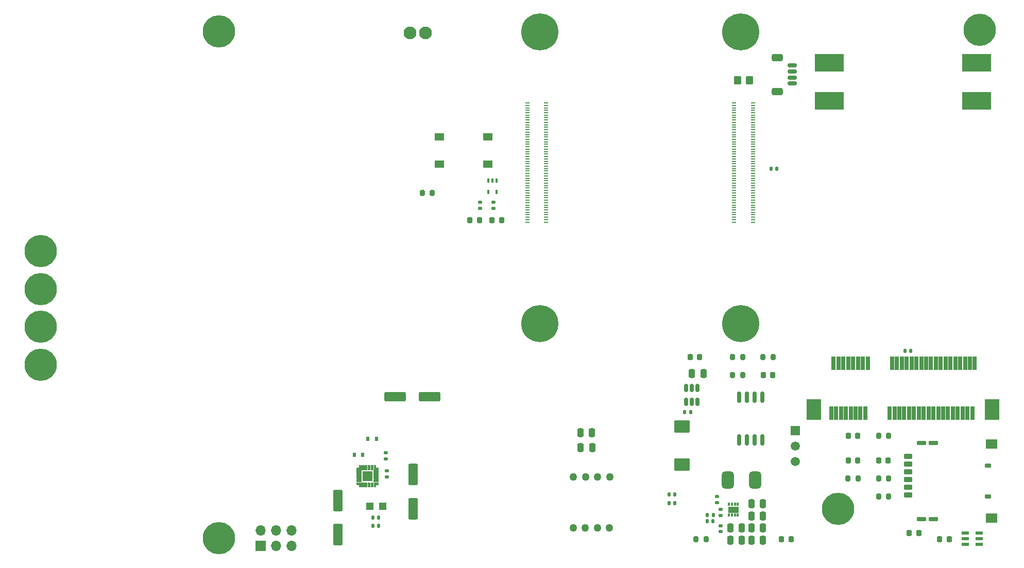
<source format=gbr>
%TF.GenerationSoftware,KiCad,Pcbnew,9.0.1*%
%TF.CreationDate,2025-04-26T19:52:48-05:00*%
%TF.ProjectId,CM5IO,434d3549-4f2e-46b6-9963-61645f706362,rev?*%
%TF.SameCoordinates,Original*%
%TF.FileFunction,Soldermask,Top*%
%TF.FilePolarity,Negative*%
%FSLAX46Y46*%
G04 Gerber Fmt 4.6, Leading zero omitted, Abs format (unit mm)*
G04 Created by KiCad (PCBNEW 9.0.1) date 2025-04-26 19:52:48*
%MOMM*%
%LPD*%
G01*
G04 APERTURE LIST*
G04 Aperture macros list*
%AMRoundRect*
0 Rectangle with rounded corners*
0 $1 Rounding radius*
0 $2 $3 $4 $5 $6 $7 $8 $9 X,Y pos of 4 corners*
0 Add a 4 corners polygon primitive as box body*
4,1,4,$2,$3,$4,$5,$6,$7,$8,$9,$2,$3,0*
0 Add four circle primitives for the rounded corners*
1,1,$1+$1,$2,$3*
1,1,$1+$1,$4,$5*
1,1,$1+$1,$6,$7*
1,1,$1+$1,$8,$9*
0 Add four rect primitives between the rounded corners*
20,1,$1+$1,$2,$3,$4,$5,0*
20,1,$1+$1,$4,$5,$6,$7,0*
20,1,$1+$1,$6,$7,$8,$9,0*
20,1,$1+$1,$8,$9,$2,$3,0*%
G04 Aperture macros list end*
%ADD10C,0.010000*%
%ADD11R,4.800000X3.000000*%
%ADD12RoundRect,0.076200X-1.150000X-1.600000X1.150000X-1.600000X1.150000X1.600000X-1.150000X1.600000X0*%
%ADD13RoundRect,0.076200X-0.300000X-1.000000X0.300000X-1.000000X0.300000X1.000000X-0.300000X1.000000X0*%
%ADD14RoundRect,0.135000X0.185000X-0.135000X0.185000X0.135000X-0.185000X0.135000X-0.185000X-0.135000X0*%
%ADD15RoundRect,0.218750X0.218750X0.256250X-0.218750X0.256250X-0.218750X-0.256250X0.218750X-0.256250X0*%
%ADD16RoundRect,0.100000X-0.100000X0.225000X-0.100000X-0.225000X0.100000X-0.225000X0.100000X0.225000X0*%
%ADD17C,5.300000*%
%ADD18RoundRect,0.250000X-0.350000X-0.450000X0.350000X-0.450000X0.350000X0.450000X-0.350000X0.450000X0*%
%ADD19R,0.300000X0.500000*%
%ADD20R,1.750000X1.050000*%
%ADD21RoundRect,0.140000X-0.140000X-0.170000X0.140000X-0.170000X0.140000X0.170000X-0.140000X0.170000X0*%
%ADD22RoundRect,0.250000X-0.250000X-0.475000X0.250000X-0.475000X0.250000X0.475000X-0.250000X0.475000X0*%
%ADD23RoundRect,0.250000X0.250000X0.475000X-0.250000X0.475000X-0.250000X-0.475000X0.250000X-0.475000X0*%
%ADD24RoundRect,0.250000X-1.500000X-0.550000X1.500000X-0.550000X1.500000X0.550000X-1.500000X0.550000X0*%
%ADD25RoundRect,0.200000X-0.200000X-0.275000X0.200000X-0.275000X0.200000X0.275000X-0.200000X0.275000X0*%
%ADD26C,2.100000*%
%ADD27R,0.600000X0.800000*%
%ADD28RoundRect,0.140000X-0.170000X0.140000X-0.170000X-0.140000X0.170000X-0.140000X0.170000X0.140000X0*%
%ADD29RoundRect,0.225000X-0.225000X-0.250000X0.225000X-0.250000X0.225000X0.250000X-0.225000X0.250000X0*%
%ADD30RoundRect,0.150000X0.625000X-0.150000X0.625000X0.150000X-0.625000X0.150000X-0.625000X-0.150000X0*%
%ADD31RoundRect,0.250000X0.650000X-0.350000X0.650000X0.350000X-0.650000X0.350000X-0.650000X-0.350000X0*%
%ADD32R,1.550000X1.300000*%
%ADD33RoundRect,0.250000X1.025000X-0.787500X1.025000X0.787500X-1.025000X0.787500X-1.025000X-0.787500X0*%
%ADD34RoundRect,0.150000X-0.150000X0.512500X-0.150000X-0.512500X0.150000X-0.512500X0.150000X0.512500X0*%
%ADD35RoundRect,0.500000X-0.500000X-0.900000X0.500000X-0.900000X0.500000X0.900000X-0.500000X0.900000X0*%
%ADD36RoundRect,0.140000X0.140000X0.170000X-0.140000X0.170000X-0.140000X-0.170000X0.140000X-0.170000X0*%
%ADD37RoundRect,0.218750X-0.218750X-0.256250X0.218750X-0.256250X0.218750X0.256250X-0.218750X0.256250X0*%
%ADD38RoundRect,0.150000X0.150000X-0.800000X0.150000X0.800000X-0.150000X0.800000X-0.150000X-0.800000X0*%
%ADD39R,1.200000X0.600000*%
%ADD40RoundRect,0.135000X-0.135000X-0.185000X0.135000X-0.185000X0.135000X0.185000X-0.135000X0.185000X0*%
%ADD41RoundRect,0.135000X0.135000X0.185000X-0.135000X0.185000X-0.135000X-0.185000X0.135000X-0.185000X0*%
%ADD42R,1.700000X1.700000*%
%ADD43O,1.700000X1.700000*%
%ADD44R,1.200000X1.200000*%
%ADD45RoundRect,0.250000X-0.550000X1.500000X-0.550000X-1.500000X0.550000X-1.500000X0.550000X1.500000X0*%
%ADD46R,1.500000X1.500000*%
%ADD47C,1.500000*%
%ADD48RoundRect,0.135000X-0.185000X0.135000X-0.185000X-0.135000X0.185000X-0.135000X0.185000X0.135000X0*%
%ADD49C,6.100000*%
%ADD50R,0.700000X0.200000*%
%ADD51RoundRect,0.076200X-0.575000X-0.325000X0.575000X-0.325000X0.575000X0.325000X-0.575000X0.325000X0*%
%ADD52RoundRect,0.076200X-0.650000X-0.225000X0.650000X-0.225000X0.650000X0.225000X-0.650000X0.225000X0*%
%ADD53RoundRect,0.076200X-0.850000X-0.700000X0.850000X-0.700000X0.850000X0.700000X-0.850000X0.700000X0*%
%ADD54RoundRect,0.076200X-0.400000X-0.270000X0.400000X-0.270000X0.400000X0.270000X-0.400000X0.270000X0*%
%ADD55C,1.270000*%
G04 APERTURE END LIST*
D10*
%TO.C,U2*%
X133078000Y-145656000D02*
X133080000Y-145656000D01*
X133083000Y-145657000D01*
X133085000Y-145657000D01*
X133088000Y-145658000D01*
X133090000Y-145659000D01*
X133093000Y-145660000D01*
X133095000Y-145662000D01*
X133097000Y-145663000D01*
X133099000Y-145665000D01*
X133101000Y-145666000D01*
X133103000Y-145668000D01*
X133105000Y-145670000D01*
X133107000Y-145672000D01*
X133109000Y-145674000D01*
X133110000Y-145676000D01*
X133112000Y-145678000D01*
X133113000Y-145680000D01*
X133115000Y-145682000D01*
X133116000Y-145685000D01*
X133117000Y-145687000D01*
X133118000Y-145690000D01*
X133118000Y-145692000D01*
X133119000Y-145695000D01*
X133119000Y-145697000D01*
X133120000Y-145700000D01*
X133120000Y-145702000D01*
X133120000Y-145705000D01*
X133120000Y-145995000D01*
X133120000Y-145998000D01*
X133120000Y-146000000D01*
X133119000Y-146003000D01*
X133119000Y-146005000D01*
X133118000Y-146008000D01*
X133118000Y-146010000D01*
X133117000Y-146013000D01*
X133116000Y-146015000D01*
X133115000Y-146018000D01*
X133113000Y-146020000D01*
X133112000Y-146022000D01*
X133110000Y-146024000D01*
X133109000Y-146026000D01*
X133107000Y-146028000D01*
X133105000Y-146030000D01*
X133103000Y-146032000D01*
X133101000Y-146034000D01*
X133099000Y-146035000D01*
X133097000Y-146037000D01*
X133095000Y-146038000D01*
X133093000Y-146040000D01*
X133090000Y-146041000D01*
X133088000Y-146042000D01*
X133085000Y-146043000D01*
X133083000Y-146043000D01*
X133080000Y-146044000D01*
X133078000Y-146044000D01*
X133075000Y-146045000D01*
X133073000Y-146045000D01*
X133070000Y-146045000D01*
X132430000Y-146045000D01*
X132427000Y-146045000D01*
X132425000Y-146045000D01*
X132422000Y-146044000D01*
X132420000Y-146044000D01*
X132417000Y-146043000D01*
X132415000Y-146043000D01*
X132412000Y-146042000D01*
X132410000Y-146041000D01*
X132407000Y-146040000D01*
X132405000Y-146038000D01*
X132403000Y-146037000D01*
X132401000Y-146035000D01*
X132399000Y-146034000D01*
X132397000Y-146032000D01*
X132395000Y-146030000D01*
X132393000Y-146028000D01*
X132391000Y-146026000D01*
X132390000Y-146024000D01*
X132388000Y-146022000D01*
X132387000Y-146020000D01*
X132385000Y-146018000D01*
X132384000Y-146015000D01*
X132383000Y-146013000D01*
X132382000Y-146010000D01*
X132382000Y-146008000D01*
X132381000Y-146005000D01*
X132381000Y-146003000D01*
X132380000Y-146000000D01*
X132380000Y-145998000D01*
X132380000Y-145995000D01*
X132380000Y-145705000D01*
X132380000Y-145702000D01*
X132380000Y-145700000D01*
X132381000Y-145697000D01*
X132381000Y-145695000D01*
X132382000Y-145692000D01*
X132382000Y-145690000D01*
X132383000Y-145687000D01*
X132384000Y-145685000D01*
X132385000Y-145682000D01*
X132387000Y-145680000D01*
X132388000Y-145678000D01*
X132390000Y-145676000D01*
X132391000Y-145674000D01*
X132393000Y-145672000D01*
X132395000Y-145670000D01*
X132397000Y-145668000D01*
X132399000Y-145666000D01*
X132401000Y-145665000D01*
X132403000Y-145663000D01*
X132405000Y-145662000D01*
X132407000Y-145660000D01*
X132410000Y-145659000D01*
X132412000Y-145658000D01*
X132415000Y-145657000D01*
X132417000Y-145657000D01*
X132420000Y-145656000D01*
X132422000Y-145656000D01*
X132425000Y-145655000D01*
X132427000Y-145655000D01*
X132430000Y-145655000D01*
X133070000Y-145655000D01*
X133073000Y-145655000D01*
X133075000Y-145655000D01*
X133078000Y-145656000D01*
G36*
X133078000Y-145656000D02*
G01*
X133080000Y-145656000D01*
X133083000Y-145657000D01*
X133085000Y-145657000D01*
X133088000Y-145658000D01*
X133090000Y-145659000D01*
X133093000Y-145660000D01*
X133095000Y-145662000D01*
X133097000Y-145663000D01*
X133099000Y-145665000D01*
X133101000Y-145666000D01*
X133103000Y-145668000D01*
X133105000Y-145670000D01*
X133107000Y-145672000D01*
X133109000Y-145674000D01*
X133110000Y-145676000D01*
X133112000Y-145678000D01*
X133113000Y-145680000D01*
X133115000Y-145682000D01*
X133116000Y-145685000D01*
X133117000Y-145687000D01*
X133118000Y-145690000D01*
X133118000Y-145692000D01*
X133119000Y-145695000D01*
X133119000Y-145697000D01*
X133120000Y-145700000D01*
X133120000Y-145702000D01*
X133120000Y-145705000D01*
X133120000Y-145995000D01*
X133120000Y-145998000D01*
X133120000Y-146000000D01*
X133119000Y-146003000D01*
X133119000Y-146005000D01*
X133118000Y-146008000D01*
X133118000Y-146010000D01*
X133117000Y-146013000D01*
X133116000Y-146015000D01*
X133115000Y-146018000D01*
X133113000Y-146020000D01*
X133112000Y-146022000D01*
X133110000Y-146024000D01*
X133109000Y-146026000D01*
X133107000Y-146028000D01*
X133105000Y-146030000D01*
X133103000Y-146032000D01*
X133101000Y-146034000D01*
X133099000Y-146035000D01*
X133097000Y-146037000D01*
X133095000Y-146038000D01*
X133093000Y-146040000D01*
X133090000Y-146041000D01*
X133088000Y-146042000D01*
X133085000Y-146043000D01*
X133083000Y-146043000D01*
X133080000Y-146044000D01*
X133078000Y-146044000D01*
X133075000Y-146045000D01*
X133073000Y-146045000D01*
X133070000Y-146045000D01*
X132430000Y-146045000D01*
X132427000Y-146045000D01*
X132425000Y-146045000D01*
X132422000Y-146044000D01*
X132420000Y-146044000D01*
X132417000Y-146043000D01*
X132415000Y-146043000D01*
X132412000Y-146042000D01*
X132410000Y-146041000D01*
X132407000Y-146040000D01*
X132405000Y-146038000D01*
X132403000Y-146037000D01*
X132401000Y-146035000D01*
X132399000Y-146034000D01*
X132397000Y-146032000D01*
X132395000Y-146030000D01*
X132393000Y-146028000D01*
X132391000Y-146026000D01*
X132390000Y-146024000D01*
X132388000Y-146022000D01*
X132387000Y-146020000D01*
X132385000Y-146018000D01*
X132384000Y-146015000D01*
X132383000Y-146013000D01*
X132382000Y-146010000D01*
X132382000Y-146008000D01*
X132381000Y-146005000D01*
X132381000Y-146003000D01*
X132380000Y-146000000D01*
X132380000Y-145998000D01*
X132380000Y-145995000D01*
X132380000Y-145705000D01*
X132380000Y-145702000D01*
X132380000Y-145700000D01*
X132381000Y-145697000D01*
X132381000Y-145695000D01*
X132382000Y-145692000D01*
X132382000Y-145690000D01*
X132383000Y-145687000D01*
X132384000Y-145685000D01*
X132385000Y-145682000D01*
X132387000Y-145680000D01*
X132388000Y-145678000D01*
X132390000Y-145676000D01*
X132391000Y-145674000D01*
X132393000Y-145672000D01*
X132395000Y-145670000D01*
X132397000Y-145668000D01*
X132399000Y-145666000D01*
X132401000Y-145665000D01*
X132403000Y-145663000D01*
X132405000Y-145662000D01*
X132407000Y-145660000D01*
X132410000Y-145659000D01*
X132412000Y-145658000D01*
X132415000Y-145657000D01*
X132417000Y-145657000D01*
X132420000Y-145656000D01*
X132422000Y-145656000D01*
X132425000Y-145655000D01*
X132427000Y-145655000D01*
X132430000Y-145655000D01*
X133070000Y-145655000D01*
X133073000Y-145655000D01*
X133075000Y-145655000D01*
X133078000Y-145656000D01*
G37*
X133078000Y-146156000D02*
X133080000Y-146156000D01*
X133083000Y-146157000D01*
X133085000Y-146157000D01*
X133088000Y-146158000D01*
X133090000Y-146159000D01*
X133093000Y-146160000D01*
X133095000Y-146162000D01*
X133097000Y-146163000D01*
X133099000Y-146165000D01*
X133101000Y-146166000D01*
X133103000Y-146168000D01*
X133105000Y-146170000D01*
X133107000Y-146172000D01*
X133109000Y-146174000D01*
X133110000Y-146176000D01*
X133112000Y-146178000D01*
X133113000Y-146180000D01*
X133115000Y-146182000D01*
X133116000Y-146185000D01*
X133117000Y-146187000D01*
X133118000Y-146190000D01*
X133118000Y-146192000D01*
X133119000Y-146195000D01*
X133119000Y-146197000D01*
X133120000Y-146200000D01*
X133120000Y-146202000D01*
X133120000Y-146205000D01*
X133120000Y-146495000D01*
X133120000Y-146498000D01*
X133120000Y-146500000D01*
X133119000Y-146503000D01*
X133119000Y-146505000D01*
X133118000Y-146508000D01*
X133118000Y-146510000D01*
X133117000Y-146513000D01*
X133116000Y-146515000D01*
X133115000Y-146518000D01*
X133113000Y-146520000D01*
X133112000Y-146522000D01*
X133110000Y-146524000D01*
X133109000Y-146526000D01*
X133107000Y-146528000D01*
X133105000Y-146530000D01*
X133103000Y-146532000D01*
X133101000Y-146534000D01*
X133099000Y-146535000D01*
X133097000Y-146537000D01*
X133095000Y-146538000D01*
X133093000Y-146540000D01*
X133090000Y-146541000D01*
X133088000Y-146542000D01*
X133085000Y-146543000D01*
X133083000Y-146543000D01*
X133080000Y-146544000D01*
X133078000Y-146544000D01*
X133075000Y-146545000D01*
X133073000Y-146545000D01*
X133070000Y-146545000D01*
X132430000Y-146545000D01*
X132427000Y-146545000D01*
X132425000Y-146545000D01*
X132422000Y-146544000D01*
X132420000Y-146544000D01*
X132417000Y-146543000D01*
X132415000Y-146543000D01*
X132412000Y-146542000D01*
X132410000Y-146541000D01*
X132407000Y-146540000D01*
X132405000Y-146538000D01*
X132403000Y-146537000D01*
X132401000Y-146535000D01*
X132399000Y-146534000D01*
X132397000Y-146532000D01*
X132395000Y-146530000D01*
X132393000Y-146528000D01*
X132391000Y-146526000D01*
X132390000Y-146524000D01*
X132388000Y-146522000D01*
X132387000Y-146520000D01*
X132385000Y-146518000D01*
X132384000Y-146515000D01*
X132383000Y-146513000D01*
X132382000Y-146510000D01*
X132382000Y-146508000D01*
X132381000Y-146505000D01*
X132381000Y-146503000D01*
X132380000Y-146500000D01*
X132380000Y-146498000D01*
X132380000Y-146495000D01*
X132380000Y-146205000D01*
X132380000Y-146202000D01*
X132380000Y-146200000D01*
X132381000Y-146197000D01*
X132381000Y-146195000D01*
X132382000Y-146192000D01*
X132382000Y-146190000D01*
X132383000Y-146187000D01*
X132384000Y-146185000D01*
X132385000Y-146182000D01*
X132387000Y-146180000D01*
X132388000Y-146178000D01*
X132390000Y-146176000D01*
X132391000Y-146174000D01*
X132393000Y-146172000D01*
X132395000Y-146170000D01*
X132397000Y-146168000D01*
X132399000Y-146166000D01*
X132401000Y-146165000D01*
X132403000Y-146163000D01*
X132405000Y-146162000D01*
X132407000Y-146160000D01*
X132410000Y-146159000D01*
X132412000Y-146158000D01*
X132415000Y-146157000D01*
X132417000Y-146157000D01*
X132420000Y-146156000D01*
X132422000Y-146156000D01*
X132425000Y-146155000D01*
X132427000Y-146155000D01*
X132430000Y-146155000D01*
X133070000Y-146155000D01*
X133073000Y-146155000D01*
X133075000Y-146155000D01*
X133078000Y-146156000D01*
G36*
X133078000Y-146156000D02*
G01*
X133080000Y-146156000D01*
X133083000Y-146157000D01*
X133085000Y-146157000D01*
X133088000Y-146158000D01*
X133090000Y-146159000D01*
X133093000Y-146160000D01*
X133095000Y-146162000D01*
X133097000Y-146163000D01*
X133099000Y-146165000D01*
X133101000Y-146166000D01*
X133103000Y-146168000D01*
X133105000Y-146170000D01*
X133107000Y-146172000D01*
X133109000Y-146174000D01*
X133110000Y-146176000D01*
X133112000Y-146178000D01*
X133113000Y-146180000D01*
X133115000Y-146182000D01*
X133116000Y-146185000D01*
X133117000Y-146187000D01*
X133118000Y-146190000D01*
X133118000Y-146192000D01*
X133119000Y-146195000D01*
X133119000Y-146197000D01*
X133120000Y-146200000D01*
X133120000Y-146202000D01*
X133120000Y-146205000D01*
X133120000Y-146495000D01*
X133120000Y-146498000D01*
X133120000Y-146500000D01*
X133119000Y-146503000D01*
X133119000Y-146505000D01*
X133118000Y-146508000D01*
X133118000Y-146510000D01*
X133117000Y-146513000D01*
X133116000Y-146515000D01*
X133115000Y-146518000D01*
X133113000Y-146520000D01*
X133112000Y-146522000D01*
X133110000Y-146524000D01*
X133109000Y-146526000D01*
X133107000Y-146528000D01*
X133105000Y-146530000D01*
X133103000Y-146532000D01*
X133101000Y-146534000D01*
X133099000Y-146535000D01*
X133097000Y-146537000D01*
X133095000Y-146538000D01*
X133093000Y-146540000D01*
X133090000Y-146541000D01*
X133088000Y-146542000D01*
X133085000Y-146543000D01*
X133083000Y-146543000D01*
X133080000Y-146544000D01*
X133078000Y-146544000D01*
X133075000Y-146545000D01*
X133073000Y-146545000D01*
X133070000Y-146545000D01*
X132430000Y-146545000D01*
X132427000Y-146545000D01*
X132425000Y-146545000D01*
X132422000Y-146544000D01*
X132420000Y-146544000D01*
X132417000Y-146543000D01*
X132415000Y-146543000D01*
X132412000Y-146542000D01*
X132410000Y-146541000D01*
X132407000Y-146540000D01*
X132405000Y-146538000D01*
X132403000Y-146537000D01*
X132401000Y-146535000D01*
X132399000Y-146534000D01*
X132397000Y-146532000D01*
X132395000Y-146530000D01*
X132393000Y-146528000D01*
X132391000Y-146526000D01*
X132390000Y-146524000D01*
X132388000Y-146522000D01*
X132387000Y-146520000D01*
X132385000Y-146518000D01*
X132384000Y-146515000D01*
X132383000Y-146513000D01*
X132382000Y-146510000D01*
X132382000Y-146508000D01*
X132381000Y-146505000D01*
X132381000Y-146503000D01*
X132380000Y-146500000D01*
X132380000Y-146498000D01*
X132380000Y-146495000D01*
X132380000Y-146205000D01*
X132380000Y-146202000D01*
X132380000Y-146200000D01*
X132381000Y-146197000D01*
X132381000Y-146195000D01*
X132382000Y-146192000D01*
X132382000Y-146190000D01*
X132383000Y-146187000D01*
X132384000Y-146185000D01*
X132385000Y-146182000D01*
X132387000Y-146180000D01*
X132388000Y-146178000D01*
X132390000Y-146176000D01*
X132391000Y-146174000D01*
X132393000Y-146172000D01*
X132395000Y-146170000D01*
X132397000Y-146168000D01*
X132399000Y-146166000D01*
X132401000Y-146165000D01*
X132403000Y-146163000D01*
X132405000Y-146162000D01*
X132407000Y-146160000D01*
X132410000Y-146159000D01*
X132412000Y-146158000D01*
X132415000Y-146157000D01*
X132417000Y-146157000D01*
X132420000Y-146156000D01*
X132422000Y-146156000D01*
X132425000Y-146155000D01*
X132427000Y-146155000D01*
X132430000Y-146155000D01*
X133070000Y-146155000D01*
X133073000Y-146155000D01*
X133075000Y-146155000D01*
X133078000Y-146156000D01*
G37*
X133078000Y-146656000D02*
X133080000Y-146656000D01*
X133083000Y-146657000D01*
X133085000Y-146657000D01*
X133088000Y-146658000D01*
X133090000Y-146659000D01*
X133093000Y-146660000D01*
X133095000Y-146662000D01*
X133097000Y-146663000D01*
X133099000Y-146665000D01*
X133101000Y-146666000D01*
X133103000Y-146668000D01*
X133105000Y-146670000D01*
X133107000Y-146672000D01*
X133109000Y-146674000D01*
X133110000Y-146676000D01*
X133112000Y-146678000D01*
X133113000Y-146680000D01*
X133115000Y-146682000D01*
X133116000Y-146685000D01*
X133117000Y-146687000D01*
X133118000Y-146690000D01*
X133118000Y-146692000D01*
X133119000Y-146695000D01*
X133119000Y-146697000D01*
X133120000Y-146700000D01*
X133120000Y-146702000D01*
X133120000Y-146705000D01*
X133120000Y-146995000D01*
X133120000Y-146998000D01*
X133120000Y-147000000D01*
X133119000Y-147003000D01*
X133119000Y-147005000D01*
X133118000Y-147008000D01*
X133118000Y-147010000D01*
X133117000Y-147013000D01*
X133116000Y-147015000D01*
X133115000Y-147018000D01*
X133113000Y-147020000D01*
X133112000Y-147022000D01*
X133110000Y-147024000D01*
X133109000Y-147026000D01*
X133107000Y-147028000D01*
X133105000Y-147030000D01*
X133103000Y-147032000D01*
X133101000Y-147034000D01*
X133099000Y-147035000D01*
X133097000Y-147037000D01*
X133095000Y-147038000D01*
X133093000Y-147040000D01*
X133090000Y-147041000D01*
X133088000Y-147042000D01*
X133085000Y-147043000D01*
X133083000Y-147043000D01*
X133080000Y-147044000D01*
X133078000Y-147044000D01*
X133075000Y-147045000D01*
X133073000Y-147045000D01*
X133070000Y-147045000D01*
X132430000Y-147045000D01*
X132427000Y-147045000D01*
X132425000Y-147045000D01*
X132422000Y-147044000D01*
X132420000Y-147044000D01*
X132417000Y-147043000D01*
X132415000Y-147043000D01*
X132412000Y-147042000D01*
X132410000Y-147041000D01*
X132407000Y-147040000D01*
X132405000Y-147038000D01*
X132403000Y-147037000D01*
X132401000Y-147035000D01*
X132399000Y-147034000D01*
X132397000Y-147032000D01*
X132395000Y-147030000D01*
X132393000Y-147028000D01*
X132391000Y-147026000D01*
X132390000Y-147024000D01*
X132388000Y-147022000D01*
X132387000Y-147020000D01*
X132385000Y-147018000D01*
X132384000Y-147015000D01*
X132383000Y-147013000D01*
X132382000Y-147010000D01*
X132382000Y-147008000D01*
X132381000Y-147005000D01*
X132381000Y-147003000D01*
X132380000Y-147000000D01*
X132380000Y-146998000D01*
X132380000Y-146995000D01*
X132380000Y-146705000D01*
X132380000Y-146702000D01*
X132380000Y-146700000D01*
X132381000Y-146697000D01*
X132381000Y-146695000D01*
X132382000Y-146692000D01*
X132382000Y-146690000D01*
X132383000Y-146687000D01*
X132384000Y-146685000D01*
X132385000Y-146682000D01*
X132387000Y-146680000D01*
X132388000Y-146678000D01*
X132390000Y-146676000D01*
X132391000Y-146674000D01*
X132393000Y-146672000D01*
X132395000Y-146670000D01*
X132397000Y-146668000D01*
X132399000Y-146666000D01*
X132401000Y-146665000D01*
X132403000Y-146663000D01*
X132405000Y-146662000D01*
X132407000Y-146660000D01*
X132410000Y-146659000D01*
X132412000Y-146658000D01*
X132415000Y-146657000D01*
X132417000Y-146657000D01*
X132420000Y-146656000D01*
X132422000Y-146656000D01*
X132425000Y-146655000D01*
X132427000Y-146655000D01*
X132430000Y-146655000D01*
X133070000Y-146655000D01*
X133073000Y-146655000D01*
X133075000Y-146655000D01*
X133078000Y-146656000D01*
G36*
X133078000Y-146656000D02*
G01*
X133080000Y-146656000D01*
X133083000Y-146657000D01*
X133085000Y-146657000D01*
X133088000Y-146658000D01*
X133090000Y-146659000D01*
X133093000Y-146660000D01*
X133095000Y-146662000D01*
X133097000Y-146663000D01*
X133099000Y-146665000D01*
X133101000Y-146666000D01*
X133103000Y-146668000D01*
X133105000Y-146670000D01*
X133107000Y-146672000D01*
X133109000Y-146674000D01*
X133110000Y-146676000D01*
X133112000Y-146678000D01*
X133113000Y-146680000D01*
X133115000Y-146682000D01*
X133116000Y-146685000D01*
X133117000Y-146687000D01*
X133118000Y-146690000D01*
X133118000Y-146692000D01*
X133119000Y-146695000D01*
X133119000Y-146697000D01*
X133120000Y-146700000D01*
X133120000Y-146702000D01*
X133120000Y-146705000D01*
X133120000Y-146995000D01*
X133120000Y-146998000D01*
X133120000Y-147000000D01*
X133119000Y-147003000D01*
X133119000Y-147005000D01*
X133118000Y-147008000D01*
X133118000Y-147010000D01*
X133117000Y-147013000D01*
X133116000Y-147015000D01*
X133115000Y-147018000D01*
X133113000Y-147020000D01*
X133112000Y-147022000D01*
X133110000Y-147024000D01*
X133109000Y-147026000D01*
X133107000Y-147028000D01*
X133105000Y-147030000D01*
X133103000Y-147032000D01*
X133101000Y-147034000D01*
X133099000Y-147035000D01*
X133097000Y-147037000D01*
X133095000Y-147038000D01*
X133093000Y-147040000D01*
X133090000Y-147041000D01*
X133088000Y-147042000D01*
X133085000Y-147043000D01*
X133083000Y-147043000D01*
X133080000Y-147044000D01*
X133078000Y-147044000D01*
X133075000Y-147045000D01*
X133073000Y-147045000D01*
X133070000Y-147045000D01*
X132430000Y-147045000D01*
X132427000Y-147045000D01*
X132425000Y-147045000D01*
X132422000Y-147044000D01*
X132420000Y-147044000D01*
X132417000Y-147043000D01*
X132415000Y-147043000D01*
X132412000Y-147042000D01*
X132410000Y-147041000D01*
X132407000Y-147040000D01*
X132405000Y-147038000D01*
X132403000Y-147037000D01*
X132401000Y-147035000D01*
X132399000Y-147034000D01*
X132397000Y-147032000D01*
X132395000Y-147030000D01*
X132393000Y-147028000D01*
X132391000Y-147026000D01*
X132390000Y-147024000D01*
X132388000Y-147022000D01*
X132387000Y-147020000D01*
X132385000Y-147018000D01*
X132384000Y-147015000D01*
X132383000Y-147013000D01*
X132382000Y-147010000D01*
X132382000Y-147008000D01*
X132381000Y-147005000D01*
X132381000Y-147003000D01*
X132380000Y-147000000D01*
X132380000Y-146998000D01*
X132380000Y-146995000D01*
X132380000Y-146705000D01*
X132380000Y-146702000D01*
X132380000Y-146700000D01*
X132381000Y-146697000D01*
X132381000Y-146695000D01*
X132382000Y-146692000D01*
X132382000Y-146690000D01*
X132383000Y-146687000D01*
X132384000Y-146685000D01*
X132385000Y-146682000D01*
X132387000Y-146680000D01*
X132388000Y-146678000D01*
X132390000Y-146676000D01*
X132391000Y-146674000D01*
X132393000Y-146672000D01*
X132395000Y-146670000D01*
X132397000Y-146668000D01*
X132399000Y-146666000D01*
X132401000Y-146665000D01*
X132403000Y-146663000D01*
X132405000Y-146662000D01*
X132407000Y-146660000D01*
X132410000Y-146659000D01*
X132412000Y-146658000D01*
X132415000Y-146657000D01*
X132417000Y-146657000D01*
X132420000Y-146656000D01*
X132422000Y-146656000D01*
X132425000Y-146655000D01*
X132427000Y-146655000D01*
X132430000Y-146655000D01*
X133070000Y-146655000D01*
X133073000Y-146655000D01*
X133075000Y-146655000D01*
X133078000Y-146656000D01*
G37*
X133078000Y-147156000D02*
X133080000Y-147156000D01*
X133083000Y-147157000D01*
X133085000Y-147157000D01*
X133088000Y-147158000D01*
X133090000Y-147159000D01*
X133093000Y-147160000D01*
X133095000Y-147162000D01*
X133097000Y-147163000D01*
X133099000Y-147165000D01*
X133101000Y-147166000D01*
X133103000Y-147168000D01*
X133105000Y-147170000D01*
X133107000Y-147172000D01*
X133109000Y-147174000D01*
X133110000Y-147176000D01*
X133112000Y-147178000D01*
X133113000Y-147180000D01*
X133115000Y-147182000D01*
X133116000Y-147185000D01*
X133117000Y-147187000D01*
X133118000Y-147190000D01*
X133118000Y-147192000D01*
X133119000Y-147195000D01*
X133119000Y-147197000D01*
X133120000Y-147200000D01*
X133120000Y-147202000D01*
X133120000Y-147205000D01*
X133120000Y-147495000D01*
X133120000Y-147498000D01*
X133120000Y-147500000D01*
X133119000Y-147503000D01*
X133119000Y-147505000D01*
X133118000Y-147508000D01*
X133118000Y-147510000D01*
X133117000Y-147513000D01*
X133116000Y-147515000D01*
X133115000Y-147518000D01*
X133113000Y-147520000D01*
X133112000Y-147522000D01*
X133110000Y-147524000D01*
X133109000Y-147526000D01*
X133107000Y-147528000D01*
X133105000Y-147530000D01*
X133103000Y-147532000D01*
X133101000Y-147534000D01*
X133099000Y-147535000D01*
X133097000Y-147537000D01*
X133095000Y-147538000D01*
X133093000Y-147540000D01*
X133090000Y-147541000D01*
X133088000Y-147542000D01*
X133085000Y-147543000D01*
X133083000Y-147543000D01*
X133080000Y-147544000D01*
X133078000Y-147544000D01*
X133075000Y-147545000D01*
X133073000Y-147545000D01*
X133070000Y-147545000D01*
X132430000Y-147545000D01*
X132427000Y-147545000D01*
X132425000Y-147545000D01*
X132422000Y-147544000D01*
X132420000Y-147544000D01*
X132417000Y-147543000D01*
X132415000Y-147543000D01*
X132412000Y-147542000D01*
X132410000Y-147541000D01*
X132407000Y-147540000D01*
X132405000Y-147538000D01*
X132403000Y-147537000D01*
X132401000Y-147535000D01*
X132399000Y-147534000D01*
X132397000Y-147532000D01*
X132395000Y-147530000D01*
X132393000Y-147528000D01*
X132391000Y-147526000D01*
X132390000Y-147524000D01*
X132388000Y-147522000D01*
X132387000Y-147520000D01*
X132385000Y-147518000D01*
X132384000Y-147515000D01*
X132383000Y-147513000D01*
X132382000Y-147510000D01*
X132382000Y-147508000D01*
X132381000Y-147505000D01*
X132381000Y-147503000D01*
X132380000Y-147500000D01*
X132380000Y-147498000D01*
X132380000Y-147495000D01*
X132380000Y-147205000D01*
X132380000Y-147202000D01*
X132380000Y-147200000D01*
X132381000Y-147197000D01*
X132381000Y-147195000D01*
X132382000Y-147192000D01*
X132382000Y-147190000D01*
X132383000Y-147187000D01*
X132384000Y-147185000D01*
X132385000Y-147182000D01*
X132387000Y-147180000D01*
X132388000Y-147178000D01*
X132390000Y-147176000D01*
X132391000Y-147174000D01*
X132393000Y-147172000D01*
X132395000Y-147170000D01*
X132397000Y-147168000D01*
X132399000Y-147166000D01*
X132401000Y-147165000D01*
X132403000Y-147163000D01*
X132405000Y-147162000D01*
X132407000Y-147160000D01*
X132410000Y-147159000D01*
X132412000Y-147158000D01*
X132415000Y-147157000D01*
X132417000Y-147157000D01*
X132420000Y-147156000D01*
X132422000Y-147156000D01*
X132425000Y-147155000D01*
X132427000Y-147155000D01*
X132430000Y-147155000D01*
X133070000Y-147155000D01*
X133073000Y-147155000D01*
X133075000Y-147155000D01*
X133078000Y-147156000D01*
G36*
X133078000Y-147156000D02*
G01*
X133080000Y-147156000D01*
X133083000Y-147157000D01*
X133085000Y-147157000D01*
X133088000Y-147158000D01*
X133090000Y-147159000D01*
X133093000Y-147160000D01*
X133095000Y-147162000D01*
X133097000Y-147163000D01*
X133099000Y-147165000D01*
X133101000Y-147166000D01*
X133103000Y-147168000D01*
X133105000Y-147170000D01*
X133107000Y-147172000D01*
X133109000Y-147174000D01*
X133110000Y-147176000D01*
X133112000Y-147178000D01*
X133113000Y-147180000D01*
X133115000Y-147182000D01*
X133116000Y-147185000D01*
X133117000Y-147187000D01*
X133118000Y-147190000D01*
X133118000Y-147192000D01*
X133119000Y-147195000D01*
X133119000Y-147197000D01*
X133120000Y-147200000D01*
X133120000Y-147202000D01*
X133120000Y-147205000D01*
X133120000Y-147495000D01*
X133120000Y-147498000D01*
X133120000Y-147500000D01*
X133119000Y-147503000D01*
X133119000Y-147505000D01*
X133118000Y-147508000D01*
X133118000Y-147510000D01*
X133117000Y-147513000D01*
X133116000Y-147515000D01*
X133115000Y-147518000D01*
X133113000Y-147520000D01*
X133112000Y-147522000D01*
X133110000Y-147524000D01*
X133109000Y-147526000D01*
X133107000Y-147528000D01*
X133105000Y-147530000D01*
X133103000Y-147532000D01*
X133101000Y-147534000D01*
X133099000Y-147535000D01*
X133097000Y-147537000D01*
X133095000Y-147538000D01*
X133093000Y-147540000D01*
X133090000Y-147541000D01*
X133088000Y-147542000D01*
X133085000Y-147543000D01*
X133083000Y-147543000D01*
X133080000Y-147544000D01*
X133078000Y-147544000D01*
X133075000Y-147545000D01*
X133073000Y-147545000D01*
X133070000Y-147545000D01*
X132430000Y-147545000D01*
X132427000Y-147545000D01*
X132425000Y-147545000D01*
X132422000Y-147544000D01*
X132420000Y-147544000D01*
X132417000Y-147543000D01*
X132415000Y-147543000D01*
X132412000Y-147542000D01*
X132410000Y-147541000D01*
X132407000Y-147540000D01*
X132405000Y-147538000D01*
X132403000Y-147537000D01*
X132401000Y-147535000D01*
X132399000Y-147534000D01*
X132397000Y-147532000D01*
X132395000Y-147530000D01*
X132393000Y-147528000D01*
X132391000Y-147526000D01*
X132390000Y-147524000D01*
X132388000Y-147522000D01*
X132387000Y-147520000D01*
X132385000Y-147518000D01*
X132384000Y-147515000D01*
X132383000Y-147513000D01*
X132382000Y-147510000D01*
X132382000Y-147508000D01*
X132381000Y-147505000D01*
X132381000Y-147503000D01*
X132380000Y-147500000D01*
X132380000Y-147498000D01*
X132380000Y-147495000D01*
X132380000Y-147205000D01*
X132380000Y-147202000D01*
X132380000Y-147200000D01*
X132381000Y-147197000D01*
X132381000Y-147195000D01*
X132382000Y-147192000D01*
X132382000Y-147190000D01*
X132383000Y-147187000D01*
X132384000Y-147185000D01*
X132385000Y-147182000D01*
X132387000Y-147180000D01*
X132388000Y-147178000D01*
X132390000Y-147176000D01*
X132391000Y-147174000D01*
X132393000Y-147172000D01*
X132395000Y-147170000D01*
X132397000Y-147168000D01*
X132399000Y-147166000D01*
X132401000Y-147165000D01*
X132403000Y-147163000D01*
X132405000Y-147162000D01*
X132407000Y-147160000D01*
X132410000Y-147159000D01*
X132412000Y-147158000D01*
X132415000Y-147157000D01*
X132417000Y-147157000D01*
X132420000Y-147156000D01*
X132422000Y-147156000D01*
X132425000Y-147155000D01*
X132427000Y-147155000D01*
X132430000Y-147155000D01*
X133070000Y-147155000D01*
X133073000Y-147155000D01*
X133075000Y-147155000D01*
X133078000Y-147156000D01*
G37*
X133553000Y-144831000D02*
X133555000Y-144831000D01*
X133558000Y-144832000D01*
X133560000Y-144832000D01*
X133563000Y-144833000D01*
X133565000Y-144834000D01*
X133568000Y-144835000D01*
X133570000Y-144837000D01*
X133572000Y-144838000D01*
X133574000Y-144840000D01*
X133576000Y-144841000D01*
X133578000Y-144843000D01*
X133580000Y-144845000D01*
X133582000Y-144847000D01*
X133584000Y-144849000D01*
X133585000Y-144851000D01*
X133587000Y-144853000D01*
X133588000Y-144855000D01*
X133590000Y-144857000D01*
X133591000Y-144860000D01*
X133592000Y-144862000D01*
X133593000Y-144865000D01*
X133593000Y-144867000D01*
X133594000Y-144870000D01*
X133594000Y-144872000D01*
X133595000Y-144875000D01*
X133595000Y-144877000D01*
X133595000Y-144880000D01*
X133595000Y-145520000D01*
X133595000Y-145523000D01*
X133595000Y-145525000D01*
X133594000Y-145528000D01*
X133594000Y-145530000D01*
X133593000Y-145533000D01*
X133593000Y-145535000D01*
X133592000Y-145538000D01*
X133591000Y-145540000D01*
X133590000Y-145543000D01*
X133588000Y-145545000D01*
X133587000Y-145547000D01*
X133585000Y-145549000D01*
X133584000Y-145551000D01*
X133582000Y-145553000D01*
X133580000Y-145555000D01*
X133578000Y-145557000D01*
X133576000Y-145559000D01*
X133574000Y-145560000D01*
X133572000Y-145562000D01*
X133570000Y-145563000D01*
X133568000Y-145565000D01*
X133565000Y-145566000D01*
X133563000Y-145567000D01*
X133560000Y-145568000D01*
X133558000Y-145568000D01*
X133555000Y-145569000D01*
X133553000Y-145569000D01*
X133550000Y-145570000D01*
X133548000Y-145570000D01*
X133545000Y-145570000D01*
X133255000Y-145570000D01*
X133252000Y-145570000D01*
X133250000Y-145570000D01*
X133247000Y-145569000D01*
X133245000Y-145569000D01*
X133242000Y-145568000D01*
X133240000Y-145568000D01*
X133237000Y-145567000D01*
X133235000Y-145566000D01*
X133232000Y-145565000D01*
X133230000Y-145563000D01*
X133228000Y-145562000D01*
X133226000Y-145560000D01*
X133224000Y-145559000D01*
X133222000Y-145557000D01*
X133220000Y-145555000D01*
X133218000Y-145553000D01*
X133216000Y-145551000D01*
X133215000Y-145549000D01*
X133213000Y-145547000D01*
X133212000Y-145545000D01*
X133210000Y-145543000D01*
X133209000Y-145540000D01*
X133208000Y-145538000D01*
X133207000Y-145535000D01*
X133207000Y-145533000D01*
X133206000Y-145530000D01*
X133206000Y-145528000D01*
X133205000Y-145525000D01*
X133205000Y-145523000D01*
X133205000Y-145520000D01*
X133205000Y-144880000D01*
X133205000Y-144877000D01*
X133205000Y-144875000D01*
X133206000Y-144872000D01*
X133206000Y-144870000D01*
X133207000Y-144867000D01*
X133207000Y-144865000D01*
X133208000Y-144862000D01*
X133209000Y-144860000D01*
X133210000Y-144857000D01*
X133212000Y-144855000D01*
X133213000Y-144853000D01*
X133215000Y-144851000D01*
X133216000Y-144849000D01*
X133218000Y-144847000D01*
X133220000Y-144845000D01*
X133222000Y-144843000D01*
X133224000Y-144841000D01*
X133226000Y-144840000D01*
X133228000Y-144838000D01*
X133230000Y-144837000D01*
X133232000Y-144835000D01*
X133235000Y-144834000D01*
X133237000Y-144833000D01*
X133240000Y-144832000D01*
X133242000Y-144832000D01*
X133245000Y-144831000D01*
X133247000Y-144831000D01*
X133250000Y-144830000D01*
X133252000Y-144830000D01*
X133255000Y-144830000D01*
X133545000Y-144830000D01*
X133548000Y-144830000D01*
X133550000Y-144830000D01*
X133553000Y-144831000D01*
G36*
X133553000Y-144831000D02*
G01*
X133555000Y-144831000D01*
X133558000Y-144832000D01*
X133560000Y-144832000D01*
X133563000Y-144833000D01*
X133565000Y-144834000D01*
X133568000Y-144835000D01*
X133570000Y-144837000D01*
X133572000Y-144838000D01*
X133574000Y-144840000D01*
X133576000Y-144841000D01*
X133578000Y-144843000D01*
X133580000Y-144845000D01*
X133582000Y-144847000D01*
X133584000Y-144849000D01*
X133585000Y-144851000D01*
X133587000Y-144853000D01*
X133588000Y-144855000D01*
X133590000Y-144857000D01*
X133591000Y-144860000D01*
X133592000Y-144862000D01*
X133593000Y-144865000D01*
X133593000Y-144867000D01*
X133594000Y-144870000D01*
X133594000Y-144872000D01*
X133595000Y-144875000D01*
X133595000Y-144877000D01*
X133595000Y-144880000D01*
X133595000Y-145520000D01*
X133595000Y-145523000D01*
X133595000Y-145525000D01*
X133594000Y-145528000D01*
X133594000Y-145530000D01*
X133593000Y-145533000D01*
X133593000Y-145535000D01*
X133592000Y-145538000D01*
X133591000Y-145540000D01*
X133590000Y-145543000D01*
X133588000Y-145545000D01*
X133587000Y-145547000D01*
X133585000Y-145549000D01*
X133584000Y-145551000D01*
X133582000Y-145553000D01*
X133580000Y-145555000D01*
X133578000Y-145557000D01*
X133576000Y-145559000D01*
X133574000Y-145560000D01*
X133572000Y-145562000D01*
X133570000Y-145563000D01*
X133568000Y-145565000D01*
X133565000Y-145566000D01*
X133563000Y-145567000D01*
X133560000Y-145568000D01*
X133558000Y-145568000D01*
X133555000Y-145569000D01*
X133553000Y-145569000D01*
X133550000Y-145570000D01*
X133548000Y-145570000D01*
X133545000Y-145570000D01*
X133255000Y-145570000D01*
X133252000Y-145570000D01*
X133250000Y-145570000D01*
X133247000Y-145569000D01*
X133245000Y-145569000D01*
X133242000Y-145568000D01*
X133240000Y-145568000D01*
X133237000Y-145567000D01*
X133235000Y-145566000D01*
X133232000Y-145565000D01*
X133230000Y-145563000D01*
X133228000Y-145562000D01*
X133226000Y-145560000D01*
X133224000Y-145559000D01*
X133222000Y-145557000D01*
X133220000Y-145555000D01*
X133218000Y-145553000D01*
X133216000Y-145551000D01*
X133215000Y-145549000D01*
X133213000Y-145547000D01*
X133212000Y-145545000D01*
X133210000Y-145543000D01*
X133209000Y-145540000D01*
X133208000Y-145538000D01*
X133207000Y-145535000D01*
X133207000Y-145533000D01*
X133206000Y-145530000D01*
X133206000Y-145528000D01*
X133205000Y-145525000D01*
X133205000Y-145523000D01*
X133205000Y-145520000D01*
X133205000Y-144880000D01*
X133205000Y-144877000D01*
X133205000Y-144875000D01*
X133206000Y-144872000D01*
X133206000Y-144870000D01*
X133207000Y-144867000D01*
X133207000Y-144865000D01*
X133208000Y-144862000D01*
X133209000Y-144860000D01*
X133210000Y-144857000D01*
X133212000Y-144855000D01*
X133213000Y-144853000D01*
X133215000Y-144851000D01*
X133216000Y-144849000D01*
X133218000Y-144847000D01*
X133220000Y-144845000D01*
X133222000Y-144843000D01*
X133224000Y-144841000D01*
X133226000Y-144840000D01*
X133228000Y-144838000D01*
X133230000Y-144837000D01*
X133232000Y-144835000D01*
X133235000Y-144834000D01*
X133237000Y-144833000D01*
X133240000Y-144832000D01*
X133242000Y-144832000D01*
X133245000Y-144831000D01*
X133247000Y-144831000D01*
X133250000Y-144830000D01*
X133252000Y-144830000D01*
X133255000Y-144830000D01*
X133545000Y-144830000D01*
X133548000Y-144830000D01*
X133550000Y-144830000D01*
X133553000Y-144831000D01*
G37*
X133553000Y-147631000D02*
X133555000Y-147631000D01*
X133558000Y-147632000D01*
X133560000Y-147632000D01*
X133563000Y-147633000D01*
X133565000Y-147634000D01*
X133568000Y-147635000D01*
X133570000Y-147637000D01*
X133572000Y-147638000D01*
X133574000Y-147640000D01*
X133576000Y-147641000D01*
X133578000Y-147643000D01*
X133580000Y-147645000D01*
X133582000Y-147647000D01*
X133584000Y-147649000D01*
X133585000Y-147651000D01*
X133587000Y-147653000D01*
X133588000Y-147655000D01*
X133590000Y-147657000D01*
X133591000Y-147660000D01*
X133592000Y-147662000D01*
X133593000Y-147665000D01*
X133593000Y-147667000D01*
X133594000Y-147670000D01*
X133594000Y-147672000D01*
X133595000Y-147675000D01*
X133595000Y-147677000D01*
X133595000Y-147680000D01*
X133595000Y-148320000D01*
X133595000Y-148323000D01*
X133595000Y-148325000D01*
X133594000Y-148328000D01*
X133594000Y-148330000D01*
X133593000Y-148333000D01*
X133593000Y-148335000D01*
X133592000Y-148338000D01*
X133591000Y-148340000D01*
X133590000Y-148343000D01*
X133588000Y-148345000D01*
X133587000Y-148347000D01*
X133585000Y-148349000D01*
X133584000Y-148351000D01*
X133582000Y-148353000D01*
X133580000Y-148355000D01*
X133578000Y-148357000D01*
X133576000Y-148359000D01*
X133574000Y-148360000D01*
X133572000Y-148362000D01*
X133570000Y-148363000D01*
X133568000Y-148365000D01*
X133565000Y-148366000D01*
X133563000Y-148367000D01*
X133560000Y-148368000D01*
X133558000Y-148368000D01*
X133555000Y-148369000D01*
X133553000Y-148369000D01*
X133550000Y-148370000D01*
X133548000Y-148370000D01*
X133545000Y-148370000D01*
X133255000Y-148370000D01*
X133252000Y-148370000D01*
X133250000Y-148370000D01*
X133247000Y-148369000D01*
X133245000Y-148369000D01*
X133242000Y-148368000D01*
X133240000Y-148368000D01*
X133237000Y-148367000D01*
X133235000Y-148366000D01*
X133232000Y-148365000D01*
X133230000Y-148363000D01*
X133228000Y-148362000D01*
X133226000Y-148360000D01*
X133224000Y-148359000D01*
X133222000Y-148357000D01*
X133220000Y-148355000D01*
X133218000Y-148353000D01*
X133216000Y-148351000D01*
X133215000Y-148349000D01*
X133213000Y-148347000D01*
X133212000Y-148345000D01*
X133210000Y-148343000D01*
X133209000Y-148340000D01*
X133208000Y-148338000D01*
X133207000Y-148335000D01*
X133207000Y-148333000D01*
X133206000Y-148330000D01*
X133206000Y-148328000D01*
X133205000Y-148325000D01*
X133205000Y-148323000D01*
X133205000Y-148320000D01*
X133205000Y-147680000D01*
X133205000Y-147677000D01*
X133205000Y-147675000D01*
X133206000Y-147672000D01*
X133206000Y-147670000D01*
X133207000Y-147667000D01*
X133207000Y-147665000D01*
X133208000Y-147662000D01*
X133209000Y-147660000D01*
X133210000Y-147657000D01*
X133212000Y-147655000D01*
X133213000Y-147653000D01*
X133215000Y-147651000D01*
X133216000Y-147649000D01*
X133218000Y-147647000D01*
X133220000Y-147645000D01*
X133222000Y-147643000D01*
X133224000Y-147641000D01*
X133226000Y-147640000D01*
X133228000Y-147638000D01*
X133230000Y-147637000D01*
X133232000Y-147635000D01*
X133235000Y-147634000D01*
X133237000Y-147633000D01*
X133240000Y-147632000D01*
X133242000Y-147632000D01*
X133245000Y-147631000D01*
X133247000Y-147631000D01*
X133250000Y-147630000D01*
X133252000Y-147630000D01*
X133255000Y-147630000D01*
X133545000Y-147630000D01*
X133548000Y-147630000D01*
X133550000Y-147630000D01*
X133553000Y-147631000D01*
G36*
X133553000Y-147631000D02*
G01*
X133555000Y-147631000D01*
X133558000Y-147632000D01*
X133560000Y-147632000D01*
X133563000Y-147633000D01*
X133565000Y-147634000D01*
X133568000Y-147635000D01*
X133570000Y-147637000D01*
X133572000Y-147638000D01*
X133574000Y-147640000D01*
X133576000Y-147641000D01*
X133578000Y-147643000D01*
X133580000Y-147645000D01*
X133582000Y-147647000D01*
X133584000Y-147649000D01*
X133585000Y-147651000D01*
X133587000Y-147653000D01*
X133588000Y-147655000D01*
X133590000Y-147657000D01*
X133591000Y-147660000D01*
X133592000Y-147662000D01*
X133593000Y-147665000D01*
X133593000Y-147667000D01*
X133594000Y-147670000D01*
X133594000Y-147672000D01*
X133595000Y-147675000D01*
X133595000Y-147677000D01*
X133595000Y-147680000D01*
X133595000Y-148320000D01*
X133595000Y-148323000D01*
X133595000Y-148325000D01*
X133594000Y-148328000D01*
X133594000Y-148330000D01*
X133593000Y-148333000D01*
X133593000Y-148335000D01*
X133592000Y-148338000D01*
X133591000Y-148340000D01*
X133590000Y-148343000D01*
X133588000Y-148345000D01*
X133587000Y-148347000D01*
X133585000Y-148349000D01*
X133584000Y-148351000D01*
X133582000Y-148353000D01*
X133580000Y-148355000D01*
X133578000Y-148357000D01*
X133576000Y-148359000D01*
X133574000Y-148360000D01*
X133572000Y-148362000D01*
X133570000Y-148363000D01*
X133568000Y-148365000D01*
X133565000Y-148366000D01*
X133563000Y-148367000D01*
X133560000Y-148368000D01*
X133558000Y-148368000D01*
X133555000Y-148369000D01*
X133553000Y-148369000D01*
X133550000Y-148370000D01*
X133548000Y-148370000D01*
X133545000Y-148370000D01*
X133255000Y-148370000D01*
X133252000Y-148370000D01*
X133250000Y-148370000D01*
X133247000Y-148369000D01*
X133245000Y-148369000D01*
X133242000Y-148368000D01*
X133240000Y-148368000D01*
X133237000Y-148367000D01*
X133235000Y-148366000D01*
X133232000Y-148365000D01*
X133230000Y-148363000D01*
X133228000Y-148362000D01*
X133226000Y-148360000D01*
X133224000Y-148359000D01*
X133222000Y-148357000D01*
X133220000Y-148355000D01*
X133218000Y-148353000D01*
X133216000Y-148351000D01*
X133215000Y-148349000D01*
X133213000Y-148347000D01*
X133212000Y-148345000D01*
X133210000Y-148343000D01*
X133209000Y-148340000D01*
X133208000Y-148338000D01*
X133207000Y-148335000D01*
X133207000Y-148333000D01*
X133206000Y-148330000D01*
X133206000Y-148328000D01*
X133205000Y-148325000D01*
X133205000Y-148323000D01*
X133205000Y-148320000D01*
X133205000Y-147680000D01*
X133205000Y-147677000D01*
X133205000Y-147675000D01*
X133206000Y-147672000D01*
X133206000Y-147670000D01*
X133207000Y-147667000D01*
X133207000Y-147665000D01*
X133208000Y-147662000D01*
X133209000Y-147660000D01*
X133210000Y-147657000D01*
X133212000Y-147655000D01*
X133213000Y-147653000D01*
X133215000Y-147651000D01*
X133216000Y-147649000D01*
X133218000Y-147647000D01*
X133220000Y-147645000D01*
X133222000Y-147643000D01*
X133224000Y-147641000D01*
X133226000Y-147640000D01*
X133228000Y-147638000D01*
X133230000Y-147637000D01*
X133232000Y-147635000D01*
X133235000Y-147634000D01*
X133237000Y-147633000D01*
X133240000Y-147632000D01*
X133242000Y-147632000D01*
X133245000Y-147631000D01*
X133247000Y-147631000D01*
X133250000Y-147630000D01*
X133252000Y-147630000D01*
X133255000Y-147630000D01*
X133545000Y-147630000D01*
X133548000Y-147630000D01*
X133550000Y-147630000D01*
X133553000Y-147631000D01*
G37*
X134878000Y-145831000D02*
X134880000Y-145831000D01*
X134883000Y-145832000D01*
X134885000Y-145832000D01*
X134888000Y-145833000D01*
X134890000Y-145834000D01*
X134893000Y-145835000D01*
X134895000Y-145837000D01*
X134897000Y-145838000D01*
X134899000Y-145840000D01*
X134901000Y-145841000D01*
X134903000Y-145843000D01*
X134905000Y-145845000D01*
X134907000Y-145847000D01*
X134909000Y-145849000D01*
X134910000Y-145851000D01*
X134912000Y-145853000D01*
X134913000Y-145855000D01*
X134915000Y-145857000D01*
X134916000Y-145860000D01*
X134917000Y-145862000D01*
X134918000Y-145865000D01*
X134918000Y-145867000D01*
X134919000Y-145870000D01*
X134919000Y-145872000D01*
X134920000Y-145875000D01*
X134920000Y-145877000D01*
X134920000Y-145880000D01*
X134920000Y-147320000D01*
X134920000Y-147323000D01*
X134920000Y-147325000D01*
X134919000Y-147328000D01*
X134919000Y-147330000D01*
X134918000Y-147333000D01*
X134918000Y-147335000D01*
X134917000Y-147338000D01*
X134916000Y-147340000D01*
X134915000Y-147343000D01*
X134913000Y-147345000D01*
X134912000Y-147347000D01*
X134910000Y-147349000D01*
X134909000Y-147351000D01*
X134907000Y-147353000D01*
X134905000Y-147355000D01*
X134903000Y-147357000D01*
X134901000Y-147359000D01*
X134899000Y-147360000D01*
X134897000Y-147362000D01*
X134895000Y-147363000D01*
X134893000Y-147365000D01*
X134890000Y-147366000D01*
X134888000Y-147367000D01*
X134885000Y-147368000D01*
X134883000Y-147368000D01*
X134880000Y-147369000D01*
X134878000Y-147369000D01*
X134875000Y-147370000D01*
X134873000Y-147370000D01*
X134870000Y-147370000D01*
X133430000Y-147370000D01*
X133427000Y-147370000D01*
X133425000Y-147370000D01*
X133422000Y-147369000D01*
X133420000Y-147369000D01*
X133417000Y-147368000D01*
X133415000Y-147368000D01*
X133412000Y-147367000D01*
X133410000Y-147366000D01*
X133407000Y-147365000D01*
X133405000Y-147363000D01*
X133403000Y-147362000D01*
X133401000Y-147360000D01*
X133399000Y-147359000D01*
X133397000Y-147357000D01*
X133395000Y-147355000D01*
X133393000Y-147353000D01*
X133391000Y-147351000D01*
X133390000Y-147349000D01*
X133388000Y-147347000D01*
X133387000Y-147345000D01*
X133385000Y-147343000D01*
X133384000Y-147340000D01*
X133383000Y-147338000D01*
X133382000Y-147335000D01*
X133382000Y-147333000D01*
X133381000Y-147330000D01*
X133381000Y-147328000D01*
X133380000Y-147325000D01*
X133380000Y-147323000D01*
X133380000Y-147320000D01*
X133380000Y-145880000D01*
X133380000Y-145877000D01*
X133380000Y-145875000D01*
X133381000Y-145872000D01*
X133381000Y-145870000D01*
X133382000Y-145867000D01*
X133382000Y-145865000D01*
X133383000Y-145862000D01*
X133384000Y-145860000D01*
X133385000Y-145857000D01*
X133387000Y-145855000D01*
X133388000Y-145853000D01*
X133390000Y-145851000D01*
X133391000Y-145849000D01*
X133393000Y-145847000D01*
X133395000Y-145845000D01*
X133397000Y-145843000D01*
X133399000Y-145841000D01*
X133401000Y-145840000D01*
X133403000Y-145838000D01*
X133405000Y-145837000D01*
X133407000Y-145835000D01*
X133410000Y-145834000D01*
X133412000Y-145833000D01*
X133415000Y-145832000D01*
X133417000Y-145832000D01*
X133420000Y-145831000D01*
X133422000Y-145831000D01*
X133425000Y-145830000D01*
X133427000Y-145830000D01*
X133430000Y-145830000D01*
X134870000Y-145830000D01*
X134873000Y-145830000D01*
X134875000Y-145830000D01*
X134878000Y-145831000D01*
G36*
X134878000Y-145831000D02*
G01*
X134880000Y-145831000D01*
X134883000Y-145832000D01*
X134885000Y-145832000D01*
X134888000Y-145833000D01*
X134890000Y-145834000D01*
X134893000Y-145835000D01*
X134895000Y-145837000D01*
X134897000Y-145838000D01*
X134899000Y-145840000D01*
X134901000Y-145841000D01*
X134903000Y-145843000D01*
X134905000Y-145845000D01*
X134907000Y-145847000D01*
X134909000Y-145849000D01*
X134910000Y-145851000D01*
X134912000Y-145853000D01*
X134913000Y-145855000D01*
X134915000Y-145857000D01*
X134916000Y-145860000D01*
X134917000Y-145862000D01*
X134918000Y-145865000D01*
X134918000Y-145867000D01*
X134919000Y-145870000D01*
X134919000Y-145872000D01*
X134920000Y-145875000D01*
X134920000Y-145877000D01*
X134920000Y-145880000D01*
X134920000Y-147320000D01*
X134920000Y-147323000D01*
X134920000Y-147325000D01*
X134919000Y-147328000D01*
X134919000Y-147330000D01*
X134918000Y-147333000D01*
X134918000Y-147335000D01*
X134917000Y-147338000D01*
X134916000Y-147340000D01*
X134915000Y-147343000D01*
X134913000Y-147345000D01*
X134912000Y-147347000D01*
X134910000Y-147349000D01*
X134909000Y-147351000D01*
X134907000Y-147353000D01*
X134905000Y-147355000D01*
X134903000Y-147357000D01*
X134901000Y-147359000D01*
X134899000Y-147360000D01*
X134897000Y-147362000D01*
X134895000Y-147363000D01*
X134893000Y-147365000D01*
X134890000Y-147366000D01*
X134888000Y-147367000D01*
X134885000Y-147368000D01*
X134883000Y-147368000D01*
X134880000Y-147369000D01*
X134878000Y-147369000D01*
X134875000Y-147370000D01*
X134873000Y-147370000D01*
X134870000Y-147370000D01*
X133430000Y-147370000D01*
X133427000Y-147370000D01*
X133425000Y-147370000D01*
X133422000Y-147369000D01*
X133420000Y-147369000D01*
X133417000Y-147368000D01*
X133415000Y-147368000D01*
X133412000Y-147367000D01*
X133410000Y-147366000D01*
X133407000Y-147365000D01*
X133405000Y-147363000D01*
X133403000Y-147362000D01*
X133401000Y-147360000D01*
X133399000Y-147359000D01*
X133397000Y-147357000D01*
X133395000Y-147355000D01*
X133393000Y-147353000D01*
X133391000Y-147351000D01*
X133390000Y-147349000D01*
X133388000Y-147347000D01*
X133387000Y-147345000D01*
X133385000Y-147343000D01*
X133384000Y-147340000D01*
X133383000Y-147338000D01*
X133382000Y-147335000D01*
X133382000Y-147333000D01*
X133381000Y-147330000D01*
X133381000Y-147328000D01*
X133380000Y-147325000D01*
X133380000Y-147323000D01*
X133380000Y-147320000D01*
X133380000Y-145880000D01*
X133380000Y-145877000D01*
X133380000Y-145875000D01*
X133381000Y-145872000D01*
X133381000Y-145870000D01*
X133382000Y-145867000D01*
X133382000Y-145865000D01*
X133383000Y-145862000D01*
X133384000Y-145860000D01*
X133385000Y-145857000D01*
X133387000Y-145855000D01*
X133388000Y-145853000D01*
X133390000Y-145851000D01*
X133391000Y-145849000D01*
X133393000Y-145847000D01*
X133395000Y-145845000D01*
X133397000Y-145843000D01*
X133399000Y-145841000D01*
X133401000Y-145840000D01*
X133403000Y-145838000D01*
X133405000Y-145837000D01*
X133407000Y-145835000D01*
X133410000Y-145834000D01*
X133412000Y-145833000D01*
X133415000Y-145832000D01*
X133417000Y-145832000D01*
X133420000Y-145831000D01*
X133422000Y-145831000D01*
X133425000Y-145830000D01*
X133427000Y-145830000D01*
X133430000Y-145830000D01*
X134870000Y-145830000D01*
X134873000Y-145830000D01*
X134875000Y-145830000D01*
X134878000Y-145831000D01*
G37*
X134053000Y-144831000D02*
X134055000Y-144831000D01*
X134058000Y-144832000D01*
X134060000Y-144832000D01*
X134063000Y-144833000D01*
X134065000Y-144834000D01*
X134068000Y-144835000D01*
X134070000Y-144837000D01*
X134072000Y-144838000D01*
X134074000Y-144840000D01*
X134076000Y-144841000D01*
X134078000Y-144843000D01*
X134080000Y-144845000D01*
X134082000Y-144847000D01*
X134084000Y-144849000D01*
X134085000Y-144851000D01*
X134087000Y-144853000D01*
X134088000Y-144855000D01*
X134090000Y-144857000D01*
X134091000Y-144860000D01*
X134092000Y-144862000D01*
X134093000Y-144865000D01*
X134093000Y-144867000D01*
X134094000Y-144870000D01*
X134094000Y-144872000D01*
X134095000Y-144875000D01*
X134095000Y-144877000D01*
X134095000Y-144880000D01*
X134095000Y-145520000D01*
X134095000Y-145523000D01*
X134095000Y-145525000D01*
X134094000Y-145528000D01*
X134094000Y-145530000D01*
X134093000Y-145533000D01*
X134093000Y-145535000D01*
X134092000Y-145538000D01*
X134091000Y-145540000D01*
X134090000Y-145543000D01*
X134088000Y-145545000D01*
X134087000Y-145547000D01*
X134085000Y-145549000D01*
X134084000Y-145551000D01*
X134082000Y-145553000D01*
X134080000Y-145555000D01*
X134078000Y-145557000D01*
X134076000Y-145559000D01*
X134074000Y-145560000D01*
X134072000Y-145562000D01*
X134070000Y-145563000D01*
X134068000Y-145565000D01*
X134065000Y-145566000D01*
X134063000Y-145567000D01*
X134060000Y-145568000D01*
X134058000Y-145568000D01*
X134055000Y-145569000D01*
X134053000Y-145569000D01*
X134050000Y-145570000D01*
X134048000Y-145570000D01*
X134045000Y-145570000D01*
X133755000Y-145570000D01*
X133752000Y-145570000D01*
X133750000Y-145570000D01*
X133747000Y-145569000D01*
X133745000Y-145569000D01*
X133742000Y-145568000D01*
X133740000Y-145568000D01*
X133737000Y-145567000D01*
X133735000Y-145566000D01*
X133732000Y-145565000D01*
X133730000Y-145563000D01*
X133728000Y-145562000D01*
X133726000Y-145560000D01*
X133724000Y-145559000D01*
X133722000Y-145557000D01*
X133720000Y-145555000D01*
X133718000Y-145553000D01*
X133716000Y-145551000D01*
X133715000Y-145549000D01*
X133713000Y-145547000D01*
X133712000Y-145545000D01*
X133710000Y-145543000D01*
X133709000Y-145540000D01*
X133708000Y-145538000D01*
X133707000Y-145535000D01*
X133707000Y-145533000D01*
X133706000Y-145530000D01*
X133706000Y-145528000D01*
X133705000Y-145525000D01*
X133705000Y-145523000D01*
X133705000Y-145520000D01*
X133705000Y-144880000D01*
X133705000Y-144877000D01*
X133705000Y-144875000D01*
X133706000Y-144872000D01*
X133706000Y-144870000D01*
X133707000Y-144867000D01*
X133707000Y-144865000D01*
X133708000Y-144862000D01*
X133709000Y-144860000D01*
X133710000Y-144857000D01*
X133712000Y-144855000D01*
X133713000Y-144853000D01*
X133715000Y-144851000D01*
X133716000Y-144849000D01*
X133718000Y-144847000D01*
X133720000Y-144845000D01*
X133722000Y-144843000D01*
X133724000Y-144841000D01*
X133726000Y-144840000D01*
X133728000Y-144838000D01*
X133730000Y-144837000D01*
X133732000Y-144835000D01*
X133735000Y-144834000D01*
X133737000Y-144833000D01*
X133740000Y-144832000D01*
X133742000Y-144832000D01*
X133745000Y-144831000D01*
X133747000Y-144831000D01*
X133750000Y-144830000D01*
X133752000Y-144830000D01*
X133755000Y-144830000D01*
X134045000Y-144830000D01*
X134048000Y-144830000D01*
X134050000Y-144830000D01*
X134053000Y-144831000D01*
G36*
X134053000Y-144831000D02*
G01*
X134055000Y-144831000D01*
X134058000Y-144832000D01*
X134060000Y-144832000D01*
X134063000Y-144833000D01*
X134065000Y-144834000D01*
X134068000Y-144835000D01*
X134070000Y-144837000D01*
X134072000Y-144838000D01*
X134074000Y-144840000D01*
X134076000Y-144841000D01*
X134078000Y-144843000D01*
X134080000Y-144845000D01*
X134082000Y-144847000D01*
X134084000Y-144849000D01*
X134085000Y-144851000D01*
X134087000Y-144853000D01*
X134088000Y-144855000D01*
X134090000Y-144857000D01*
X134091000Y-144860000D01*
X134092000Y-144862000D01*
X134093000Y-144865000D01*
X134093000Y-144867000D01*
X134094000Y-144870000D01*
X134094000Y-144872000D01*
X134095000Y-144875000D01*
X134095000Y-144877000D01*
X134095000Y-144880000D01*
X134095000Y-145520000D01*
X134095000Y-145523000D01*
X134095000Y-145525000D01*
X134094000Y-145528000D01*
X134094000Y-145530000D01*
X134093000Y-145533000D01*
X134093000Y-145535000D01*
X134092000Y-145538000D01*
X134091000Y-145540000D01*
X134090000Y-145543000D01*
X134088000Y-145545000D01*
X134087000Y-145547000D01*
X134085000Y-145549000D01*
X134084000Y-145551000D01*
X134082000Y-145553000D01*
X134080000Y-145555000D01*
X134078000Y-145557000D01*
X134076000Y-145559000D01*
X134074000Y-145560000D01*
X134072000Y-145562000D01*
X134070000Y-145563000D01*
X134068000Y-145565000D01*
X134065000Y-145566000D01*
X134063000Y-145567000D01*
X134060000Y-145568000D01*
X134058000Y-145568000D01*
X134055000Y-145569000D01*
X134053000Y-145569000D01*
X134050000Y-145570000D01*
X134048000Y-145570000D01*
X134045000Y-145570000D01*
X133755000Y-145570000D01*
X133752000Y-145570000D01*
X133750000Y-145570000D01*
X133747000Y-145569000D01*
X133745000Y-145569000D01*
X133742000Y-145568000D01*
X133740000Y-145568000D01*
X133737000Y-145567000D01*
X133735000Y-145566000D01*
X133732000Y-145565000D01*
X133730000Y-145563000D01*
X133728000Y-145562000D01*
X133726000Y-145560000D01*
X133724000Y-145559000D01*
X133722000Y-145557000D01*
X133720000Y-145555000D01*
X133718000Y-145553000D01*
X133716000Y-145551000D01*
X133715000Y-145549000D01*
X133713000Y-145547000D01*
X133712000Y-145545000D01*
X133710000Y-145543000D01*
X133709000Y-145540000D01*
X133708000Y-145538000D01*
X133707000Y-145535000D01*
X133707000Y-145533000D01*
X133706000Y-145530000D01*
X133706000Y-145528000D01*
X133705000Y-145525000D01*
X133705000Y-145523000D01*
X133705000Y-145520000D01*
X133705000Y-144880000D01*
X133705000Y-144877000D01*
X133705000Y-144875000D01*
X133706000Y-144872000D01*
X133706000Y-144870000D01*
X133707000Y-144867000D01*
X133707000Y-144865000D01*
X133708000Y-144862000D01*
X133709000Y-144860000D01*
X133710000Y-144857000D01*
X133712000Y-144855000D01*
X133713000Y-144853000D01*
X133715000Y-144851000D01*
X133716000Y-144849000D01*
X133718000Y-144847000D01*
X133720000Y-144845000D01*
X133722000Y-144843000D01*
X133724000Y-144841000D01*
X133726000Y-144840000D01*
X133728000Y-144838000D01*
X133730000Y-144837000D01*
X133732000Y-144835000D01*
X133735000Y-144834000D01*
X133737000Y-144833000D01*
X133740000Y-144832000D01*
X133742000Y-144832000D01*
X133745000Y-144831000D01*
X133747000Y-144831000D01*
X133750000Y-144830000D01*
X133752000Y-144830000D01*
X133755000Y-144830000D01*
X134045000Y-144830000D01*
X134048000Y-144830000D01*
X134050000Y-144830000D01*
X134053000Y-144831000D01*
G37*
X134053000Y-147631000D02*
X134055000Y-147631000D01*
X134058000Y-147632000D01*
X134060000Y-147632000D01*
X134063000Y-147633000D01*
X134065000Y-147634000D01*
X134068000Y-147635000D01*
X134070000Y-147637000D01*
X134072000Y-147638000D01*
X134074000Y-147640000D01*
X134076000Y-147641000D01*
X134078000Y-147643000D01*
X134080000Y-147645000D01*
X134082000Y-147647000D01*
X134084000Y-147649000D01*
X134085000Y-147651000D01*
X134087000Y-147653000D01*
X134088000Y-147655000D01*
X134090000Y-147657000D01*
X134091000Y-147660000D01*
X134092000Y-147662000D01*
X134093000Y-147665000D01*
X134093000Y-147667000D01*
X134094000Y-147670000D01*
X134094000Y-147672000D01*
X134095000Y-147675000D01*
X134095000Y-147677000D01*
X134095000Y-147680000D01*
X134095000Y-148320000D01*
X134095000Y-148323000D01*
X134095000Y-148325000D01*
X134094000Y-148328000D01*
X134094000Y-148330000D01*
X134093000Y-148333000D01*
X134093000Y-148335000D01*
X134092000Y-148338000D01*
X134091000Y-148340000D01*
X134090000Y-148343000D01*
X134088000Y-148345000D01*
X134087000Y-148347000D01*
X134085000Y-148349000D01*
X134084000Y-148351000D01*
X134082000Y-148353000D01*
X134080000Y-148355000D01*
X134078000Y-148357000D01*
X134076000Y-148359000D01*
X134074000Y-148360000D01*
X134072000Y-148362000D01*
X134070000Y-148363000D01*
X134068000Y-148365000D01*
X134065000Y-148366000D01*
X134063000Y-148367000D01*
X134060000Y-148368000D01*
X134058000Y-148368000D01*
X134055000Y-148369000D01*
X134053000Y-148369000D01*
X134050000Y-148370000D01*
X134048000Y-148370000D01*
X134045000Y-148370000D01*
X133755000Y-148370000D01*
X133752000Y-148370000D01*
X133750000Y-148370000D01*
X133747000Y-148369000D01*
X133745000Y-148369000D01*
X133742000Y-148368000D01*
X133740000Y-148368000D01*
X133737000Y-148367000D01*
X133735000Y-148366000D01*
X133732000Y-148365000D01*
X133730000Y-148363000D01*
X133728000Y-148362000D01*
X133726000Y-148360000D01*
X133724000Y-148359000D01*
X133722000Y-148357000D01*
X133720000Y-148355000D01*
X133718000Y-148353000D01*
X133716000Y-148351000D01*
X133715000Y-148349000D01*
X133713000Y-148347000D01*
X133712000Y-148345000D01*
X133710000Y-148343000D01*
X133709000Y-148340000D01*
X133708000Y-148338000D01*
X133707000Y-148335000D01*
X133707000Y-148333000D01*
X133706000Y-148330000D01*
X133706000Y-148328000D01*
X133705000Y-148325000D01*
X133705000Y-148323000D01*
X133705000Y-148320000D01*
X133705000Y-147680000D01*
X133705000Y-147677000D01*
X133705000Y-147675000D01*
X133706000Y-147672000D01*
X133706000Y-147670000D01*
X133707000Y-147667000D01*
X133707000Y-147665000D01*
X133708000Y-147662000D01*
X133709000Y-147660000D01*
X133710000Y-147657000D01*
X133712000Y-147655000D01*
X133713000Y-147653000D01*
X133715000Y-147651000D01*
X133716000Y-147649000D01*
X133718000Y-147647000D01*
X133720000Y-147645000D01*
X133722000Y-147643000D01*
X133724000Y-147641000D01*
X133726000Y-147640000D01*
X133728000Y-147638000D01*
X133730000Y-147637000D01*
X133732000Y-147635000D01*
X133735000Y-147634000D01*
X133737000Y-147633000D01*
X133740000Y-147632000D01*
X133742000Y-147632000D01*
X133745000Y-147631000D01*
X133747000Y-147631000D01*
X133750000Y-147630000D01*
X133752000Y-147630000D01*
X133755000Y-147630000D01*
X134045000Y-147630000D01*
X134048000Y-147630000D01*
X134050000Y-147630000D01*
X134053000Y-147631000D01*
G36*
X134053000Y-147631000D02*
G01*
X134055000Y-147631000D01*
X134058000Y-147632000D01*
X134060000Y-147632000D01*
X134063000Y-147633000D01*
X134065000Y-147634000D01*
X134068000Y-147635000D01*
X134070000Y-147637000D01*
X134072000Y-147638000D01*
X134074000Y-147640000D01*
X134076000Y-147641000D01*
X134078000Y-147643000D01*
X134080000Y-147645000D01*
X134082000Y-147647000D01*
X134084000Y-147649000D01*
X134085000Y-147651000D01*
X134087000Y-147653000D01*
X134088000Y-147655000D01*
X134090000Y-147657000D01*
X134091000Y-147660000D01*
X134092000Y-147662000D01*
X134093000Y-147665000D01*
X134093000Y-147667000D01*
X134094000Y-147670000D01*
X134094000Y-147672000D01*
X134095000Y-147675000D01*
X134095000Y-147677000D01*
X134095000Y-147680000D01*
X134095000Y-148320000D01*
X134095000Y-148323000D01*
X134095000Y-148325000D01*
X134094000Y-148328000D01*
X134094000Y-148330000D01*
X134093000Y-148333000D01*
X134093000Y-148335000D01*
X134092000Y-148338000D01*
X134091000Y-148340000D01*
X134090000Y-148343000D01*
X134088000Y-148345000D01*
X134087000Y-148347000D01*
X134085000Y-148349000D01*
X134084000Y-148351000D01*
X134082000Y-148353000D01*
X134080000Y-148355000D01*
X134078000Y-148357000D01*
X134076000Y-148359000D01*
X134074000Y-148360000D01*
X134072000Y-148362000D01*
X134070000Y-148363000D01*
X134068000Y-148365000D01*
X134065000Y-148366000D01*
X134063000Y-148367000D01*
X134060000Y-148368000D01*
X134058000Y-148368000D01*
X134055000Y-148369000D01*
X134053000Y-148369000D01*
X134050000Y-148370000D01*
X134048000Y-148370000D01*
X134045000Y-148370000D01*
X133755000Y-148370000D01*
X133752000Y-148370000D01*
X133750000Y-148370000D01*
X133747000Y-148369000D01*
X133745000Y-148369000D01*
X133742000Y-148368000D01*
X133740000Y-148368000D01*
X133737000Y-148367000D01*
X133735000Y-148366000D01*
X133732000Y-148365000D01*
X133730000Y-148363000D01*
X133728000Y-148362000D01*
X133726000Y-148360000D01*
X133724000Y-148359000D01*
X133722000Y-148357000D01*
X133720000Y-148355000D01*
X133718000Y-148353000D01*
X133716000Y-148351000D01*
X133715000Y-148349000D01*
X133713000Y-148347000D01*
X133712000Y-148345000D01*
X133710000Y-148343000D01*
X133709000Y-148340000D01*
X133708000Y-148338000D01*
X133707000Y-148335000D01*
X133707000Y-148333000D01*
X133706000Y-148330000D01*
X133706000Y-148328000D01*
X133705000Y-148325000D01*
X133705000Y-148323000D01*
X133705000Y-148320000D01*
X133705000Y-147680000D01*
X133705000Y-147677000D01*
X133705000Y-147675000D01*
X133706000Y-147672000D01*
X133706000Y-147670000D01*
X133707000Y-147667000D01*
X133707000Y-147665000D01*
X133708000Y-147662000D01*
X133709000Y-147660000D01*
X133710000Y-147657000D01*
X133712000Y-147655000D01*
X133713000Y-147653000D01*
X133715000Y-147651000D01*
X133716000Y-147649000D01*
X133718000Y-147647000D01*
X133720000Y-147645000D01*
X133722000Y-147643000D01*
X133724000Y-147641000D01*
X133726000Y-147640000D01*
X133728000Y-147638000D01*
X133730000Y-147637000D01*
X133732000Y-147635000D01*
X133735000Y-147634000D01*
X133737000Y-147633000D01*
X133740000Y-147632000D01*
X133742000Y-147632000D01*
X133745000Y-147631000D01*
X133747000Y-147631000D01*
X133750000Y-147630000D01*
X133752000Y-147630000D01*
X133755000Y-147630000D01*
X134045000Y-147630000D01*
X134048000Y-147630000D01*
X134050000Y-147630000D01*
X134053000Y-147631000D01*
G37*
X134553000Y-144831000D02*
X134555000Y-144831000D01*
X134558000Y-144832000D01*
X134560000Y-144832000D01*
X134563000Y-144833000D01*
X134565000Y-144834000D01*
X134568000Y-144835000D01*
X134570000Y-144837000D01*
X134572000Y-144838000D01*
X134574000Y-144840000D01*
X134576000Y-144841000D01*
X134578000Y-144843000D01*
X134580000Y-144845000D01*
X134582000Y-144847000D01*
X134584000Y-144849000D01*
X134585000Y-144851000D01*
X134587000Y-144853000D01*
X134588000Y-144855000D01*
X134590000Y-144857000D01*
X134591000Y-144860000D01*
X134592000Y-144862000D01*
X134593000Y-144865000D01*
X134593000Y-144867000D01*
X134594000Y-144870000D01*
X134594000Y-144872000D01*
X134595000Y-144875000D01*
X134595000Y-144877000D01*
X134595000Y-144880000D01*
X134595000Y-145520000D01*
X134595000Y-145523000D01*
X134595000Y-145525000D01*
X134594000Y-145528000D01*
X134594000Y-145530000D01*
X134593000Y-145533000D01*
X134593000Y-145535000D01*
X134592000Y-145538000D01*
X134591000Y-145540000D01*
X134590000Y-145543000D01*
X134588000Y-145545000D01*
X134587000Y-145547000D01*
X134585000Y-145549000D01*
X134584000Y-145551000D01*
X134582000Y-145553000D01*
X134580000Y-145555000D01*
X134578000Y-145557000D01*
X134576000Y-145559000D01*
X134574000Y-145560000D01*
X134572000Y-145562000D01*
X134570000Y-145563000D01*
X134568000Y-145565000D01*
X134565000Y-145566000D01*
X134563000Y-145567000D01*
X134560000Y-145568000D01*
X134558000Y-145568000D01*
X134555000Y-145569000D01*
X134553000Y-145569000D01*
X134550000Y-145570000D01*
X134548000Y-145570000D01*
X134545000Y-145570000D01*
X134255000Y-145570000D01*
X134252000Y-145570000D01*
X134250000Y-145570000D01*
X134247000Y-145569000D01*
X134245000Y-145569000D01*
X134242000Y-145568000D01*
X134240000Y-145568000D01*
X134237000Y-145567000D01*
X134235000Y-145566000D01*
X134232000Y-145565000D01*
X134230000Y-145563000D01*
X134228000Y-145562000D01*
X134226000Y-145560000D01*
X134224000Y-145559000D01*
X134222000Y-145557000D01*
X134220000Y-145555000D01*
X134218000Y-145553000D01*
X134216000Y-145551000D01*
X134215000Y-145549000D01*
X134213000Y-145547000D01*
X134212000Y-145545000D01*
X134210000Y-145543000D01*
X134209000Y-145540000D01*
X134208000Y-145538000D01*
X134207000Y-145535000D01*
X134207000Y-145533000D01*
X134206000Y-145530000D01*
X134206000Y-145528000D01*
X134205000Y-145525000D01*
X134205000Y-145523000D01*
X134205000Y-145520000D01*
X134205000Y-144880000D01*
X134205000Y-144877000D01*
X134205000Y-144875000D01*
X134206000Y-144872000D01*
X134206000Y-144870000D01*
X134207000Y-144867000D01*
X134207000Y-144865000D01*
X134208000Y-144862000D01*
X134209000Y-144860000D01*
X134210000Y-144857000D01*
X134212000Y-144855000D01*
X134213000Y-144853000D01*
X134215000Y-144851000D01*
X134216000Y-144849000D01*
X134218000Y-144847000D01*
X134220000Y-144845000D01*
X134222000Y-144843000D01*
X134224000Y-144841000D01*
X134226000Y-144840000D01*
X134228000Y-144838000D01*
X134230000Y-144837000D01*
X134232000Y-144835000D01*
X134235000Y-144834000D01*
X134237000Y-144833000D01*
X134240000Y-144832000D01*
X134242000Y-144832000D01*
X134245000Y-144831000D01*
X134247000Y-144831000D01*
X134250000Y-144830000D01*
X134252000Y-144830000D01*
X134255000Y-144830000D01*
X134545000Y-144830000D01*
X134548000Y-144830000D01*
X134550000Y-144830000D01*
X134553000Y-144831000D01*
G36*
X134553000Y-144831000D02*
G01*
X134555000Y-144831000D01*
X134558000Y-144832000D01*
X134560000Y-144832000D01*
X134563000Y-144833000D01*
X134565000Y-144834000D01*
X134568000Y-144835000D01*
X134570000Y-144837000D01*
X134572000Y-144838000D01*
X134574000Y-144840000D01*
X134576000Y-144841000D01*
X134578000Y-144843000D01*
X134580000Y-144845000D01*
X134582000Y-144847000D01*
X134584000Y-144849000D01*
X134585000Y-144851000D01*
X134587000Y-144853000D01*
X134588000Y-144855000D01*
X134590000Y-144857000D01*
X134591000Y-144860000D01*
X134592000Y-144862000D01*
X134593000Y-144865000D01*
X134593000Y-144867000D01*
X134594000Y-144870000D01*
X134594000Y-144872000D01*
X134595000Y-144875000D01*
X134595000Y-144877000D01*
X134595000Y-144880000D01*
X134595000Y-145520000D01*
X134595000Y-145523000D01*
X134595000Y-145525000D01*
X134594000Y-145528000D01*
X134594000Y-145530000D01*
X134593000Y-145533000D01*
X134593000Y-145535000D01*
X134592000Y-145538000D01*
X134591000Y-145540000D01*
X134590000Y-145543000D01*
X134588000Y-145545000D01*
X134587000Y-145547000D01*
X134585000Y-145549000D01*
X134584000Y-145551000D01*
X134582000Y-145553000D01*
X134580000Y-145555000D01*
X134578000Y-145557000D01*
X134576000Y-145559000D01*
X134574000Y-145560000D01*
X134572000Y-145562000D01*
X134570000Y-145563000D01*
X134568000Y-145565000D01*
X134565000Y-145566000D01*
X134563000Y-145567000D01*
X134560000Y-145568000D01*
X134558000Y-145568000D01*
X134555000Y-145569000D01*
X134553000Y-145569000D01*
X134550000Y-145570000D01*
X134548000Y-145570000D01*
X134545000Y-145570000D01*
X134255000Y-145570000D01*
X134252000Y-145570000D01*
X134250000Y-145570000D01*
X134247000Y-145569000D01*
X134245000Y-145569000D01*
X134242000Y-145568000D01*
X134240000Y-145568000D01*
X134237000Y-145567000D01*
X134235000Y-145566000D01*
X134232000Y-145565000D01*
X134230000Y-145563000D01*
X134228000Y-145562000D01*
X134226000Y-145560000D01*
X134224000Y-145559000D01*
X134222000Y-145557000D01*
X134220000Y-145555000D01*
X134218000Y-145553000D01*
X134216000Y-145551000D01*
X134215000Y-145549000D01*
X134213000Y-145547000D01*
X134212000Y-145545000D01*
X134210000Y-145543000D01*
X134209000Y-145540000D01*
X134208000Y-145538000D01*
X134207000Y-145535000D01*
X134207000Y-145533000D01*
X134206000Y-145530000D01*
X134206000Y-145528000D01*
X134205000Y-145525000D01*
X134205000Y-145523000D01*
X134205000Y-145520000D01*
X134205000Y-144880000D01*
X134205000Y-144877000D01*
X134205000Y-144875000D01*
X134206000Y-144872000D01*
X134206000Y-144870000D01*
X134207000Y-144867000D01*
X134207000Y-144865000D01*
X134208000Y-144862000D01*
X134209000Y-144860000D01*
X134210000Y-144857000D01*
X134212000Y-144855000D01*
X134213000Y-144853000D01*
X134215000Y-144851000D01*
X134216000Y-144849000D01*
X134218000Y-144847000D01*
X134220000Y-144845000D01*
X134222000Y-144843000D01*
X134224000Y-144841000D01*
X134226000Y-144840000D01*
X134228000Y-144838000D01*
X134230000Y-144837000D01*
X134232000Y-144835000D01*
X134235000Y-144834000D01*
X134237000Y-144833000D01*
X134240000Y-144832000D01*
X134242000Y-144832000D01*
X134245000Y-144831000D01*
X134247000Y-144831000D01*
X134250000Y-144830000D01*
X134252000Y-144830000D01*
X134255000Y-144830000D01*
X134545000Y-144830000D01*
X134548000Y-144830000D01*
X134550000Y-144830000D01*
X134553000Y-144831000D01*
G37*
X134553000Y-147631000D02*
X134555000Y-147631000D01*
X134558000Y-147632000D01*
X134560000Y-147632000D01*
X134563000Y-147633000D01*
X134565000Y-147634000D01*
X134568000Y-147635000D01*
X134570000Y-147637000D01*
X134572000Y-147638000D01*
X134574000Y-147640000D01*
X134576000Y-147641000D01*
X134578000Y-147643000D01*
X134580000Y-147645000D01*
X134582000Y-147647000D01*
X134584000Y-147649000D01*
X134585000Y-147651000D01*
X134587000Y-147653000D01*
X134588000Y-147655000D01*
X134590000Y-147657000D01*
X134591000Y-147660000D01*
X134592000Y-147662000D01*
X134593000Y-147665000D01*
X134593000Y-147667000D01*
X134594000Y-147670000D01*
X134594000Y-147672000D01*
X134595000Y-147675000D01*
X134595000Y-147677000D01*
X134595000Y-147680000D01*
X134595000Y-148320000D01*
X134595000Y-148323000D01*
X134595000Y-148325000D01*
X134594000Y-148328000D01*
X134594000Y-148330000D01*
X134593000Y-148333000D01*
X134593000Y-148335000D01*
X134592000Y-148338000D01*
X134591000Y-148340000D01*
X134590000Y-148343000D01*
X134588000Y-148345000D01*
X134587000Y-148347000D01*
X134585000Y-148349000D01*
X134584000Y-148351000D01*
X134582000Y-148353000D01*
X134580000Y-148355000D01*
X134578000Y-148357000D01*
X134576000Y-148359000D01*
X134574000Y-148360000D01*
X134572000Y-148362000D01*
X134570000Y-148363000D01*
X134568000Y-148365000D01*
X134565000Y-148366000D01*
X134563000Y-148367000D01*
X134560000Y-148368000D01*
X134558000Y-148368000D01*
X134555000Y-148369000D01*
X134553000Y-148369000D01*
X134550000Y-148370000D01*
X134548000Y-148370000D01*
X134545000Y-148370000D01*
X134255000Y-148370000D01*
X134252000Y-148370000D01*
X134250000Y-148370000D01*
X134247000Y-148369000D01*
X134245000Y-148369000D01*
X134242000Y-148368000D01*
X134240000Y-148368000D01*
X134237000Y-148367000D01*
X134235000Y-148366000D01*
X134232000Y-148365000D01*
X134230000Y-148363000D01*
X134228000Y-148362000D01*
X134226000Y-148360000D01*
X134224000Y-148359000D01*
X134222000Y-148357000D01*
X134220000Y-148355000D01*
X134218000Y-148353000D01*
X134216000Y-148351000D01*
X134215000Y-148349000D01*
X134213000Y-148347000D01*
X134212000Y-148345000D01*
X134210000Y-148343000D01*
X134209000Y-148340000D01*
X134208000Y-148338000D01*
X134207000Y-148335000D01*
X134207000Y-148333000D01*
X134206000Y-148330000D01*
X134206000Y-148328000D01*
X134205000Y-148325000D01*
X134205000Y-148323000D01*
X134205000Y-148320000D01*
X134205000Y-147680000D01*
X134205000Y-147677000D01*
X134205000Y-147675000D01*
X134206000Y-147672000D01*
X134206000Y-147670000D01*
X134207000Y-147667000D01*
X134207000Y-147665000D01*
X134208000Y-147662000D01*
X134209000Y-147660000D01*
X134210000Y-147657000D01*
X134212000Y-147655000D01*
X134213000Y-147653000D01*
X134215000Y-147651000D01*
X134216000Y-147649000D01*
X134218000Y-147647000D01*
X134220000Y-147645000D01*
X134222000Y-147643000D01*
X134224000Y-147641000D01*
X134226000Y-147640000D01*
X134228000Y-147638000D01*
X134230000Y-147637000D01*
X134232000Y-147635000D01*
X134235000Y-147634000D01*
X134237000Y-147633000D01*
X134240000Y-147632000D01*
X134242000Y-147632000D01*
X134245000Y-147631000D01*
X134247000Y-147631000D01*
X134250000Y-147630000D01*
X134252000Y-147630000D01*
X134255000Y-147630000D01*
X134545000Y-147630000D01*
X134548000Y-147630000D01*
X134550000Y-147630000D01*
X134553000Y-147631000D01*
G36*
X134553000Y-147631000D02*
G01*
X134555000Y-147631000D01*
X134558000Y-147632000D01*
X134560000Y-147632000D01*
X134563000Y-147633000D01*
X134565000Y-147634000D01*
X134568000Y-147635000D01*
X134570000Y-147637000D01*
X134572000Y-147638000D01*
X134574000Y-147640000D01*
X134576000Y-147641000D01*
X134578000Y-147643000D01*
X134580000Y-147645000D01*
X134582000Y-147647000D01*
X134584000Y-147649000D01*
X134585000Y-147651000D01*
X134587000Y-147653000D01*
X134588000Y-147655000D01*
X134590000Y-147657000D01*
X134591000Y-147660000D01*
X134592000Y-147662000D01*
X134593000Y-147665000D01*
X134593000Y-147667000D01*
X134594000Y-147670000D01*
X134594000Y-147672000D01*
X134595000Y-147675000D01*
X134595000Y-147677000D01*
X134595000Y-147680000D01*
X134595000Y-148320000D01*
X134595000Y-148323000D01*
X134595000Y-148325000D01*
X134594000Y-148328000D01*
X134594000Y-148330000D01*
X134593000Y-148333000D01*
X134593000Y-148335000D01*
X134592000Y-148338000D01*
X134591000Y-148340000D01*
X134590000Y-148343000D01*
X134588000Y-148345000D01*
X134587000Y-148347000D01*
X134585000Y-148349000D01*
X134584000Y-148351000D01*
X134582000Y-148353000D01*
X134580000Y-148355000D01*
X134578000Y-148357000D01*
X134576000Y-148359000D01*
X134574000Y-148360000D01*
X134572000Y-148362000D01*
X134570000Y-148363000D01*
X134568000Y-148365000D01*
X134565000Y-148366000D01*
X134563000Y-148367000D01*
X134560000Y-148368000D01*
X134558000Y-148368000D01*
X134555000Y-148369000D01*
X134553000Y-148369000D01*
X134550000Y-148370000D01*
X134548000Y-148370000D01*
X134545000Y-148370000D01*
X134255000Y-148370000D01*
X134252000Y-148370000D01*
X134250000Y-148370000D01*
X134247000Y-148369000D01*
X134245000Y-148369000D01*
X134242000Y-148368000D01*
X134240000Y-148368000D01*
X134237000Y-148367000D01*
X134235000Y-148366000D01*
X134232000Y-148365000D01*
X134230000Y-148363000D01*
X134228000Y-148362000D01*
X134226000Y-148360000D01*
X134224000Y-148359000D01*
X134222000Y-148357000D01*
X134220000Y-148355000D01*
X134218000Y-148353000D01*
X134216000Y-148351000D01*
X134215000Y-148349000D01*
X134213000Y-148347000D01*
X134212000Y-148345000D01*
X134210000Y-148343000D01*
X134209000Y-148340000D01*
X134208000Y-148338000D01*
X134207000Y-148335000D01*
X134207000Y-148333000D01*
X134206000Y-148330000D01*
X134206000Y-148328000D01*
X134205000Y-148325000D01*
X134205000Y-148323000D01*
X134205000Y-148320000D01*
X134205000Y-147680000D01*
X134205000Y-147677000D01*
X134205000Y-147675000D01*
X134206000Y-147672000D01*
X134206000Y-147670000D01*
X134207000Y-147667000D01*
X134207000Y-147665000D01*
X134208000Y-147662000D01*
X134209000Y-147660000D01*
X134210000Y-147657000D01*
X134212000Y-147655000D01*
X134213000Y-147653000D01*
X134215000Y-147651000D01*
X134216000Y-147649000D01*
X134218000Y-147647000D01*
X134220000Y-147645000D01*
X134222000Y-147643000D01*
X134224000Y-147641000D01*
X134226000Y-147640000D01*
X134228000Y-147638000D01*
X134230000Y-147637000D01*
X134232000Y-147635000D01*
X134235000Y-147634000D01*
X134237000Y-147633000D01*
X134240000Y-147632000D01*
X134242000Y-147632000D01*
X134245000Y-147631000D01*
X134247000Y-147631000D01*
X134250000Y-147630000D01*
X134252000Y-147630000D01*
X134255000Y-147630000D01*
X134545000Y-147630000D01*
X134548000Y-147630000D01*
X134550000Y-147630000D01*
X134553000Y-147631000D01*
G37*
X135053000Y-144831000D02*
X135055000Y-144831000D01*
X135058000Y-144832000D01*
X135060000Y-144832000D01*
X135063000Y-144833000D01*
X135065000Y-144834000D01*
X135068000Y-144835000D01*
X135070000Y-144837000D01*
X135072000Y-144838000D01*
X135074000Y-144840000D01*
X135076000Y-144841000D01*
X135078000Y-144843000D01*
X135080000Y-144845000D01*
X135082000Y-144847000D01*
X135084000Y-144849000D01*
X135085000Y-144851000D01*
X135087000Y-144853000D01*
X135088000Y-144855000D01*
X135090000Y-144857000D01*
X135091000Y-144860000D01*
X135092000Y-144862000D01*
X135093000Y-144865000D01*
X135093000Y-144867000D01*
X135094000Y-144870000D01*
X135094000Y-144872000D01*
X135095000Y-144875000D01*
X135095000Y-144877000D01*
X135095000Y-144880000D01*
X135095000Y-145520000D01*
X135095000Y-145523000D01*
X135095000Y-145525000D01*
X135094000Y-145528000D01*
X135094000Y-145530000D01*
X135093000Y-145533000D01*
X135093000Y-145535000D01*
X135092000Y-145538000D01*
X135091000Y-145540000D01*
X135090000Y-145543000D01*
X135088000Y-145545000D01*
X135087000Y-145547000D01*
X135085000Y-145549000D01*
X135084000Y-145551000D01*
X135082000Y-145553000D01*
X135080000Y-145555000D01*
X135078000Y-145557000D01*
X135076000Y-145559000D01*
X135074000Y-145560000D01*
X135072000Y-145562000D01*
X135070000Y-145563000D01*
X135068000Y-145565000D01*
X135065000Y-145566000D01*
X135063000Y-145567000D01*
X135060000Y-145568000D01*
X135058000Y-145568000D01*
X135055000Y-145569000D01*
X135053000Y-145569000D01*
X135050000Y-145570000D01*
X135048000Y-145570000D01*
X135045000Y-145570000D01*
X134755000Y-145570000D01*
X134752000Y-145570000D01*
X134750000Y-145570000D01*
X134747000Y-145569000D01*
X134745000Y-145569000D01*
X134742000Y-145568000D01*
X134740000Y-145568000D01*
X134737000Y-145567000D01*
X134735000Y-145566000D01*
X134732000Y-145565000D01*
X134730000Y-145563000D01*
X134728000Y-145562000D01*
X134726000Y-145560000D01*
X134724000Y-145559000D01*
X134722000Y-145557000D01*
X134720000Y-145555000D01*
X134718000Y-145553000D01*
X134716000Y-145551000D01*
X134715000Y-145549000D01*
X134713000Y-145547000D01*
X134712000Y-145545000D01*
X134710000Y-145543000D01*
X134709000Y-145540000D01*
X134708000Y-145538000D01*
X134707000Y-145535000D01*
X134707000Y-145533000D01*
X134706000Y-145530000D01*
X134706000Y-145528000D01*
X134705000Y-145525000D01*
X134705000Y-145523000D01*
X134705000Y-145520000D01*
X134705000Y-144880000D01*
X134705000Y-144877000D01*
X134705000Y-144875000D01*
X134706000Y-144872000D01*
X134706000Y-144870000D01*
X134707000Y-144867000D01*
X134707000Y-144865000D01*
X134708000Y-144862000D01*
X134709000Y-144860000D01*
X134710000Y-144857000D01*
X134712000Y-144855000D01*
X134713000Y-144853000D01*
X134715000Y-144851000D01*
X134716000Y-144849000D01*
X134718000Y-144847000D01*
X134720000Y-144845000D01*
X134722000Y-144843000D01*
X134724000Y-144841000D01*
X134726000Y-144840000D01*
X134728000Y-144838000D01*
X134730000Y-144837000D01*
X134732000Y-144835000D01*
X134735000Y-144834000D01*
X134737000Y-144833000D01*
X134740000Y-144832000D01*
X134742000Y-144832000D01*
X134745000Y-144831000D01*
X134747000Y-144831000D01*
X134750000Y-144830000D01*
X134752000Y-144830000D01*
X134755000Y-144830000D01*
X135045000Y-144830000D01*
X135048000Y-144830000D01*
X135050000Y-144830000D01*
X135053000Y-144831000D01*
G36*
X135053000Y-144831000D02*
G01*
X135055000Y-144831000D01*
X135058000Y-144832000D01*
X135060000Y-144832000D01*
X135063000Y-144833000D01*
X135065000Y-144834000D01*
X135068000Y-144835000D01*
X135070000Y-144837000D01*
X135072000Y-144838000D01*
X135074000Y-144840000D01*
X135076000Y-144841000D01*
X135078000Y-144843000D01*
X135080000Y-144845000D01*
X135082000Y-144847000D01*
X135084000Y-144849000D01*
X135085000Y-144851000D01*
X135087000Y-144853000D01*
X135088000Y-144855000D01*
X135090000Y-144857000D01*
X135091000Y-144860000D01*
X135092000Y-144862000D01*
X135093000Y-144865000D01*
X135093000Y-144867000D01*
X135094000Y-144870000D01*
X135094000Y-144872000D01*
X135095000Y-144875000D01*
X135095000Y-144877000D01*
X135095000Y-144880000D01*
X135095000Y-145520000D01*
X135095000Y-145523000D01*
X135095000Y-145525000D01*
X135094000Y-145528000D01*
X135094000Y-145530000D01*
X135093000Y-145533000D01*
X135093000Y-145535000D01*
X135092000Y-145538000D01*
X135091000Y-145540000D01*
X135090000Y-145543000D01*
X135088000Y-145545000D01*
X135087000Y-145547000D01*
X135085000Y-145549000D01*
X135084000Y-145551000D01*
X135082000Y-145553000D01*
X135080000Y-145555000D01*
X135078000Y-145557000D01*
X135076000Y-145559000D01*
X135074000Y-145560000D01*
X135072000Y-145562000D01*
X135070000Y-145563000D01*
X135068000Y-145565000D01*
X135065000Y-145566000D01*
X135063000Y-145567000D01*
X135060000Y-145568000D01*
X135058000Y-145568000D01*
X135055000Y-145569000D01*
X135053000Y-145569000D01*
X135050000Y-145570000D01*
X135048000Y-145570000D01*
X135045000Y-145570000D01*
X134755000Y-145570000D01*
X134752000Y-145570000D01*
X134750000Y-145570000D01*
X134747000Y-145569000D01*
X134745000Y-145569000D01*
X134742000Y-145568000D01*
X134740000Y-145568000D01*
X134737000Y-145567000D01*
X134735000Y-145566000D01*
X134732000Y-145565000D01*
X134730000Y-145563000D01*
X134728000Y-145562000D01*
X134726000Y-145560000D01*
X134724000Y-145559000D01*
X134722000Y-145557000D01*
X134720000Y-145555000D01*
X134718000Y-145553000D01*
X134716000Y-145551000D01*
X134715000Y-145549000D01*
X134713000Y-145547000D01*
X134712000Y-145545000D01*
X134710000Y-145543000D01*
X134709000Y-145540000D01*
X134708000Y-145538000D01*
X134707000Y-145535000D01*
X134707000Y-145533000D01*
X134706000Y-145530000D01*
X134706000Y-145528000D01*
X134705000Y-145525000D01*
X134705000Y-145523000D01*
X134705000Y-145520000D01*
X134705000Y-144880000D01*
X134705000Y-144877000D01*
X134705000Y-144875000D01*
X134706000Y-144872000D01*
X134706000Y-144870000D01*
X134707000Y-144867000D01*
X134707000Y-144865000D01*
X134708000Y-144862000D01*
X134709000Y-144860000D01*
X134710000Y-144857000D01*
X134712000Y-144855000D01*
X134713000Y-144853000D01*
X134715000Y-144851000D01*
X134716000Y-144849000D01*
X134718000Y-144847000D01*
X134720000Y-144845000D01*
X134722000Y-144843000D01*
X134724000Y-144841000D01*
X134726000Y-144840000D01*
X134728000Y-144838000D01*
X134730000Y-144837000D01*
X134732000Y-144835000D01*
X134735000Y-144834000D01*
X134737000Y-144833000D01*
X134740000Y-144832000D01*
X134742000Y-144832000D01*
X134745000Y-144831000D01*
X134747000Y-144831000D01*
X134750000Y-144830000D01*
X134752000Y-144830000D01*
X134755000Y-144830000D01*
X135045000Y-144830000D01*
X135048000Y-144830000D01*
X135050000Y-144830000D01*
X135053000Y-144831000D01*
G37*
X135053000Y-147631000D02*
X135055000Y-147631000D01*
X135058000Y-147632000D01*
X135060000Y-147632000D01*
X135063000Y-147633000D01*
X135065000Y-147634000D01*
X135068000Y-147635000D01*
X135070000Y-147637000D01*
X135072000Y-147638000D01*
X135074000Y-147640000D01*
X135076000Y-147641000D01*
X135078000Y-147643000D01*
X135080000Y-147645000D01*
X135082000Y-147647000D01*
X135084000Y-147649000D01*
X135085000Y-147651000D01*
X135087000Y-147653000D01*
X135088000Y-147655000D01*
X135090000Y-147657000D01*
X135091000Y-147660000D01*
X135092000Y-147662000D01*
X135093000Y-147665000D01*
X135093000Y-147667000D01*
X135094000Y-147670000D01*
X135094000Y-147672000D01*
X135095000Y-147675000D01*
X135095000Y-147677000D01*
X135095000Y-147680000D01*
X135095000Y-148320000D01*
X135095000Y-148323000D01*
X135095000Y-148325000D01*
X135094000Y-148328000D01*
X135094000Y-148330000D01*
X135093000Y-148333000D01*
X135093000Y-148335000D01*
X135092000Y-148338000D01*
X135091000Y-148340000D01*
X135090000Y-148343000D01*
X135088000Y-148345000D01*
X135087000Y-148347000D01*
X135085000Y-148349000D01*
X135084000Y-148351000D01*
X135082000Y-148353000D01*
X135080000Y-148355000D01*
X135078000Y-148357000D01*
X135076000Y-148359000D01*
X135074000Y-148360000D01*
X135072000Y-148362000D01*
X135070000Y-148363000D01*
X135068000Y-148365000D01*
X135065000Y-148366000D01*
X135063000Y-148367000D01*
X135060000Y-148368000D01*
X135058000Y-148368000D01*
X135055000Y-148369000D01*
X135053000Y-148369000D01*
X135050000Y-148370000D01*
X135048000Y-148370000D01*
X135045000Y-148370000D01*
X134755000Y-148370000D01*
X134752000Y-148370000D01*
X134750000Y-148370000D01*
X134747000Y-148369000D01*
X134745000Y-148369000D01*
X134742000Y-148368000D01*
X134740000Y-148368000D01*
X134737000Y-148367000D01*
X134735000Y-148366000D01*
X134732000Y-148365000D01*
X134730000Y-148363000D01*
X134728000Y-148362000D01*
X134726000Y-148360000D01*
X134724000Y-148359000D01*
X134722000Y-148357000D01*
X134720000Y-148355000D01*
X134718000Y-148353000D01*
X134716000Y-148351000D01*
X134715000Y-148349000D01*
X134713000Y-148347000D01*
X134712000Y-148345000D01*
X134710000Y-148343000D01*
X134709000Y-148340000D01*
X134708000Y-148338000D01*
X134707000Y-148335000D01*
X134707000Y-148333000D01*
X134706000Y-148330000D01*
X134706000Y-148328000D01*
X134705000Y-148325000D01*
X134705000Y-148323000D01*
X134705000Y-148320000D01*
X134705000Y-147680000D01*
X134705000Y-147677000D01*
X134705000Y-147675000D01*
X134706000Y-147672000D01*
X134706000Y-147670000D01*
X134707000Y-147667000D01*
X134707000Y-147665000D01*
X134708000Y-147662000D01*
X134709000Y-147660000D01*
X134710000Y-147657000D01*
X134712000Y-147655000D01*
X134713000Y-147653000D01*
X134715000Y-147651000D01*
X134716000Y-147649000D01*
X134718000Y-147647000D01*
X134720000Y-147645000D01*
X134722000Y-147643000D01*
X134724000Y-147641000D01*
X134726000Y-147640000D01*
X134728000Y-147638000D01*
X134730000Y-147637000D01*
X134732000Y-147635000D01*
X134735000Y-147634000D01*
X134737000Y-147633000D01*
X134740000Y-147632000D01*
X134742000Y-147632000D01*
X134745000Y-147631000D01*
X134747000Y-147631000D01*
X134750000Y-147630000D01*
X134752000Y-147630000D01*
X134755000Y-147630000D01*
X135045000Y-147630000D01*
X135048000Y-147630000D01*
X135050000Y-147630000D01*
X135053000Y-147631000D01*
G36*
X135053000Y-147631000D02*
G01*
X135055000Y-147631000D01*
X135058000Y-147632000D01*
X135060000Y-147632000D01*
X135063000Y-147633000D01*
X135065000Y-147634000D01*
X135068000Y-147635000D01*
X135070000Y-147637000D01*
X135072000Y-147638000D01*
X135074000Y-147640000D01*
X135076000Y-147641000D01*
X135078000Y-147643000D01*
X135080000Y-147645000D01*
X135082000Y-147647000D01*
X135084000Y-147649000D01*
X135085000Y-147651000D01*
X135087000Y-147653000D01*
X135088000Y-147655000D01*
X135090000Y-147657000D01*
X135091000Y-147660000D01*
X135092000Y-147662000D01*
X135093000Y-147665000D01*
X135093000Y-147667000D01*
X135094000Y-147670000D01*
X135094000Y-147672000D01*
X135095000Y-147675000D01*
X135095000Y-147677000D01*
X135095000Y-147680000D01*
X135095000Y-148320000D01*
X135095000Y-148323000D01*
X135095000Y-148325000D01*
X135094000Y-148328000D01*
X135094000Y-148330000D01*
X135093000Y-148333000D01*
X135093000Y-148335000D01*
X135092000Y-148338000D01*
X135091000Y-148340000D01*
X135090000Y-148343000D01*
X135088000Y-148345000D01*
X135087000Y-148347000D01*
X135085000Y-148349000D01*
X135084000Y-148351000D01*
X135082000Y-148353000D01*
X135080000Y-148355000D01*
X135078000Y-148357000D01*
X135076000Y-148359000D01*
X135074000Y-148360000D01*
X135072000Y-148362000D01*
X135070000Y-148363000D01*
X135068000Y-148365000D01*
X135065000Y-148366000D01*
X135063000Y-148367000D01*
X135060000Y-148368000D01*
X135058000Y-148368000D01*
X135055000Y-148369000D01*
X135053000Y-148369000D01*
X135050000Y-148370000D01*
X135048000Y-148370000D01*
X135045000Y-148370000D01*
X134755000Y-148370000D01*
X134752000Y-148370000D01*
X134750000Y-148370000D01*
X134747000Y-148369000D01*
X134745000Y-148369000D01*
X134742000Y-148368000D01*
X134740000Y-148368000D01*
X134737000Y-148367000D01*
X134735000Y-148366000D01*
X134732000Y-148365000D01*
X134730000Y-148363000D01*
X134728000Y-148362000D01*
X134726000Y-148360000D01*
X134724000Y-148359000D01*
X134722000Y-148357000D01*
X134720000Y-148355000D01*
X134718000Y-148353000D01*
X134716000Y-148351000D01*
X134715000Y-148349000D01*
X134713000Y-148347000D01*
X134712000Y-148345000D01*
X134710000Y-148343000D01*
X134709000Y-148340000D01*
X134708000Y-148338000D01*
X134707000Y-148335000D01*
X134707000Y-148333000D01*
X134706000Y-148330000D01*
X134706000Y-148328000D01*
X134705000Y-148325000D01*
X134705000Y-148323000D01*
X134705000Y-148320000D01*
X134705000Y-147680000D01*
X134705000Y-147677000D01*
X134705000Y-147675000D01*
X134706000Y-147672000D01*
X134706000Y-147670000D01*
X134707000Y-147667000D01*
X134707000Y-147665000D01*
X134708000Y-147662000D01*
X134709000Y-147660000D01*
X134710000Y-147657000D01*
X134712000Y-147655000D01*
X134713000Y-147653000D01*
X134715000Y-147651000D01*
X134716000Y-147649000D01*
X134718000Y-147647000D01*
X134720000Y-147645000D01*
X134722000Y-147643000D01*
X134724000Y-147641000D01*
X134726000Y-147640000D01*
X134728000Y-147638000D01*
X134730000Y-147637000D01*
X134732000Y-147635000D01*
X134735000Y-147634000D01*
X134737000Y-147633000D01*
X134740000Y-147632000D01*
X134742000Y-147632000D01*
X134745000Y-147631000D01*
X134747000Y-147631000D01*
X134750000Y-147630000D01*
X134752000Y-147630000D01*
X134755000Y-147630000D01*
X135045000Y-147630000D01*
X135048000Y-147630000D01*
X135050000Y-147630000D01*
X135053000Y-147631000D01*
G37*
X135878000Y-145656000D02*
X135880000Y-145656000D01*
X135883000Y-145657000D01*
X135885000Y-145657000D01*
X135888000Y-145658000D01*
X135890000Y-145659000D01*
X135893000Y-145660000D01*
X135895000Y-145662000D01*
X135897000Y-145663000D01*
X135899000Y-145665000D01*
X135901000Y-145666000D01*
X135903000Y-145668000D01*
X135905000Y-145670000D01*
X135907000Y-145672000D01*
X135909000Y-145674000D01*
X135910000Y-145676000D01*
X135912000Y-145678000D01*
X135913000Y-145680000D01*
X135915000Y-145682000D01*
X135916000Y-145685000D01*
X135917000Y-145687000D01*
X135918000Y-145690000D01*
X135918000Y-145692000D01*
X135919000Y-145695000D01*
X135919000Y-145697000D01*
X135920000Y-145700000D01*
X135920000Y-145702000D01*
X135920000Y-145705000D01*
X135920000Y-145995000D01*
X135920000Y-145998000D01*
X135920000Y-146000000D01*
X135919000Y-146003000D01*
X135919000Y-146005000D01*
X135918000Y-146008000D01*
X135918000Y-146010000D01*
X135917000Y-146013000D01*
X135916000Y-146015000D01*
X135915000Y-146018000D01*
X135913000Y-146020000D01*
X135912000Y-146022000D01*
X135910000Y-146024000D01*
X135909000Y-146026000D01*
X135907000Y-146028000D01*
X135905000Y-146030000D01*
X135903000Y-146032000D01*
X135901000Y-146034000D01*
X135899000Y-146035000D01*
X135897000Y-146037000D01*
X135895000Y-146038000D01*
X135893000Y-146040000D01*
X135890000Y-146041000D01*
X135888000Y-146042000D01*
X135885000Y-146043000D01*
X135883000Y-146043000D01*
X135880000Y-146044000D01*
X135878000Y-146044000D01*
X135875000Y-146045000D01*
X135873000Y-146045000D01*
X135870000Y-146045000D01*
X135230000Y-146045000D01*
X135227000Y-146045000D01*
X135225000Y-146045000D01*
X135222000Y-146044000D01*
X135220000Y-146044000D01*
X135217000Y-146043000D01*
X135215000Y-146043000D01*
X135212000Y-146042000D01*
X135210000Y-146041000D01*
X135207000Y-146040000D01*
X135205000Y-146038000D01*
X135203000Y-146037000D01*
X135201000Y-146035000D01*
X135199000Y-146034000D01*
X135197000Y-146032000D01*
X135195000Y-146030000D01*
X135193000Y-146028000D01*
X135191000Y-146026000D01*
X135190000Y-146024000D01*
X135188000Y-146022000D01*
X135187000Y-146020000D01*
X135185000Y-146018000D01*
X135184000Y-146015000D01*
X135183000Y-146013000D01*
X135182000Y-146010000D01*
X135182000Y-146008000D01*
X135181000Y-146005000D01*
X135181000Y-146003000D01*
X135180000Y-146000000D01*
X135180000Y-145998000D01*
X135180000Y-145995000D01*
X135180000Y-145705000D01*
X135180000Y-145702000D01*
X135180000Y-145700000D01*
X135181000Y-145697000D01*
X135181000Y-145695000D01*
X135182000Y-145692000D01*
X135182000Y-145690000D01*
X135183000Y-145687000D01*
X135184000Y-145685000D01*
X135185000Y-145682000D01*
X135187000Y-145680000D01*
X135188000Y-145678000D01*
X135190000Y-145676000D01*
X135191000Y-145674000D01*
X135193000Y-145672000D01*
X135195000Y-145670000D01*
X135197000Y-145668000D01*
X135199000Y-145666000D01*
X135201000Y-145665000D01*
X135203000Y-145663000D01*
X135205000Y-145662000D01*
X135207000Y-145660000D01*
X135210000Y-145659000D01*
X135212000Y-145658000D01*
X135215000Y-145657000D01*
X135217000Y-145657000D01*
X135220000Y-145656000D01*
X135222000Y-145656000D01*
X135225000Y-145655000D01*
X135227000Y-145655000D01*
X135230000Y-145655000D01*
X135870000Y-145655000D01*
X135873000Y-145655000D01*
X135875000Y-145655000D01*
X135878000Y-145656000D01*
G36*
X135878000Y-145656000D02*
G01*
X135880000Y-145656000D01*
X135883000Y-145657000D01*
X135885000Y-145657000D01*
X135888000Y-145658000D01*
X135890000Y-145659000D01*
X135893000Y-145660000D01*
X135895000Y-145662000D01*
X135897000Y-145663000D01*
X135899000Y-145665000D01*
X135901000Y-145666000D01*
X135903000Y-145668000D01*
X135905000Y-145670000D01*
X135907000Y-145672000D01*
X135909000Y-145674000D01*
X135910000Y-145676000D01*
X135912000Y-145678000D01*
X135913000Y-145680000D01*
X135915000Y-145682000D01*
X135916000Y-145685000D01*
X135917000Y-145687000D01*
X135918000Y-145690000D01*
X135918000Y-145692000D01*
X135919000Y-145695000D01*
X135919000Y-145697000D01*
X135920000Y-145700000D01*
X135920000Y-145702000D01*
X135920000Y-145705000D01*
X135920000Y-145995000D01*
X135920000Y-145998000D01*
X135920000Y-146000000D01*
X135919000Y-146003000D01*
X135919000Y-146005000D01*
X135918000Y-146008000D01*
X135918000Y-146010000D01*
X135917000Y-146013000D01*
X135916000Y-146015000D01*
X135915000Y-146018000D01*
X135913000Y-146020000D01*
X135912000Y-146022000D01*
X135910000Y-146024000D01*
X135909000Y-146026000D01*
X135907000Y-146028000D01*
X135905000Y-146030000D01*
X135903000Y-146032000D01*
X135901000Y-146034000D01*
X135899000Y-146035000D01*
X135897000Y-146037000D01*
X135895000Y-146038000D01*
X135893000Y-146040000D01*
X135890000Y-146041000D01*
X135888000Y-146042000D01*
X135885000Y-146043000D01*
X135883000Y-146043000D01*
X135880000Y-146044000D01*
X135878000Y-146044000D01*
X135875000Y-146045000D01*
X135873000Y-146045000D01*
X135870000Y-146045000D01*
X135230000Y-146045000D01*
X135227000Y-146045000D01*
X135225000Y-146045000D01*
X135222000Y-146044000D01*
X135220000Y-146044000D01*
X135217000Y-146043000D01*
X135215000Y-146043000D01*
X135212000Y-146042000D01*
X135210000Y-146041000D01*
X135207000Y-146040000D01*
X135205000Y-146038000D01*
X135203000Y-146037000D01*
X135201000Y-146035000D01*
X135199000Y-146034000D01*
X135197000Y-146032000D01*
X135195000Y-146030000D01*
X135193000Y-146028000D01*
X135191000Y-146026000D01*
X135190000Y-146024000D01*
X135188000Y-146022000D01*
X135187000Y-146020000D01*
X135185000Y-146018000D01*
X135184000Y-146015000D01*
X135183000Y-146013000D01*
X135182000Y-146010000D01*
X135182000Y-146008000D01*
X135181000Y-146005000D01*
X135181000Y-146003000D01*
X135180000Y-146000000D01*
X135180000Y-145998000D01*
X135180000Y-145995000D01*
X135180000Y-145705000D01*
X135180000Y-145702000D01*
X135180000Y-145700000D01*
X135181000Y-145697000D01*
X135181000Y-145695000D01*
X135182000Y-145692000D01*
X135182000Y-145690000D01*
X135183000Y-145687000D01*
X135184000Y-145685000D01*
X135185000Y-145682000D01*
X135187000Y-145680000D01*
X135188000Y-145678000D01*
X135190000Y-145676000D01*
X135191000Y-145674000D01*
X135193000Y-145672000D01*
X135195000Y-145670000D01*
X135197000Y-145668000D01*
X135199000Y-145666000D01*
X135201000Y-145665000D01*
X135203000Y-145663000D01*
X135205000Y-145662000D01*
X135207000Y-145660000D01*
X135210000Y-145659000D01*
X135212000Y-145658000D01*
X135215000Y-145657000D01*
X135217000Y-145657000D01*
X135220000Y-145656000D01*
X135222000Y-145656000D01*
X135225000Y-145655000D01*
X135227000Y-145655000D01*
X135230000Y-145655000D01*
X135870000Y-145655000D01*
X135873000Y-145655000D01*
X135875000Y-145655000D01*
X135878000Y-145656000D01*
G37*
X135878000Y-146156000D02*
X135880000Y-146156000D01*
X135883000Y-146157000D01*
X135885000Y-146157000D01*
X135888000Y-146158000D01*
X135890000Y-146159000D01*
X135893000Y-146160000D01*
X135895000Y-146162000D01*
X135897000Y-146163000D01*
X135899000Y-146165000D01*
X135901000Y-146166000D01*
X135903000Y-146168000D01*
X135905000Y-146170000D01*
X135907000Y-146172000D01*
X135909000Y-146174000D01*
X135910000Y-146176000D01*
X135912000Y-146178000D01*
X135913000Y-146180000D01*
X135915000Y-146182000D01*
X135916000Y-146185000D01*
X135917000Y-146187000D01*
X135918000Y-146190000D01*
X135918000Y-146192000D01*
X135919000Y-146195000D01*
X135919000Y-146197000D01*
X135920000Y-146200000D01*
X135920000Y-146202000D01*
X135920000Y-146205000D01*
X135920000Y-146495000D01*
X135920000Y-146498000D01*
X135920000Y-146500000D01*
X135919000Y-146503000D01*
X135919000Y-146505000D01*
X135918000Y-146508000D01*
X135918000Y-146510000D01*
X135917000Y-146513000D01*
X135916000Y-146515000D01*
X135915000Y-146518000D01*
X135913000Y-146520000D01*
X135912000Y-146522000D01*
X135910000Y-146524000D01*
X135909000Y-146526000D01*
X135907000Y-146528000D01*
X135905000Y-146530000D01*
X135903000Y-146532000D01*
X135901000Y-146534000D01*
X135899000Y-146535000D01*
X135897000Y-146537000D01*
X135895000Y-146538000D01*
X135893000Y-146540000D01*
X135890000Y-146541000D01*
X135888000Y-146542000D01*
X135885000Y-146543000D01*
X135883000Y-146543000D01*
X135880000Y-146544000D01*
X135878000Y-146544000D01*
X135875000Y-146545000D01*
X135873000Y-146545000D01*
X135870000Y-146545000D01*
X135230000Y-146545000D01*
X135227000Y-146545000D01*
X135225000Y-146545000D01*
X135222000Y-146544000D01*
X135220000Y-146544000D01*
X135217000Y-146543000D01*
X135215000Y-146543000D01*
X135212000Y-146542000D01*
X135210000Y-146541000D01*
X135207000Y-146540000D01*
X135205000Y-146538000D01*
X135203000Y-146537000D01*
X135201000Y-146535000D01*
X135199000Y-146534000D01*
X135197000Y-146532000D01*
X135195000Y-146530000D01*
X135193000Y-146528000D01*
X135191000Y-146526000D01*
X135190000Y-146524000D01*
X135188000Y-146522000D01*
X135187000Y-146520000D01*
X135185000Y-146518000D01*
X135184000Y-146515000D01*
X135183000Y-146513000D01*
X135182000Y-146510000D01*
X135182000Y-146508000D01*
X135181000Y-146505000D01*
X135181000Y-146503000D01*
X135180000Y-146500000D01*
X135180000Y-146498000D01*
X135180000Y-146495000D01*
X135180000Y-146205000D01*
X135180000Y-146202000D01*
X135180000Y-146200000D01*
X135181000Y-146197000D01*
X135181000Y-146195000D01*
X135182000Y-146192000D01*
X135182000Y-146190000D01*
X135183000Y-146187000D01*
X135184000Y-146185000D01*
X135185000Y-146182000D01*
X135187000Y-146180000D01*
X135188000Y-146178000D01*
X135190000Y-146176000D01*
X135191000Y-146174000D01*
X135193000Y-146172000D01*
X135195000Y-146170000D01*
X135197000Y-146168000D01*
X135199000Y-146166000D01*
X135201000Y-146165000D01*
X135203000Y-146163000D01*
X135205000Y-146162000D01*
X135207000Y-146160000D01*
X135210000Y-146159000D01*
X135212000Y-146158000D01*
X135215000Y-146157000D01*
X135217000Y-146157000D01*
X135220000Y-146156000D01*
X135222000Y-146156000D01*
X135225000Y-146155000D01*
X135227000Y-146155000D01*
X135230000Y-146155000D01*
X135870000Y-146155000D01*
X135873000Y-146155000D01*
X135875000Y-146155000D01*
X135878000Y-146156000D01*
G36*
X135878000Y-146156000D02*
G01*
X135880000Y-146156000D01*
X135883000Y-146157000D01*
X135885000Y-146157000D01*
X135888000Y-146158000D01*
X135890000Y-146159000D01*
X135893000Y-146160000D01*
X135895000Y-146162000D01*
X135897000Y-146163000D01*
X135899000Y-146165000D01*
X135901000Y-146166000D01*
X135903000Y-146168000D01*
X135905000Y-146170000D01*
X135907000Y-146172000D01*
X135909000Y-146174000D01*
X135910000Y-146176000D01*
X135912000Y-146178000D01*
X135913000Y-146180000D01*
X135915000Y-146182000D01*
X135916000Y-146185000D01*
X135917000Y-146187000D01*
X135918000Y-146190000D01*
X135918000Y-146192000D01*
X135919000Y-146195000D01*
X135919000Y-146197000D01*
X135920000Y-146200000D01*
X135920000Y-146202000D01*
X135920000Y-146205000D01*
X135920000Y-146495000D01*
X135920000Y-146498000D01*
X135920000Y-146500000D01*
X135919000Y-146503000D01*
X135919000Y-146505000D01*
X135918000Y-146508000D01*
X135918000Y-146510000D01*
X135917000Y-146513000D01*
X135916000Y-146515000D01*
X135915000Y-146518000D01*
X135913000Y-146520000D01*
X135912000Y-146522000D01*
X135910000Y-146524000D01*
X135909000Y-146526000D01*
X135907000Y-146528000D01*
X135905000Y-146530000D01*
X135903000Y-146532000D01*
X135901000Y-146534000D01*
X135899000Y-146535000D01*
X135897000Y-146537000D01*
X135895000Y-146538000D01*
X135893000Y-146540000D01*
X135890000Y-146541000D01*
X135888000Y-146542000D01*
X135885000Y-146543000D01*
X135883000Y-146543000D01*
X135880000Y-146544000D01*
X135878000Y-146544000D01*
X135875000Y-146545000D01*
X135873000Y-146545000D01*
X135870000Y-146545000D01*
X135230000Y-146545000D01*
X135227000Y-146545000D01*
X135225000Y-146545000D01*
X135222000Y-146544000D01*
X135220000Y-146544000D01*
X135217000Y-146543000D01*
X135215000Y-146543000D01*
X135212000Y-146542000D01*
X135210000Y-146541000D01*
X135207000Y-146540000D01*
X135205000Y-146538000D01*
X135203000Y-146537000D01*
X135201000Y-146535000D01*
X135199000Y-146534000D01*
X135197000Y-146532000D01*
X135195000Y-146530000D01*
X135193000Y-146528000D01*
X135191000Y-146526000D01*
X135190000Y-146524000D01*
X135188000Y-146522000D01*
X135187000Y-146520000D01*
X135185000Y-146518000D01*
X135184000Y-146515000D01*
X135183000Y-146513000D01*
X135182000Y-146510000D01*
X135182000Y-146508000D01*
X135181000Y-146505000D01*
X135181000Y-146503000D01*
X135180000Y-146500000D01*
X135180000Y-146498000D01*
X135180000Y-146495000D01*
X135180000Y-146205000D01*
X135180000Y-146202000D01*
X135180000Y-146200000D01*
X135181000Y-146197000D01*
X135181000Y-146195000D01*
X135182000Y-146192000D01*
X135182000Y-146190000D01*
X135183000Y-146187000D01*
X135184000Y-146185000D01*
X135185000Y-146182000D01*
X135187000Y-146180000D01*
X135188000Y-146178000D01*
X135190000Y-146176000D01*
X135191000Y-146174000D01*
X135193000Y-146172000D01*
X135195000Y-146170000D01*
X135197000Y-146168000D01*
X135199000Y-146166000D01*
X135201000Y-146165000D01*
X135203000Y-146163000D01*
X135205000Y-146162000D01*
X135207000Y-146160000D01*
X135210000Y-146159000D01*
X135212000Y-146158000D01*
X135215000Y-146157000D01*
X135217000Y-146157000D01*
X135220000Y-146156000D01*
X135222000Y-146156000D01*
X135225000Y-146155000D01*
X135227000Y-146155000D01*
X135230000Y-146155000D01*
X135870000Y-146155000D01*
X135873000Y-146155000D01*
X135875000Y-146155000D01*
X135878000Y-146156000D01*
G37*
X135878000Y-146656000D02*
X135880000Y-146656000D01*
X135883000Y-146657000D01*
X135885000Y-146657000D01*
X135888000Y-146658000D01*
X135890000Y-146659000D01*
X135893000Y-146660000D01*
X135895000Y-146662000D01*
X135897000Y-146663000D01*
X135899000Y-146665000D01*
X135901000Y-146666000D01*
X135903000Y-146668000D01*
X135905000Y-146670000D01*
X135907000Y-146672000D01*
X135909000Y-146674000D01*
X135910000Y-146676000D01*
X135912000Y-146678000D01*
X135913000Y-146680000D01*
X135915000Y-146682000D01*
X135916000Y-146685000D01*
X135917000Y-146687000D01*
X135918000Y-146690000D01*
X135918000Y-146692000D01*
X135919000Y-146695000D01*
X135919000Y-146697000D01*
X135920000Y-146700000D01*
X135920000Y-146702000D01*
X135920000Y-146705000D01*
X135920000Y-146995000D01*
X135920000Y-146998000D01*
X135920000Y-147000000D01*
X135919000Y-147003000D01*
X135919000Y-147005000D01*
X135918000Y-147008000D01*
X135918000Y-147010000D01*
X135917000Y-147013000D01*
X135916000Y-147015000D01*
X135915000Y-147018000D01*
X135913000Y-147020000D01*
X135912000Y-147022000D01*
X135910000Y-147024000D01*
X135909000Y-147026000D01*
X135907000Y-147028000D01*
X135905000Y-147030000D01*
X135903000Y-147032000D01*
X135901000Y-147034000D01*
X135899000Y-147035000D01*
X135897000Y-147037000D01*
X135895000Y-147038000D01*
X135893000Y-147040000D01*
X135890000Y-147041000D01*
X135888000Y-147042000D01*
X135885000Y-147043000D01*
X135883000Y-147043000D01*
X135880000Y-147044000D01*
X135878000Y-147044000D01*
X135875000Y-147045000D01*
X135873000Y-147045000D01*
X135870000Y-147045000D01*
X135230000Y-147045000D01*
X135227000Y-147045000D01*
X135225000Y-147045000D01*
X135222000Y-147044000D01*
X135220000Y-147044000D01*
X135217000Y-147043000D01*
X135215000Y-147043000D01*
X135212000Y-147042000D01*
X135210000Y-147041000D01*
X135207000Y-147040000D01*
X135205000Y-147038000D01*
X135203000Y-147037000D01*
X135201000Y-147035000D01*
X135199000Y-147034000D01*
X135197000Y-147032000D01*
X135195000Y-147030000D01*
X135193000Y-147028000D01*
X135191000Y-147026000D01*
X135190000Y-147024000D01*
X135188000Y-147022000D01*
X135187000Y-147020000D01*
X135185000Y-147018000D01*
X135184000Y-147015000D01*
X135183000Y-147013000D01*
X135182000Y-147010000D01*
X135182000Y-147008000D01*
X135181000Y-147005000D01*
X135181000Y-147003000D01*
X135180000Y-147000000D01*
X135180000Y-146998000D01*
X135180000Y-146995000D01*
X135180000Y-146705000D01*
X135180000Y-146702000D01*
X135180000Y-146700000D01*
X135181000Y-146697000D01*
X135181000Y-146695000D01*
X135182000Y-146692000D01*
X135182000Y-146690000D01*
X135183000Y-146687000D01*
X135184000Y-146685000D01*
X135185000Y-146682000D01*
X135187000Y-146680000D01*
X135188000Y-146678000D01*
X135190000Y-146676000D01*
X135191000Y-146674000D01*
X135193000Y-146672000D01*
X135195000Y-146670000D01*
X135197000Y-146668000D01*
X135199000Y-146666000D01*
X135201000Y-146665000D01*
X135203000Y-146663000D01*
X135205000Y-146662000D01*
X135207000Y-146660000D01*
X135210000Y-146659000D01*
X135212000Y-146658000D01*
X135215000Y-146657000D01*
X135217000Y-146657000D01*
X135220000Y-146656000D01*
X135222000Y-146656000D01*
X135225000Y-146655000D01*
X135227000Y-146655000D01*
X135230000Y-146655000D01*
X135870000Y-146655000D01*
X135873000Y-146655000D01*
X135875000Y-146655000D01*
X135878000Y-146656000D01*
G36*
X135878000Y-146656000D02*
G01*
X135880000Y-146656000D01*
X135883000Y-146657000D01*
X135885000Y-146657000D01*
X135888000Y-146658000D01*
X135890000Y-146659000D01*
X135893000Y-146660000D01*
X135895000Y-146662000D01*
X135897000Y-146663000D01*
X135899000Y-146665000D01*
X135901000Y-146666000D01*
X135903000Y-146668000D01*
X135905000Y-146670000D01*
X135907000Y-146672000D01*
X135909000Y-146674000D01*
X135910000Y-146676000D01*
X135912000Y-146678000D01*
X135913000Y-146680000D01*
X135915000Y-146682000D01*
X135916000Y-146685000D01*
X135917000Y-146687000D01*
X135918000Y-146690000D01*
X135918000Y-146692000D01*
X135919000Y-146695000D01*
X135919000Y-146697000D01*
X135920000Y-146700000D01*
X135920000Y-146702000D01*
X135920000Y-146705000D01*
X135920000Y-146995000D01*
X135920000Y-146998000D01*
X135920000Y-147000000D01*
X135919000Y-147003000D01*
X135919000Y-147005000D01*
X135918000Y-147008000D01*
X135918000Y-147010000D01*
X135917000Y-147013000D01*
X135916000Y-147015000D01*
X135915000Y-147018000D01*
X135913000Y-147020000D01*
X135912000Y-147022000D01*
X135910000Y-147024000D01*
X135909000Y-147026000D01*
X135907000Y-147028000D01*
X135905000Y-147030000D01*
X135903000Y-147032000D01*
X135901000Y-147034000D01*
X135899000Y-147035000D01*
X135897000Y-147037000D01*
X135895000Y-147038000D01*
X135893000Y-147040000D01*
X135890000Y-147041000D01*
X135888000Y-147042000D01*
X135885000Y-147043000D01*
X135883000Y-147043000D01*
X135880000Y-147044000D01*
X135878000Y-147044000D01*
X135875000Y-147045000D01*
X135873000Y-147045000D01*
X135870000Y-147045000D01*
X135230000Y-147045000D01*
X135227000Y-147045000D01*
X135225000Y-147045000D01*
X135222000Y-147044000D01*
X135220000Y-147044000D01*
X135217000Y-147043000D01*
X135215000Y-147043000D01*
X135212000Y-147042000D01*
X135210000Y-147041000D01*
X135207000Y-147040000D01*
X135205000Y-147038000D01*
X135203000Y-147037000D01*
X135201000Y-147035000D01*
X135199000Y-147034000D01*
X135197000Y-147032000D01*
X135195000Y-147030000D01*
X135193000Y-147028000D01*
X135191000Y-147026000D01*
X135190000Y-147024000D01*
X135188000Y-147022000D01*
X135187000Y-147020000D01*
X135185000Y-147018000D01*
X135184000Y-147015000D01*
X135183000Y-147013000D01*
X135182000Y-147010000D01*
X135182000Y-147008000D01*
X135181000Y-147005000D01*
X135181000Y-147003000D01*
X135180000Y-147000000D01*
X135180000Y-146998000D01*
X135180000Y-146995000D01*
X135180000Y-146705000D01*
X135180000Y-146702000D01*
X135180000Y-146700000D01*
X135181000Y-146697000D01*
X135181000Y-146695000D01*
X135182000Y-146692000D01*
X135182000Y-146690000D01*
X135183000Y-146687000D01*
X135184000Y-146685000D01*
X135185000Y-146682000D01*
X135187000Y-146680000D01*
X135188000Y-146678000D01*
X135190000Y-146676000D01*
X135191000Y-146674000D01*
X135193000Y-146672000D01*
X135195000Y-146670000D01*
X135197000Y-146668000D01*
X135199000Y-146666000D01*
X135201000Y-146665000D01*
X135203000Y-146663000D01*
X135205000Y-146662000D01*
X135207000Y-146660000D01*
X135210000Y-146659000D01*
X135212000Y-146658000D01*
X135215000Y-146657000D01*
X135217000Y-146657000D01*
X135220000Y-146656000D01*
X135222000Y-146656000D01*
X135225000Y-146655000D01*
X135227000Y-146655000D01*
X135230000Y-146655000D01*
X135870000Y-146655000D01*
X135873000Y-146655000D01*
X135875000Y-146655000D01*
X135878000Y-146656000D01*
G37*
X135878000Y-147156000D02*
X135880000Y-147156000D01*
X135883000Y-147157000D01*
X135885000Y-147157000D01*
X135888000Y-147158000D01*
X135890000Y-147159000D01*
X135893000Y-147160000D01*
X135895000Y-147162000D01*
X135897000Y-147163000D01*
X135899000Y-147165000D01*
X135901000Y-147166000D01*
X135903000Y-147168000D01*
X135905000Y-147170000D01*
X135907000Y-147172000D01*
X135909000Y-147174000D01*
X135910000Y-147176000D01*
X135912000Y-147178000D01*
X135913000Y-147180000D01*
X135915000Y-147182000D01*
X135916000Y-147185000D01*
X135917000Y-147187000D01*
X135918000Y-147190000D01*
X135918000Y-147192000D01*
X135919000Y-147195000D01*
X135919000Y-147197000D01*
X135920000Y-147200000D01*
X135920000Y-147202000D01*
X135920000Y-147205000D01*
X135920000Y-147495000D01*
X135920000Y-147498000D01*
X135920000Y-147500000D01*
X135919000Y-147503000D01*
X135919000Y-147505000D01*
X135918000Y-147508000D01*
X135918000Y-147510000D01*
X135917000Y-147513000D01*
X135916000Y-147515000D01*
X135915000Y-147518000D01*
X135913000Y-147520000D01*
X135912000Y-147522000D01*
X135910000Y-147524000D01*
X135909000Y-147526000D01*
X135907000Y-147528000D01*
X135905000Y-147530000D01*
X135903000Y-147532000D01*
X135901000Y-147534000D01*
X135899000Y-147535000D01*
X135897000Y-147537000D01*
X135895000Y-147538000D01*
X135893000Y-147540000D01*
X135890000Y-147541000D01*
X135888000Y-147542000D01*
X135885000Y-147543000D01*
X135883000Y-147543000D01*
X135880000Y-147544000D01*
X135878000Y-147544000D01*
X135875000Y-147545000D01*
X135873000Y-147545000D01*
X135870000Y-147545000D01*
X135230000Y-147545000D01*
X135227000Y-147545000D01*
X135225000Y-147545000D01*
X135222000Y-147544000D01*
X135220000Y-147544000D01*
X135217000Y-147543000D01*
X135215000Y-147543000D01*
X135212000Y-147542000D01*
X135210000Y-147541000D01*
X135207000Y-147540000D01*
X135205000Y-147538000D01*
X135203000Y-147537000D01*
X135201000Y-147535000D01*
X135199000Y-147534000D01*
X135197000Y-147532000D01*
X135195000Y-147530000D01*
X135193000Y-147528000D01*
X135191000Y-147526000D01*
X135190000Y-147524000D01*
X135188000Y-147522000D01*
X135187000Y-147520000D01*
X135185000Y-147518000D01*
X135184000Y-147515000D01*
X135183000Y-147513000D01*
X135182000Y-147510000D01*
X135182000Y-147508000D01*
X135181000Y-147505000D01*
X135181000Y-147503000D01*
X135180000Y-147500000D01*
X135180000Y-147498000D01*
X135180000Y-147495000D01*
X135180000Y-147205000D01*
X135180000Y-147202000D01*
X135180000Y-147200000D01*
X135181000Y-147197000D01*
X135181000Y-147195000D01*
X135182000Y-147192000D01*
X135182000Y-147190000D01*
X135183000Y-147187000D01*
X135184000Y-147185000D01*
X135185000Y-147182000D01*
X135187000Y-147180000D01*
X135188000Y-147178000D01*
X135190000Y-147176000D01*
X135191000Y-147174000D01*
X135193000Y-147172000D01*
X135195000Y-147170000D01*
X135197000Y-147168000D01*
X135199000Y-147166000D01*
X135201000Y-147165000D01*
X135203000Y-147163000D01*
X135205000Y-147162000D01*
X135207000Y-147160000D01*
X135210000Y-147159000D01*
X135212000Y-147158000D01*
X135215000Y-147157000D01*
X135217000Y-147157000D01*
X135220000Y-147156000D01*
X135222000Y-147156000D01*
X135225000Y-147155000D01*
X135227000Y-147155000D01*
X135230000Y-147155000D01*
X135870000Y-147155000D01*
X135873000Y-147155000D01*
X135875000Y-147155000D01*
X135878000Y-147156000D01*
G36*
X135878000Y-147156000D02*
G01*
X135880000Y-147156000D01*
X135883000Y-147157000D01*
X135885000Y-147157000D01*
X135888000Y-147158000D01*
X135890000Y-147159000D01*
X135893000Y-147160000D01*
X135895000Y-147162000D01*
X135897000Y-147163000D01*
X135899000Y-147165000D01*
X135901000Y-147166000D01*
X135903000Y-147168000D01*
X135905000Y-147170000D01*
X135907000Y-147172000D01*
X135909000Y-147174000D01*
X135910000Y-147176000D01*
X135912000Y-147178000D01*
X135913000Y-147180000D01*
X135915000Y-147182000D01*
X135916000Y-147185000D01*
X135917000Y-147187000D01*
X135918000Y-147190000D01*
X135918000Y-147192000D01*
X135919000Y-147195000D01*
X135919000Y-147197000D01*
X135920000Y-147200000D01*
X135920000Y-147202000D01*
X135920000Y-147205000D01*
X135920000Y-147495000D01*
X135920000Y-147498000D01*
X135920000Y-147500000D01*
X135919000Y-147503000D01*
X135919000Y-147505000D01*
X135918000Y-147508000D01*
X135918000Y-147510000D01*
X135917000Y-147513000D01*
X135916000Y-147515000D01*
X135915000Y-147518000D01*
X135913000Y-147520000D01*
X135912000Y-147522000D01*
X135910000Y-147524000D01*
X135909000Y-147526000D01*
X135907000Y-147528000D01*
X135905000Y-147530000D01*
X135903000Y-147532000D01*
X135901000Y-147534000D01*
X135899000Y-147535000D01*
X135897000Y-147537000D01*
X135895000Y-147538000D01*
X135893000Y-147540000D01*
X135890000Y-147541000D01*
X135888000Y-147542000D01*
X135885000Y-147543000D01*
X135883000Y-147543000D01*
X135880000Y-147544000D01*
X135878000Y-147544000D01*
X135875000Y-147545000D01*
X135873000Y-147545000D01*
X135870000Y-147545000D01*
X135230000Y-147545000D01*
X135227000Y-147545000D01*
X135225000Y-147545000D01*
X135222000Y-147544000D01*
X135220000Y-147544000D01*
X135217000Y-147543000D01*
X135215000Y-147543000D01*
X135212000Y-147542000D01*
X135210000Y-147541000D01*
X135207000Y-147540000D01*
X135205000Y-147538000D01*
X135203000Y-147537000D01*
X135201000Y-147535000D01*
X135199000Y-147534000D01*
X135197000Y-147532000D01*
X135195000Y-147530000D01*
X135193000Y-147528000D01*
X135191000Y-147526000D01*
X135190000Y-147524000D01*
X135188000Y-147522000D01*
X135187000Y-147520000D01*
X135185000Y-147518000D01*
X135184000Y-147515000D01*
X135183000Y-147513000D01*
X135182000Y-147510000D01*
X135182000Y-147508000D01*
X135181000Y-147505000D01*
X135181000Y-147503000D01*
X135180000Y-147500000D01*
X135180000Y-147498000D01*
X135180000Y-147495000D01*
X135180000Y-147205000D01*
X135180000Y-147202000D01*
X135180000Y-147200000D01*
X135181000Y-147197000D01*
X135181000Y-147195000D01*
X135182000Y-147192000D01*
X135182000Y-147190000D01*
X135183000Y-147187000D01*
X135184000Y-147185000D01*
X135185000Y-147182000D01*
X135187000Y-147180000D01*
X135188000Y-147178000D01*
X135190000Y-147176000D01*
X135191000Y-147174000D01*
X135193000Y-147172000D01*
X135195000Y-147170000D01*
X135197000Y-147168000D01*
X135199000Y-147166000D01*
X135201000Y-147165000D01*
X135203000Y-147163000D01*
X135205000Y-147162000D01*
X135207000Y-147160000D01*
X135210000Y-147159000D01*
X135212000Y-147158000D01*
X135215000Y-147157000D01*
X135217000Y-147157000D01*
X135220000Y-147156000D01*
X135222000Y-147156000D01*
X135225000Y-147155000D01*
X135227000Y-147155000D01*
X135230000Y-147155000D01*
X135870000Y-147155000D01*
X135873000Y-147155000D01*
X135875000Y-147155000D01*
X135878000Y-147156000D01*
G37*
X133053000Y-144831000D02*
X133055000Y-144831000D01*
X133058000Y-144832000D01*
X133060000Y-144832000D01*
X133063000Y-144833000D01*
X133065000Y-144834000D01*
X133068000Y-144835000D01*
X133070000Y-144837000D01*
X133072000Y-144838000D01*
X133074000Y-144840000D01*
X133076000Y-144841000D01*
X133078000Y-144843000D01*
X133080000Y-144845000D01*
X133082000Y-144847000D01*
X133084000Y-144849000D01*
X133085000Y-144851000D01*
X133087000Y-144853000D01*
X133088000Y-144855000D01*
X133090000Y-144857000D01*
X133091000Y-144860000D01*
X133092000Y-144862000D01*
X133093000Y-144865000D01*
X133093000Y-144867000D01*
X133094000Y-144870000D01*
X133094000Y-144872000D01*
X133095000Y-144875000D01*
X133095000Y-144877000D01*
X133095000Y-144880000D01*
X133095000Y-145495000D01*
X133095000Y-145498000D01*
X133095000Y-145500000D01*
X133094000Y-145503000D01*
X133094000Y-145505000D01*
X133093000Y-145508000D01*
X133093000Y-145510000D01*
X133092000Y-145513000D01*
X133091000Y-145515000D01*
X133090000Y-145518000D01*
X133088000Y-145520000D01*
X133087000Y-145522000D01*
X133085000Y-145524000D01*
X133084000Y-145526000D01*
X133082000Y-145528000D01*
X133080000Y-145530000D01*
X133078000Y-145532000D01*
X133076000Y-145534000D01*
X133074000Y-145535000D01*
X133072000Y-145537000D01*
X133070000Y-145538000D01*
X133068000Y-145540000D01*
X133065000Y-145541000D01*
X133063000Y-145542000D01*
X133060000Y-145543000D01*
X133058000Y-145543000D01*
X133055000Y-145544000D01*
X133053000Y-145544000D01*
X133050000Y-145545000D01*
X133048000Y-145545000D01*
X133045000Y-145545000D01*
X132430000Y-145545000D01*
X132427000Y-145545000D01*
X132425000Y-145545000D01*
X132422000Y-145544000D01*
X132420000Y-145544000D01*
X132417000Y-145543000D01*
X132415000Y-145543000D01*
X132412000Y-145542000D01*
X132410000Y-145541000D01*
X132407000Y-145540000D01*
X132405000Y-145538000D01*
X132403000Y-145537000D01*
X132401000Y-145535000D01*
X132399000Y-145534000D01*
X132397000Y-145532000D01*
X132395000Y-145530000D01*
X132393000Y-145528000D01*
X132391000Y-145526000D01*
X132390000Y-145524000D01*
X132388000Y-145522000D01*
X132387000Y-145520000D01*
X132385000Y-145518000D01*
X132384000Y-145515000D01*
X132383000Y-145513000D01*
X132382000Y-145510000D01*
X132382000Y-145508000D01*
X132381000Y-145505000D01*
X132381000Y-145503000D01*
X132380000Y-145500000D01*
X132380000Y-145498000D01*
X132380000Y-145495000D01*
X132380000Y-145280000D01*
X132380000Y-145277000D01*
X132380000Y-145275000D01*
X132381000Y-145272000D01*
X132381000Y-145270000D01*
X132382000Y-145267000D01*
X132382000Y-145265000D01*
X132383000Y-145262000D01*
X132384000Y-145260000D01*
X132385000Y-145257000D01*
X132387000Y-145255000D01*
X132388000Y-145253000D01*
X132390000Y-145251000D01*
X132391000Y-145249000D01*
X132393000Y-145247000D01*
X132395000Y-145245000D01*
X132397000Y-145243000D01*
X132399000Y-145241000D01*
X132401000Y-145240000D01*
X132403000Y-145238000D01*
X132405000Y-145237000D01*
X132407000Y-145235000D01*
X132410000Y-145234000D01*
X132412000Y-145233000D01*
X132415000Y-145232000D01*
X132417000Y-145232000D01*
X132420000Y-145231000D01*
X132422000Y-145231000D01*
X132425000Y-145230000D01*
X132427000Y-145230000D01*
X132430000Y-145230000D01*
X132780000Y-145230000D01*
X132780000Y-144880000D01*
X132780000Y-144877000D01*
X132780000Y-144875000D01*
X132781000Y-144872000D01*
X132781000Y-144870000D01*
X132782000Y-144867000D01*
X132782000Y-144865000D01*
X132783000Y-144862000D01*
X132784000Y-144860000D01*
X132785000Y-144857000D01*
X132787000Y-144855000D01*
X132788000Y-144853000D01*
X132790000Y-144851000D01*
X132791000Y-144849000D01*
X132793000Y-144847000D01*
X132795000Y-144845000D01*
X132797000Y-144843000D01*
X132799000Y-144841000D01*
X132801000Y-144840000D01*
X132803000Y-144838000D01*
X132805000Y-144837000D01*
X132807000Y-144835000D01*
X132810000Y-144834000D01*
X132812000Y-144833000D01*
X132815000Y-144832000D01*
X132817000Y-144832000D01*
X132820000Y-144831000D01*
X132822000Y-144831000D01*
X132825000Y-144830000D01*
X132827000Y-144830000D01*
X132830000Y-144830000D01*
X133045000Y-144830000D01*
X133048000Y-144830000D01*
X133050000Y-144830000D01*
X133053000Y-144831000D01*
G36*
X133053000Y-144831000D02*
G01*
X133055000Y-144831000D01*
X133058000Y-144832000D01*
X133060000Y-144832000D01*
X133063000Y-144833000D01*
X133065000Y-144834000D01*
X133068000Y-144835000D01*
X133070000Y-144837000D01*
X133072000Y-144838000D01*
X133074000Y-144840000D01*
X133076000Y-144841000D01*
X133078000Y-144843000D01*
X133080000Y-144845000D01*
X133082000Y-144847000D01*
X133084000Y-144849000D01*
X133085000Y-144851000D01*
X133087000Y-144853000D01*
X133088000Y-144855000D01*
X133090000Y-144857000D01*
X133091000Y-144860000D01*
X133092000Y-144862000D01*
X133093000Y-144865000D01*
X133093000Y-144867000D01*
X133094000Y-144870000D01*
X133094000Y-144872000D01*
X133095000Y-144875000D01*
X133095000Y-144877000D01*
X133095000Y-144880000D01*
X133095000Y-145495000D01*
X133095000Y-145498000D01*
X133095000Y-145500000D01*
X133094000Y-145503000D01*
X133094000Y-145505000D01*
X133093000Y-145508000D01*
X133093000Y-145510000D01*
X133092000Y-145513000D01*
X133091000Y-145515000D01*
X133090000Y-145518000D01*
X133088000Y-145520000D01*
X133087000Y-145522000D01*
X133085000Y-145524000D01*
X133084000Y-145526000D01*
X133082000Y-145528000D01*
X133080000Y-145530000D01*
X133078000Y-145532000D01*
X133076000Y-145534000D01*
X133074000Y-145535000D01*
X133072000Y-145537000D01*
X133070000Y-145538000D01*
X133068000Y-145540000D01*
X133065000Y-145541000D01*
X133063000Y-145542000D01*
X133060000Y-145543000D01*
X133058000Y-145543000D01*
X133055000Y-145544000D01*
X133053000Y-145544000D01*
X133050000Y-145545000D01*
X133048000Y-145545000D01*
X133045000Y-145545000D01*
X132430000Y-145545000D01*
X132427000Y-145545000D01*
X132425000Y-145545000D01*
X132422000Y-145544000D01*
X132420000Y-145544000D01*
X132417000Y-145543000D01*
X132415000Y-145543000D01*
X132412000Y-145542000D01*
X132410000Y-145541000D01*
X132407000Y-145540000D01*
X132405000Y-145538000D01*
X132403000Y-145537000D01*
X132401000Y-145535000D01*
X132399000Y-145534000D01*
X132397000Y-145532000D01*
X132395000Y-145530000D01*
X132393000Y-145528000D01*
X132391000Y-145526000D01*
X132390000Y-145524000D01*
X132388000Y-145522000D01*
X132387000Y-145520000D01*
X132385000Y-145518000D01*
X132384000Y-145515000D01*
X132383000Y-145513000D01*
X132382000Y-145510000D01*
X132382000Y-145508000D01*
X132381000Y-145505000D01*
X132381000Y-145503000D01*
X132380000Y-145500000D01*
X132380000Y-145498000D01*
X132380000Y-145495000D01*
X132380000Y-145280000D01*
X132380000Y-145277000D01*
X132380000Y-145275000D01*
X132381000Y-145272000D01*
X132381000Y-145270000D01*
X132382000Y-145267000D01*
X132382000Y-145265000D01*
X132383000Y-145262000D01*
X132384000Y-145260000D01*
X132385000Y-145257000D01*
X132387000Y-145255000D01*
X132388000Y-145253000D01*
X132390000Y-145251000D01*
X132391000Y-145249000D01*
X132393000Y-145247000D01*
X132395000Y-145245000D01*
X132397000Y-145243000D01*
X132399000Y-145241000D01*
X132401000Y-145240000D01*
X132403000Y-145238000D01*
X132405000Y-145237000D01*
X132407000Y-145235000D01*
X132410000Y-145234000D01*
X132412000Y-145233000D01*
X132415000Y-145232000D01*
X132417000Y-145232000D01*
X132420000Y-145231000D01*
X132422000Y-145231000D01*
X132425000Y-145230000D01*
X132427000Y-145230000D01*
X132430000Y-145230000D01*
X132780000Y-145230000D01*
X132780000Y-144880000D01*
X132780000Y-144877000D01*
X132780000Y-144875000D01*
X132781000Y-144872000D01*
X132781000Y-144870000D01*
X132782000Y-144867000D01*
X132782000Y-144865000D01*
X132783000Y-144862000D01*
X132784000Y-144860000D01*
X132785000Y-144857000D01*
X132787000Y-144855000D01*
X132788000Y-144853000D01*
X132790000Y-144851000D01*
X132791000Y-144849000D01*
X132793000Y-144847000D01*
X132795000Y-144845000D01*
X132797000Y-144843000D01*
X132799000Y-144841000D01*
X132801000Y-144840000D01*
X132803000Y-144838000D01*
X132805000Y-144837000D01*
X132807000Y-144835000D01*
X132810000Y-144834000D01*
X132812000Y-144833000D01*
X132815000Y-144832000D01*
X132817000Y-144832000D01*
X132820000Y-144831000D01*
X132822000Y-144831000D01*
X132825000Y-144830000D01*
X132827000Y-144830000D01*
X132830000Y-144830000D01*
X133045000Y-144830000D01*
X133048000Y-144830000D01*
X133050000Y-144830000D01*
X133053000Y-144831000D01*
G37*
X133053000Y-147656000D02*
X133055000Y-147656000D01*
X133058000Y-147657000D01*
X133060000Y-147657000D01*
X133063000Y-147658000D01*
X133065000Y-147659000D01*
X133068000Y-147660000D01*
X133070000Y-147662000D01*
X133072000Y-147663000D01*
X133074000Y-147665000D01*
X133076000Y-147666000D01*
X133078000Y-147668000D01*
X133080000Y-147670000D01*
X133082000Y-147672000D01*
X133084000Y-147674000D01*
X133085000Y-147676000D01*
X133087000Y-147678000D01*
X133088000Y-147680000D01*
X133090000Y-147682000D01*
X133091000Y-147685000D01*
X133092000Y-147687000D01*
X133093000Y-147690000D01*
X133093000Y-147692000D01*
X133094000Y-147695000D01*
X133094000Y-147697000D01*
X133095000Y-147700000D01*
X133095000Y-147702000D01*
X133095000Y-147705000D01*
X133095000Y-148320000D01*
X133095000Y-148323000D01*
X133095000Y-148325000D01*
X133094000Y-148328000D01*
X133094000Y-148330000D01*
X133093000Y-148333000D01*
X133093000Y-148335000D01*
X133092000Y-148338000D01*
X133091000Y-148340000D01*
X133090000Y-148343000D01*
X133088000Y-148345000D01*
X133087000Y-148347000D01*
X133085000Y-148349000D01*
X133084000Y-148351000D01*
X133082000Y-148353000D01*
X133080000Y-148355000D01*
X133078000Y-148357000D01*
X133076000Y-148359000D01*
X133074000Y-148360000D01*
X133072000Y-148362000D01*
X133070000Y-148363000D01*
X133068000Y-148365000D01*
X133065000Y-148366000D01*
X133063000Y-148367000D01*
X133060000Y-148368000D01*
X133058000Y-148368000D01*
X133055000Y-148369000D01*
X133053000Y-148369000D01*
X133050000Y-148370000D01*
X133048000Y-148370000D01*
X133045000Y-148370000D01*
X132830000Y-148370000D01*
X132827000Y-148370000D01*
X132825000Y-148370000D01*
X132822000Y-148369000D01*
X132820000Y-148369000D01*
X132817000Y-148368000D01*
X132815000Y-148368000D01*
X132812000Y-148367000D01*
X132810000Y-148366000D01*
X132807000Y-148365000D01*
X132805000Y-148363000D01*
X132803000Y-148362000D01*
X132801000Y-148360000D01*
X132799000Y-148359000D01*
X132797000Y-148357000D01*
X132795000Y-148355000D01*
X132793000Y-148353000D01*
X132791000Y-148351000D01*
X132790000Y-148349000D01*
X132788000Y-148347000D01*
X132787000Y-148345000D01*
X132785000Y-148343000D01*
X132784000Y-148340000D01*
X132783000Y-148338000D01*
X132782000Y-148335000D01*
X132782000Y-148333000D01*
X132781000Y-148330000D01*
X132781000Y-148328000D01*
X132780000Y-148325000D01*
X132780000Y-148323000D01*
X132780000Y-148320000D01*
X132780000Y-147970000D01*
X132430000Y-147970000D01*
X132427000Y-147970000D01*
X132425000Y-147970000D01*
X132422000Y-147969000D01*
X132420000Y-147969000D01*
X132417000Y-147968000D01*
X132415000Y-147968000D01*
X132412000Y-147967000D01*
X132410000Y-147966000D01*
X132407000Y-147965000D01*
X132405000Y-147963000D01*
X132403000Y-147962000D01*
X132401000Y-147960000D01*
X132399000Y-147959000D01*
X132397000Y-147957000D01*
X132395000Y-147955000D01*
X132393000Y-147953000D01*
X132391000Y-147951000D01*
X132390000Y-147949000D01*
X132388000Y-147947000D01*
X132387000Y-147945000D01*
X132385000Y-147943000D01*
X132384000Y-147940000D01*
X132383000Y-147938000D01*
X132382000Y-147935000D01*
X132382000Y-147933000D01*
X132381000Y-147930000D01*
X132381000Y-147928000D01*
X132380000Y-147925000D01*
X132380000Y-147923000D01*
X132380000Y-147920000D01*
X132380000Y-147705000D01*
X132380000Y-147702000D01*
X132380000Y-147700000D01*
X132381000Y-147697000D01*
X132381000Y-147695000D01*
X132382000Y-147692000D01*
X132382000Y-147690000D01*
X132383000Y-147687000D01*
X132384000Y-147685000D01*
X132385000Y-147682000D01*
X132387000Y-147680000D01*
X132388000Y-147678000D01*
X132390000Y-147676000D01*
X132391000Y-147674000D01*
X132393000Y-147672000D01*
X132395000Y-147670000D01*
X132397000Y-147668000D01*
X132399000Y-147666000D01*
X132401000Y-147665000D01*
X132403000Y-147663000D01*
X132405000Y-147662000D01*
X132407000Y-147660000D01*
X132410000Y-147659000D01*
X132412000Y-147658000D01*
X132415000Y-147657000D01*
X132417000Y-147657000D01*
X132420000Y-147656000D01*
X132422000Y-147656000D01*
X132425000Y-147655000D01*
X132427000Y-147655000D01*
X132430000Y-147655000D01*
X133045000Y-147655000D01*
X133048000Y-147655000D01*
X133050000Y-147655000D01*
X133053000Y-147656000D01*
G36*
X133053000Y-147656000D02*
G01*
X133055000Y-147656000D01*
X133058000Y-147657000D01*
X133060000Y-147657000D01*
X133063000Y-147658000D01*
X133065000Y-147659000D01*
X133068000Y-147660000D01*
X133070000Y-147662000D01*
X133072000Y-147663000D01*
X133074000Y-147665000D01*
X133076000Y-147666000D01*
X133078000Y-147668000D01*
X133080000Y-147670000D01*
X133082000Y-147672000D01*
X133084000Y-147674000D01*
X133085000Y-147676000D01*
X133087000Y-147678000D01*
X133088000Y-147680000D01*
X133090000Y-147682000D01*
X133091000Y-147685000D01*
X133092000Y-147687000D01*
X133093000Y-147690000D01*
X133093000Y-147692000D01*
X133094000Y-147695000D01*
X133094000Y-147697000D01*
X133095000Y-147700000D01*
X133095000Y-147702000D01*
X133095000Y-147705000D01*
X133095000Y-148320000D01*
X133095000Y-148323000D01*
X133095000Y-148325000D01*
X133094000Y-148328000D01*
X133094000Y-148330000D01*
X133093000Y-148333000D01*
X133093000Y-148335000D01*
X133092000Y-148338000D01*
X133091000Y-148340000D01*
X133090000Y-148343000D01*
X133088000Y-148345000D01*
X133087000Y-148347000D01*
X133085000Y-148349000D01*
X133084000Y-148351000D01*
X133082000Y-148353000D01*
X133080000Y-148355000D01*
X133078000Y-148357000D01*
X133076000Y-148359000D01*
X133074000Y-148360000D01*
X133072000Y-148362000D01*
X133070000Y-148363000D01*
X133068000Y-148365000D01*
X133065000Y-148366000D01*
X133063000Y-148367000D01*
X133060000Y-148368000D01*
X133058000Y-148368000D01*
X133055000Y-148369000D01*
X133053000Y-148369000D01*
X133050000Y-148370000D01*
X133048000Y-148370000D01*
X133045000Y-148370000D01*
X132830000Y-148370000D01*
X132827000Y-148370000D01*
X132825000Y-148370000D01*
X132822000Y-148369000D01*
X132820000Y-148369000D01*
X132817000Y-148368000D01*
X132815000Y-148368000D01*
X132812000Y-148367000D01*
X132810000Y-148366000D01*
X132807000Y-148365000D01*
X132805000Y-148363000D01*
X132803000Y-148362000D01*
X132801000Y-148360000D01*
X132799000Y-148359000D01*
X132797000Y-148357000D01*
X132795000Y-148355000D01*
X132793000Y-148353000D01*
X132791000Y-148351000D01*
X132790000Y-148349000D01*
X132788000Y-148347000D01*
X132787000Y-148345000D01*
X132785000Y-148343000D01*
X132784000Y-148340000D01*
X132783000Y-148338000D01*
X132782000Y-148335000D01*
X132782000Y-148333000D01*
X132781000Y-148330000D01*
X132781000Y-148328000D01*
X132780000Y-148325000D01*
X132780000Y-148323000D01*
X132780000Y-148320000D01*
X132780000Y-147970000D01*
X132430000Y-147970000D01*
X132427000Y-147970000D01*
X132425000Y-147970000D01*
X132422000Y-147969000D01*
X132420000Y-147969000D01*
X132417000Y-147968000D01*
X132415000Y-147968000D01*
X132412000Y-147967000D01*
X132410000Y-147966000D01*
X132407000Y-147965000D01*
X132405000Y-147963000D01*
X132403000Y-147962000D01*
X132401000Y-147960000D01*
X132399000Y-147959000D01*
X132397000Y-147957000D01*
X132395000Y-147955000D01*
X132393000Y-147953000D01*
X132391000Y-147951000D01*
X132390000Y-147949000D01*
X132388000Y-147947000D01*
X132387000Y-147945000D01*
X132385000Y-147943000D01*
X132384000Y-147940000D01*
X132383000Y-147938000D01*
X132382000Y-147935000D01*
X132382000Y-147933000D01*
X132381000Y-147930000D01*
X132381000Y-147928000D01*
X132380000Y-147925000D01*
X132380000Y-147923000D01*
X132380000Y-147920000D01*
X132380000Y-147705000D01*
X132380000Y-147702000D01*
X132380000Y-147700000D01*
X132381000Y-147697000D01*
X132381000Y-147695000D01*
X132382000Y-147692000D01*
X132382000Y-147690000D01*
X132383000Y-147687000D01*
X132384000Y-147685000D01*
X132385000Y-147682000D01*
X132387000Y-147680000D01*
X132388000Y-147678000D01*
X132390000Y-147676000D01*
X132391000Y-147674000D01*
X132393000Y-147672000D01*
X132395000Y-147670000D01*
X132397000Y-147668000D01*
X132399000Y-147666000D01*
X132401000Y-147665000D01*
X132403000Y-147663000D01*
X132405000Y-147662000D01*
X132407000Y-147660000D01*
X132410000Y-147659000D01*
X132412000Y-147658000D01*
X132415000Y-147657000D01*
X132417000Y-147657000D01*
X132420000Y-147656000D01*
X132422000Y-147656000D01*
X132425000Y-147655000D01*
X132427000Y-147655000D01*
X132430000Y-147655000D01*
X133045000Y-147655000D01*
X133048000Y-147655000D01*
X133050000Y-147655000D01*
X133053000Y-147656000D01*
G37*
X135478000Y-144831000D02*
X135480000Y-144831000D01*
X135483000Y-144832000D01*
X135485000Y-144832000D01*
X135488000Y-144833000D01*
X135490000Y-144834000D01*
X135493000Y-144835000D01*
X135495000Y-144837000D01*
X135497000Y-144838000D01*
X135499000Y-144840000D01*
X135501000Y-144841000D01*
X135503000Y-144843000D01*
X135505000Y-144845000D01*
X135507000Y-144847000D01*
X135509000Y-144849000D01*
X135510000Y-144851000D01*
X135512000Y-144853000D01*
X135513000Y-144855000D01*
X135515000Y-144857000D01*
X135516000Y-144860000D01*
X135517000Y-144862000D01*
X135518000Y-144865000D01*
X135518000Y-144867000D01*
X135519000Y-144870000D01*
X135519000Y-144872000D01*
X135520000Y-144875000D01*
X135520000Y-144877000D01*
X135520000Y-144880000D01*
X135520000Y-145230000D01*
X135870000Y-145230000D01*
X135873000Y-145230000D01*
X135875000Y-145230000D01*
X135878000Y-145231000D01*
X135880000Y-145231000D01*
X135883000Y-145232000D01*
X135885000Y-145232000D01*
X135888000Y-145233000D01*
X135890000Y-145234000D01*
X135893000Y-145235000D01*
X135895000Y-145237000D01*
X135897000Y-145238000D01*
X135899000Y-145240000D01*
X135901000Y-145241000D01*
X135903000Y-145243000D01*
X135905000Y-145245000D01*
X135907000Y-145247000D01*
X135909000Y-145249000D01*
X135910000Y-145251000D01*
X135912000Y-145253000D01*
X135913000Y-145255000D01*
X135915000Y-145257000D01*
X135916000Y-145260000D01*
X135917000Y-145262000D01*
X135918000Y-145265000D01*
X135918000Y-145267000D01*
X135919000Y-145270000D01*
X135919000Y-145272000D01*
X135920000Y-145275000D01*
X135920000Y-145277000D01*
X135920000Y-145280000D01*
X135920000Y-145495000D01*
X135920000Y-145498000D01*
X135920000Y-145500000D01*
X135919000Y-145503000D01*
X135919000Y-145505000D01*
X135918000Y-145508000D01*
X135918000Y-145510000D01*
X135917000Y-145513000D01*
X135916000Y-145515000D01*
X135915000Y-145518000D01*
X135913000Y-145520000D01*
X135912000Y-145522000D01*
X135910000Y-145524000D01*
X135909000Y-145526000D01*
X135907000Y-145528000D01*
X135905000Y-145530000D01*
X135903000Y-145532000D01*
X135901000Y-145534000D01*
X135899000Y-145535000D01*
X135897000Y-145537000D01*
X135895000Y-145538000D01*
X135893000Y-145540000D01*
X135890000Y-145541000D01*
X135888000Y-145542000D01*
X135885000Y-145543000D01*
X135883000Y-145543000D01*
X135880000Y-145544000D01*
X135878000Y-145544000D01*
X135875000Y-145545000D01*
X135873000Y-145545000D01*
X135870000Y-145545000D01*
X135255000Y-145545000D01*
X135252000Y-145545000D01*
X135250000Y-145545000D01*
X135247000Y-145544000D01*
X135245000Y-145544000D01*
X135242000Y-145543000D01*
X135240000Y-145543000D01*
X135237000Y-145542000D01*
X135235000Y-145541000D01*
X135232000Y-145540000D01*
X135230000Y-145538000D01*
X135228000Y-145537000D01*
X135226000Y-145535000D01*
X135224000Y-145534000D01*
X135222000Y-145532000D01*
X135220000Y-145530000D01*
X135218000Y-145528000D01*
X135216000Y-145526000D01*
X135215000Y-145524000D01*
X135213000Y-145522000D01*
X135212000Y-145520000D01*
X135210000Y-145518000D01*
X135209000Y-145515000D01*
X135208000Y-145513000D01*
X135207000Y-145510000D01*
X135207000Y-145508000D01*
X135206000Y-145505000D01*
X135206000Y-145503000D01*
X135205000Y-145500000D01*
X135205000Y-145498000D01*
X135205000Y-145495000D01*
X135205000Y-144880000D01*
X135205000Y-144877000D01*
X135205000Y-144875000D01*
X135206000Y-144872000D01*
X135206000Y-144870000D01*
X135207000Y-144867000D01*
X135207000Y-144865000D01*
X135208000Y-144862000D01*
X135209000Y-144860000D01*
X135210000Y-144857000D01*
X135212000Y-144855000D01*
X135213000Y-144853000D01*
X135215000Y-144851000D01*
X135216000Y-144849000D01*
X135218000Y-144847000D01*
X135220000Y-144845000D01*
X135222000Y-144843000D01*
X135224000Y-144841000D01*
X135226000Y-144840000D01*
X135228000Y-144838000D01*
X135230000Y-144837000D01*
X135232000Y-144835000D01*
X135235000Y-144834000D01*
X135237000Y-144833000D01*
X135240000Y-144832000D01*
X135242000Y-144832000D01*
X135245000Y-144831000D01*
X135247000Y-144831000D01*
X135250000Y-144830000D01*
X135252000Y-144830000D01*
X135255000Y-144830000D01*
X135470000Y-144830000D01*
X135473000Y-144830000D01*
X135475000Y-144830000D01*
X135478000Y-144831000D01*
G36*
X135478000Y-144831000D02*
G01*
X135480000Y-144831000D01*
X135483000Y-144832000D01*
X135485000Y-144832000D01*
X135488000Y-144833000D01*
X135490000Y-144834000D01*
X135493000Y-144835000D01*
X135495000Y-144837000D01*
X135497000Y-144838000D01*
X135499000Y-144840000D01*
X135501000Y-144841000D01*
X135503000Y-144843000D01*
X135505000Y-144845000D01*
X135507000Y-144847000D01*
X135509000Y-144849000D01*
X135510000Y-144851000D01*
X135512000Y-144853000D01*
X135513000Y-144855000D01*
X135515000Y-144857000D01*
X135516000Y-144860000D01*
X135517000Y-144862000D01*
X135518000Y-144865000D01*
X135518000Y-144867000D01*
X135519000Y-144870000D01*
X135519000Y-144872000D01*
X135520000Y-144875000D01*
X135520000Y-144877000D01*
X135520000Y-144880000D01*
X135520000Y-145230000D01*
X135870000Y-145230000D01*
X135873000Y-145230000D01*
X135875000Y-145230000D01*
X135878000Y-145231000D01*
X135880000Y-145231000D01*
X135883000Y-145232000D01*
X135885000Y-145232000D01*
X135888000Y-145233000D01*
X135890000Y-145234000D01*
X135893000Y-145235000D01*
X135895000Y-145237000D01*
X135897000Y-145238000D01*
X135899000Y-145240000D01*
X135901000Y-145241000D01*
X135903000Y-145243000D01*
X135905000Y-145245000D01*
X135907000Y-145247000D01*
X135909000Y-145249000D01*
X135910000Y-145251000D01*
X135912000Y-145253000D01*
X135913000Y-145255000D01*
X135915000Y-145257000D01*
X135916000Y-145260000D01*
X135917000Y-145262000D01*
X135918000Y-145265000D01*
X135918000Y-145267000D01*
X135919000Y-145270000D01*
X135919000Y-145272000D01*
X135920000Y-145275000D01*
X135920000Y-145277000D01*
X135920000Y-145280000D01*
X135920000Y-145495000D01*
X135920000Y-145498000D01*
X135920000Y-145500000D01*
X135919000Y-145503000D01*
X135919000Y-145505000D01*
X135918000Y-145508000D01*
X135918000Y-145510000D01*
X135917000Y-145513000D01*
X135916000Y-145515000D01*
X135915000Y-145518000D01*
X135913000Y-145520000D01*
X135912000Y-145522000D01*
X135910000Y-145524000D01*
X135909000Y-145526000D01*
X135907000Y-145528000D01*
X135905000Y-145530000D01*
X135903000Y-145532000D01*
X135901000Y-145534000D01*
X135899000Y-145535000D01*
X135897000Y-145537000D01*
X135895000Y-145538000D01*
X135893000Y-145540000D01*
X135890000Y-145541000D01*
X135888000Y-145542000D01*
X135885000Y-145543000D01*
X135883000Y-145543000D01*
X135880000Y-145544000D01*
X135878000Y-145544000D01*
X135875000Y-145545000D01*
X135873000Y-145545000D01*
X135870000Y-145545000D01*
X135255000Y-145545000D01*
X135252000Y-145545000D01*
X135250000Y-145545000D01*
X135247000Y-145544000D01*
X135245000Y-145544000D01*
X135242000Y-145543000D01*
X135240000Y-145543000D01*
X135237000Y-145542000D01*
X135235000Y-145541000D01*
X135232000Y-145540000D01*
X135230000Y-145538000D01*
X135228000Y-145537000D01*
X135226000Y-145535000D01*
X135224000Y-145534000D01*
X135222000Y-145532000D01*
X135220000Y-145530000D01*
X135218000Y-145528000D01*
X135216000Y-145526000D01*
X135215000Y-145524000D01*
X135213000Y-145522000D01*
X135212000Y-145520000D01*
X135210000Y-145518000D01*
X135209000Y-145515000D01*
X135208000Y-145513000D01*
X135207000Y-145510000D01*
X135207000Y-145508000D01*
X135206000Y-145505000D01*
X135206000Y-145503000D01*
X135205000Y-145500000D01*
X135205000Y-145498000D01*
X135205000Y-145495000D01*
X135205000Y-144880000D01*
X135205000Y-144877000D01*
X135205000Y-144875000D01*
X135206000Y-144872000D01*
X135206000Y-144870000D01*
X135207000Y-144867000D01*
X135207000Y-144865000D01*
X135208000Y-144862000D01*
X135209000Y-144860000D01*
X135210000Y-144857000D01*
X135212000Y-144855000D01*
X135213000Y-144853000D01*
X135215000Y-144851000D01*
X135216000Y-144849000D01*
X135218000Y-144847000D01*
X135220000Y-144845000D01*
X135222000Y-144843000D01*
X135224000Y-144841000D01*
X135226000Y-144840000D01*
X135228000Y-144838000D01*
X135230000Y-144837000D01*
X135232000Y-144835000D01*
X135235000Y-144834000D01*
X135237000Y-144833000D01*
X135240000Y-144832000D01*
X135242000Y-144832000D01*
X135245000Y-144831000D01*
X135247000Y-144831000D01*
X135250000Y-144830000D01*
X135252000Y-144830000D01*
X135255000Y-144830000D01*
X135470000Y-144830000D01*
X135473000Y-144830000D01*
X135475000Y-144830000D01*
X135478000Y-144831000D01*
G37*
X135878000Y-147656000D02*
X135880000Y-147656000D01*
X135883000Y-147657000D01*
X135885000Y-147657000D01*
X135888000Y-147658000D01*
X135890000Y-147659000D01*
X135893000Y-147660000D01*
X135895000Y-147662000D01*
X135897000Y-147663000D01*
X135899000Y-147665000D01*
X135901000Y-147666000D01*
X135903000Y-147668000D01*
X135905000Y-147670000D01*
X135907000Y-147672000D01*
X135909000Y-147674000D01*
X135910000Y-147676000D01*
X135912000Y-147678000D01*
X135913000Y-147680000D01*
X135915000Y-147682000D01*
X135916000Y-147685000D01*
X135917000Y-147687000D01*
X135918000Y-147690000D01*
X135918000Y-147692000D01*
X135919000Y-147695000D01*
X135919000Y-147697000D01*
X135920000Y-147700000D01*
X135920000Y-147702000D01*
X135920000Y-147705000D01*
X135920000Y-147920000D01*
X135920000Y-147923000D01*
X135920000Y-147925000D01*
X135919000Y-147928000D01*
X135919000Y-147930000D01*
X135918000Y-147933000D01*
X135918000Y-147935000D01*
X135917000Y-147938000D01*
X135916000Y-147940000D01*
X135915000Y-147943000D01*
X135913000Y-147945000D01*
X135912000Y-147947000D01*
X135910000Y-147949000D01*
X135909000Y-147951000D01*
X135907000Y-147953000D01*
X135905000Y-147955000D01*
X135903000Y-147957000D01*
X135901000Y-147959000D01*
X135899000Y-147960000D01*
X135897000Y-147962000D01*
X135895000Y-147963000D01*
X135893000Y-147965000D01*
X135890000Y-147966000D01*
X135888000Y-147967000D01*
X135885000Y-147968000D01*
X135883000Y-147968000D01*
X135880000Y-147969000D01*
X135878000Y-147969000D01*
X135875000Y-147970000D01*
X135873000Y-147970000D01*
X135870000Y-147970000D01*
X135520000Y-147970000D01*
X135520000Y-148320000D01*
X135520000Y-148323000D01*
X135520000Y-148325000D01*
X135519000Y-148328000D01*
X135519000Y-148330000D01*
X135518000Y-148333000D01*
X135518000Y-148335000D01*
X135517000Y-148338000D01*
X135516000Y-148340000D01*
X135515000Y-148343000D01*
X135513000Y-148345000D01*
X135512000Y-148347000D01*
X135510000Y-148349000D01*
X135509000Y-148351000D01*
X135507000Y-148353000D01*
X135505000Y-148355000D01*
X135503000Y-148357000D01*
X135501000Y-148359000D01*
X135499000Y-148360000D01*
X135497000Y-148362000D01*
X135495000Y-148363000D01*
X135493000Y-148365000D01*
X135490000Y-148366000D01*
X135488000Y-148367000D01*
X135485000Y-148368000D01*
X135483000Y-148368000D01*
X135480000Y-148369000D01*
X135478000Y-148369000D01*
X135475000Y-148370000D01*
X135473000Y-148370000D01*
X135470000Y-148370000D01*
X135255000Y-148370000D01*
X135252000Y-148370000D01*
X135250000Y-148370000D01*
X135247000Y-148369000D01*
X135245000Y-148369000D01*
X135242000Y-148368000D01*
X135240000Y-148368000D01*
X135237000Y-148367000D01*
X135235000Y-148366000D01*
X135232000Y-148365000D01*
X135230000Y-148363000D01*
X135228000Y-148362000D01*
X135226000Y-148360000D01*
X135224000Y-148359000D01*
X135222000Y-148357000D01*
X135220000Y-148355000D01*
X135218000Y-148353000D01*
X135216000Y-148351000D01*
X135215000Y-148349000D01*
X135213000Y-148347000D01*
X135212000Y-148345000D01*
X135210000Y-148343000D01*
X135209000Y-148340000D01*
X135208000Y-148338000D01*
X135207000Y-148335000D01*
X135207000Y-148333000D01*
X135206000Y-148330000D01*
X135206000Y-148328000D01*
X135205000Y-148325000D01*
X135205000Y-148323000D01*
X135205000Y-148320000D01*
X135205000Y-147705000D01*
X135205000Y-147702000D01*
X135205000Y-147700000D01*
X135206000Y-147697000D01*
X135206000Y-147695000D01*
X135207000Y-147692000D01*
X135207000Y-147690000D01*
X135208000Y-147687000D01*
X135209000Y-147685000D01*
X135210000Y-147682000D01*
X135212000Y-147680000D01*
X135213000Y-147678000D01*
X135215000Y-147676000D01*
X135216000Y-147674000D01*
X135218000Y-147672000D01*
X135220000Y-147670000D01*
X135222000Y-147668000D01*
X135224000Y-147666000D01*
X135226000Y-147665000D01*
X135228000Y-147663000D01*
X135230000Y-147662000D01*
X135232000Y-147660000D01*
X135235000Y-147659000D01*
X135237000Y-147658000D01*
X135240000Y-147657000D01*
X135242000Y-147657000D01*
X135245000Y-147656000D01*
X135247000Y-147656000D01*
X135250000Y-147655000D01*
X135252000Y-147655000D01*
X135255000Y-147655000D01*
X135870000Y-147655000D01*
X135873000Y-147655000D01*
X135875000Y-147655000D01*
X135878000Y-147656000D01*
G36*
X135878000Y-147656000D02*
G01*
X135880000Y-147656000D01*
X135883000Y-147657000D01*
X135885000Y-147657000D01*
X135888000Y-147658000D01*
X135890000Y-147659000D01*
X135893000Y-147660000D01*
X135895000Y-147662000D01*
X135897000Y-147663000D01*
X135899000Y-147665000D01*
X135901000Y-147666000D01*
X135903000Y-147668000D01*
X135905000Y-147670000D01*
X135907000Y-147672000D01*
X135909000Y-147674000D01*
X135910000Y-147676000D01*
X135912000Y-147678000D01*
X135913000Y-147680000D01*
X135915000Y-147682000D01*
X135916000Y-147685000D01*
X135917000Y-147687000D01*
X135918000Y-147690000D01*
X135918000Y-147692000D01*
X135919000Y-147695000D01*
X135919000Y-147697000D01*
X135920000Y-147700000D01*
X135920000Y-147702000D01*
X135920000Y-147705000D01*
X135920000Y-147920000D01*
X135920000Y-147923000D01*
X135920000Y-147925000D01*
X135919000Y-147928000D01*
X135919000Y-147930000D01*
X135918000Y-147933000D01*
X135918000Y-147935000D01*
X135917000Y-147938000D01*
X135916000Y-147940000D01*
X135915000Y-147943000D01*
X135913000Y-147945000D01*
X135912000Y-147947000D01*
X135910000Y-147949000D01*
X135909000Y-147951000D01*
X135907000Y-147953000D01*
X135905000Y-147955000D01*
X135903000Y-147957000D01*
X135901000Y-147959000D01*
X135899000Y-147960000D01*
X135897000Y-147962000D01*
X135895000Y-147963000D01*
X135893000Y-147965000D01*
X135890000Y-147966000D01*
X135888000Y-147967000D01*
X135885000Y-147968000D01*
X135883000Y-147968000D01*
X135880000Y-147969000D01*
X135878000Y-147969000D01*
X135875000Y-147970000D01*
X135873000Y-147970000D01*
X135870000Y-147970000D01*
X135520000Y-147970000D01*
X135520000Y-148320000D01*
X135520000Y-148323000D01*
X135520000Y-148325000D01*
X135519000Y-148328000D01*
X135519000Y-148330000D01*
X135518000Y-148333000D01*
X135518000Y-148335000D01*
X135517000Y-148338000D01*
X135516000Y-148340000D01*
X135515000Y-148343000D01*
X135513000Y-148345000D01*
X135512000Y-148347000D01*
X135510000Y-148349000D01*
X135509000Y-148351000D01*
X135507000Y-148353000D01*
X135505000Y-148355000D01*
X135503000Y-148357000D01*
X135501000Y-148359000D01*
X135499000Y-148360000D01*
X135497000Y-148362000D01*
X135495000Y-148363000D01*
X135493000Y-148365000D01*
X135490000Y-148366000D01*
X135488000Y-148367000D01*
X135485000Y-148368000D01*
X135483000Y-148368000D01*
X135480000Y-148369000D01*
X135478000Y-148369000D01*
X135475000Y-148370000D01*
X135473000Y-148370000D01*
X135470000Y-148370000D01*
X135255000Y-148370000D01*
X135252000Y-148370000D01*
X135250000Y-148370000D01*
X135247000Y-148369000D01*
X135245000Y-148369000D01*
X135242000Y-148368000D01*
X135240000Y-148368000D01*
X135237000Y-148367000D01*
X135235000Y-148366000D01*
X135232000Y-148365000D01*
X135230000Y-148363000D01*
X135228000Y-148362000D01*
X135226000Y-148360000D01*
X135224000Y-148359000D01*
X135222000Y-148357000D01*
X135220000Y-148355000D01*
X135218000Y-148353000D01*
X135216000Y-148351000D01*
X135215000Y-148349000D01*
X135213000Y-148347000D01*
X135212000Y-148345000D01*
X135210000Y-148343000D01*
X135209000Y-148340000D01*
X135208000Y-148338000D01*
X135207000Y-148335000D01*
X135207000Y-148333000D01*
X135206000Y-148330000D01*
X135206000Y-148328000D01*
X135205000Y-148325000D01*
X135205000Y-148323000D01*
X135205000Y-148320000D01*
X135205000Y-147705000D01*
X135205000Y-147702000D01*
X135205000Y-147700000D01*
X135206000Y-147697000D01*
X135206000Y-147695000D01*
X135207000Y-147692000D01*
X135207000Y-147690000D01*
X135208000Y-147687000D01*
X135209000Y-147685000D01*
X135210000Y-147682000D01*
X135212000Y-147680000D01*
X135213000Y-147678000D01*
X135215000Y-147676000D01*
X135216000Y-147674000D01*
X135218000Y-147672000D01*
X135220000Y-147670000D01*
X135222000Y-147668000D01*
X135224000Y-147666000D01*
X135226000Y-147665000D01*
X135228000Y-147663000D01*
X135230000Y-147662000D01*
X135232000Y-147660000D01*
X135235000Y-147659000D01*
X135237000Y-147658000D01*
X135240000Y-147657000D01*
X135242000Y-147657000D01*
X135245000Y-147656000D01*
X135247000Y-147656000D01*
X135250000Y-147655000D01*
X135252000Y-147655000D01*
X135255000Y-147655000D01*
X135870000Y-147655000D01*
X135873000Y-147655000D01*
X135875000Y-147655000D01*
X135878000Y-147656000D01*
G37*
%TD*%
D11*
%TO.C,48099-4000 *%
X234300000Y-78571000D03*
X210100000Y-78571000D03*
X234300000Y-84871000D03*
X210100000Y-84871000D03*
%TD*%
D12*
%TO.C,J1*%
X236850000Y-135621000D03*
X207550000Y-135621000D03*
D13*
X234000000Y-128021000D03*
X233600000Y-136221000D03*
X233200000Y-128021000D03*
X232800000Y-136221000D03*
X232400000Y-128021000D03*
X232000000Y-136221000D03*
X231600000Y-128021000D03*
X231200000Y-136221000D03*
X230800000Y-128021000D03*
X230400000Y-136221000D03*
X230000000Y-128021000D03*
X229600000Y-136221000D03*
X229200000Y-128021000D03*
X228800000Y-136221000D03*
X228400000Y-128021000D03*
X228000000Y-136221000D03*
X227600000Y-128021000D03*
X227200000Y-136221000D03*
X226800000Y-128021000D03*
X226400000Y-136221000D03*
X226000000Y-128021000D03*
X225600000Y-136221000D03*
X225200000Y-128021000D03*
X224800000Y-136221000D03*
X224400000Y-128021000D03*
X224000000Y-136221000D03*
X223600000Y-128021000D03*
X223200000Y-136221000D03*
X222800000Y-128021000D03*
X222400000Y-136221000D03*
X222000000Y-128021000D03*
X221600000Y-136221000D03*
X221200000Y-128021000D03*
X220800000Y-136221000D03*
X220400000Y-128021000D03*
X220000000Y-136221000D03*
X216400000Y-128021000D03*
X216000000Y-136221000D03*
X215600000Y-128021000D03*
X215200000Y-136221000D03*
X214800000Y-128021000D03*
X214400000Y-136221000D03*
X214000000Y-128021000D03*
X213600000Y-136221000D03*
X213200000Y-128021000D03*
X212800000Y-136221000D03*
X212400000Y-128021000D03*
X212000000Y-136221000D03*
X211600000Y-128021000D03*
X211200000Y-136221000D03*
X210800000Y-128021000D03*
X210400000Y-136221000D03*
%TD*%
D14*
%TO.C,R10*%
X152700000Y-102510000D03*
X152700000Y-101490000D03*
%TD*%
D15*
%TO.C,D2*%
X156237500Y-104500000D03*
X154662500Y-104500000D03*
%TD*%
%TO.C,D1*%
X152587500Y-104500000D03*
X151012500Y-104500000D03*
%TD*%
D14*
%TO.C,R1*%
X154900000Y-102510000D03*
X154900000Y-101490000D03*
%TD*%
D16*
%TO.C,U5*%
X155350000Y-97950000D03*
X154700000Y-97950000D03*
X154050000Y-97950000D03*
X154050000Y-99850000D03*
X155350000Y-99850000D03*
%TD*%
D17*
%TO.C,H2*%
X109750000Y-156850000D03*
%TD*%
%TO.C,H3*%
X109750000Y-73400000D03*
%TD*%
%TO.C,H6*%
X234810000Y-73200000D03*
%TD*%
%TO.C,H8*%
X211500000Y-152000000D03*
%TD*%
D18*
%TO.C,R5*%
X195000000Y-81500000D03*
X197000000Y-81500000D03*
%TD*%
D19*
%TO.C,U8*%
X193550000Y-153042500D03*
X194050000Y-153042500D03*
X194550000Y-153042500D03*
X195050000Y-153042500D03*
X195050000Y-151242500D03*
X194550000Y-151242500D03*
X194050000Y-151242500D03*
X193550000Y-151242500D03*
D20*
X194300000Y-152142500D03*
%TD*%
D21*
%TO.C,C22*%
X200520000Y-96000000D03*
X201480000Y-96000000D03*
%TD*%
D22*
%TO.C,C6*%
X193800000Y-157142500D03*
X195700000Y-157142500D03*
%TD*%
D23*
%TO.C,C16*%
X199200000Y-155142500D03*
X197300000Y-155142500D03*
%TD*%
D24*
%TO.C,C30*%
X138750000Y-133500000D03*
X144350000Y-133500000D03*
%TD*%
D25*
%TO.C,R22*%
X143175000Y-100000000D03*
X144825000Y-100000000D03*
%TD*%
D26*
%TO.C,J2*%
X143680000Y-73655000D03*
X141180000Y-73655000D03*
%TD*%
D27*
%TO.C,C13*%
X134250000Y-140450000D03*
X135650000Y-140450000D03*
%TD*%
D28*
%TO.C,C10*%
X192200000Y-154747500D03*
X192200000Y-155707500D03*
%TD*%
D21*
%TO.C,C11*%
X190020000Y-154042500D03*
X190980000Y-154042500D03*
%TD*%
D25*
%TO.C,R11*%
X188175000Y-157000000D03*
X189825000Y-157000000D03*
%TD*%
D22*
%TO.C,C8*%
X169187500Y-139500000D03*
X171087500Y-139500000D03*
%TD*%
D29*
%TO.C,C20*%
X218225000Y-144000000D03*
X219775000Y-144000000D03*
%TD*%
D25*
%TO.C,R19*%
X218175000Y-147000000D03*
X219825000Y-147000000D03*
%TD*%
D30*
%TO.C,J14*%
X204025000Y-82000000D03*
X204025000Y-81000000D03*
X204025000Y-80000000D03*
X204025000Y-79000000D03*
D31*
X201500000Y-83300000D03*
X201500000Y-77700000D03*
%TD*%
D28*
%TO.C,C31*%
X137150000Y-142790000D03*
X137150000Y-143750000D03*
%TD*%
D32*
%TO.C,S1*%
X146025000Y-90750000D03*
X153975000Y-90750000D03*
X146025000Y-95250000D03*
X153975000Y-95250000D03*
%TD*%
D23*
%TO.C,C2*%
X189387500Y-129700000D03*
X187487500Y-129700000D03*
%TD*%
D33*
%TO.C,C3*%
X185900000Y-144700000D03*
X185900000Y-138475000D03*
%TD*%
D17*
%TO.C,H4*%
X80430000Y-115810000D03*
%TD*%
D23*
%TO.C,C17*%
X199187500Y-153142500D03*
X197287500Y-153142500D03*
%TD*%
D17*
%TO.C,H7*%
X80430000Y-128310000D03*
%TD*%
D25*
%TO.C,R13*%
X213175000Y-147000000D03*
X214825000Y-147000000D03*
%TD*%
D21*
%TO.C,C26*%
X135040000Y-153450000D03*
X136000000Y-153450000D03*
%TD*%
D25*
%TO.C,R17*%
X218175000Y-150000000D03*
X219825000Y-150000000D03*
%TD*%
D34*
%TO.C,U6*%
X188450000Y-132125000D03*
X187500000Y-132125000D03*
X186550000Y-132125000D03*
X186550000Y-134400000D03*
X187500000Y-134400000D03*
X188450000Y-134400000D03*
%TD*%
D35*
%TO.C,L1*%
X193400000Y-147242500D03*
X197900000Y-147242500D03*
%TD*%
D36*
%TO.C,C18*%
X184710000Y-149650000D03*
X183750000Y-149650000D03*
%TD*%
D37*
%TO.C,D3*%
X187212500Y-127000000D03*
X188787500Y-127000000D03*
%TD*%
D25*
%TO.C,R2*%
X199175000Y-127000000D03*
X200825000Y-127000000D03*
%TD*%
D38*
%TO.C,U1*%
X195280000Y-140650000D03*
X196550000Y-140650000D03*
X197820000Y-140650000D03*
X199090000Y-140650000D03*
X199090000Y-133650000D03*
X197820000Y-133650000D03*
X196550000Y-133650000D03*
X195280000Y-133650000D03*
%TD*%
D21*
%TO.C,C25*%
X135040000Y-154750000D03*
X136000000Y-154750000D03*
%TD*%
D29*
%TO.C,C1*%
X213225000Y-144000000D03*
X214775000Y-144000000D03*
%TD*%
D14*
%TO.C,R16*%
X192200000Y-153067500D03*
X192200000Y-152047500D03*
%TD*%
D29*
%TO.C,C19*%
X223225000Y-156000000D03*
X224775000Y-156000000D03*
%TD*%
D22*
%TO.C,C7*%
X169200000Y-141900000D03*
X171100000Y-141900000D03*
%TD*%
D39*
%TO.C,CR1*%
X234750000Y-157850000D03*
X234750000Y-156900000D03*
X234750000Y-155950000D03*
X232450000Y-155950000D03*
X232450000Y-156900000D03*
X232450000Y-157850000D03*
%TD*%
D40*
%TO.C,R15*%
X189990000Y-153042500D03*
X191010000Y-153042500D03*
%TD*%
D41*
%TO.C,R12*%
X187310000Y-136100000D03*
X186290000Y-136100000D03*
%TD*%
D42*
%TO.C,J6*%
X116625000Y-158125000D03*
D43*
X116625000Y-155585000D03*
X119165000Y-158125000D03*
X119165000Y-155585000D03*
X121705000Y-158125000D03*
X121705000Y-155585000D03*
%TD*%
D25*
%TO.C,R3*%
X194175000Y-130000000D03*
X195825000Y-130000000D03*
%TD*%
D23*
%TO.C,C15*%
X199200000Y-157142500D03*
X197300000Y-157142500D03*
%TD*%
D44*
%TO.C,C24*%
X134550000Y-151550000D03*
X136650000Y-151550000D03*
%TD*%
D23*
%TO.C,C14*%
X199200000Y-151142500D03*
X197300000Y-151142500D03*
%TD*%
D36*
%TO.C,C9*%
X184700000Y-151100000D03*
X183740000Y-151100000D03*
%TD*%
D25*
%TO.C,R18*%
X218175000Y-140000000D03*
X219825000Y-140000000D03*
%TD*%
D45*
%TO.C,C28*%
X141650000Y-146350000D03*
X141650000Y-151950000D03*
%TD*%
D46*
%TO.C,Q4*%
X204500000Y-139120000D03*
D47*
X204500000Y-141660000D03*
X204500000Y-144200000D03*
%TD*%
D48*
%TO.C,R14*%
X191600000Y-149947500D03*
X191600000Y-150967500D03*
%TD*%
D45*
%TO.C,C27*%
X129300000Y-150650000D03*
X129300000Y-156250000D03*
%TD*%
D25*
%TO.C,R23*%
X194175000Y-127000000D03*
X195825000Y-127000000D03*
%TD*%
D29*
%TO.C,C21*%
X228225000Y-157000000D03*
X229775000Y-157000000D03*
%TD*%
D17*
%TO.C,H1*%
X80430000Y-109560000D03*
%TD*%
D28*
%TO.C,C29*%
X137350000Y-145740000D03*
X137350000Y-146700000D03*
%TD*%
D49*
%TO.C,Module1*%
X195500000Y-121500000D03*
X195500000Y-73500000D03*
X162500000Y-121500000D03*
X162500000Y-73500000D03*
D50*
X197540000Y-104800000D03*
X194460000Y-104800000D03*
X197540000Y-104400000D03*
X194460000Y-104400000D03*
X197540000Y-104000000D03*
X194460000Y-104000000D03*
X197540000Y-103600000D03*
X194460000Y-103600000D03*
X197540000Y-103200000D03*
X194460000Y-103200000D03*
X197540000Y-102800000D03*
X194460000Y-102800000D03*
X197540000Y-102400000D03*
X194460000Y-102400000D03*
X197540000Y-102000000D03*
X194460000Y-102000000D03*
X197540000Y-101600000D03*
X194460000Y-101600000D03*
X197540000Y-101200000D03*
X194460000Y-101200000D03*
X197540000Y-100800000D03*
X194460000Y-100800000D03*
X197540000Y-100400000D03*
X194460000Y-100400000D03*
X197540000Y-100000000D03*
X194460000Y-100000000D03*
X197540000Y-99600000D03*
X194460000Y-99600000D03*
X197540000Y-99200000D03*
X194460000Y-99200000D03*
X197540000Y-98800000D03*
X194460000Y-98800000D03*
X197540000Y-98400000D03*
X194460000Y-98400000D03*
X197540000Y-98000000D03*
X194460000Y-98000000D03*
X197540000Y-97600000D03*
X194460000Y-97600000D03*
X197540000Y-97200000D03*
X194460000Y-97200000D03*
X197540000Y-96800000D03*
X194460000Y-96800000D03*
X197540000Y-96400000D03*
X194460000Y-96400000D03*
X197540000Y-96000000D03*
X194460000Y-96000000D03*
X197540000Y-95600000D03*
X194460000Y-95600000D03*
X197540000Y-95200000D03*
X194460000Y-95200000D03*
X197540000Y-94800000D03*
X194460000Y-94800000D03*
X197540000Y-94400000D03*
X194460000Y-94400000D03*
X197540000Y-94000000D03*
X194460000Y-94000000D03*
X197540000Y-93600000D03*
X194460000Y-93600000D03*
X197540000Y-93200000D03*
X194460000Y-93200000D03*
X197540000Y-92800000D03*
X194460000Y-92800000D03*
X197540000Y-92400000D03*
X194460000Y-92400000D03*
X197540000Y-92000000D03*
X194460000Y-92000000D03*
X197540000Y-91600000D03*
X194460000Y-91600000D03*
X197540000Y-91200000D03*
X194460000Y-91200000D03*
X197540000Y-90800000D03*
X194460000Y-90800000D03*
X197540000Y-90400000D03*
X194460000Y-90400000D03*
X197540000Y-90000000D03*
X194460000Y-90000000D03*
X197540000Y-89600000D03*
X194460000Y-89600000D03*
X197540000Y-89200000D03*
X194460000Y-89200000D03*
X197540000Y-88800000D03*
X194460000Y-88800000D03*
X197540000Y-88400000D03*
X194460000Y-88400000D03*
X197540000Y-88000000D03*
X194460000Y-88000000D03*
X197540000Y-87600000D03*
X194460000Y-87600000D03*
X197540000Y-87200000D03*
X194460000Y-87200000D03*
X197540000Y-86800000D03*
X194460000Y-86800000D03*
X197540000Y-86400000D03*
X194460000Y-86400000D03*
X197540000Y-86000000D03*
X194460000Y-86000000D03*
X197540000Y-85600000D03*
X194460000Y-85600000D03*
X197540000Y-85200000D03*
X194460000Y-85200000D03*
X163540000Y-104800000D03*
X160460000Y-104800000D03*
X163540000Y-104400000D03*
X160460000Y-104400000D03*
X163540000Y-104000000D03*
X160460000Y-104000000D03*
X163540000Y-103600000D03*
X160460000Y-103600000D03*
X163540000Y-103200000D03*
X160460000Y-103200000D03*
X163540000Y-102800000D03*
X160460000Y-102800000D03*
X163540000Y-102400000D03*
X160460000Y-102400000D03*
X163540000Y-102000000D03*
X160460000Y-102000000D03*
X163540000Y-101600000D03*
X160460000Y-101600000D03*
X163540000Y-101200000D03*
X160460000Y-101200000D03*
X163540000Y-100800000D03*
X160460000Y-100800000D03*
X163540000Y-100400000D03*
X160460000Y-100400000D03*
X163540000Y-100000000D03*
X160460000Y-100000000D03*
X163540000Y-99600000D03*
X160460000Y-99600000D03*
X163540000Y-99200000D03*
X160460000Y-99200000D03*
X163540000Y-98800000D03*
X160460000Y-98800000D03*
X163540000Y-98400000D03*
X160460000Y-98400000D03*
X163540000Y-98000000D03*
X160460000Y-98000000D03*
X163540000Y-97600000D03*
X160460000Y-97600000D03*
X163540000Y-97200000D03*
X160460000Y-97200000D03*
X163540000Y-96800000D03*
X160460000Y-96800000D03*
X163540000Y-96400000D03*
X160460000Y-96400000D03*
X163540000Y-96000000D03*
X160460000Y-96000000D03*
X163540000Y-95600000D03*
X160460000Y-95600000D03*
X163540000Y-95200000D03*
X160460000Y-95200000D03*
X163540000Y-94800000D03*
X160460000Y-94800000D03*
X163540000Y-94400000D03*
X160460000Y-94400000D03*
X163540000Y-94000000D03*
X160460000Y-94000000D03*
X163540000Y-93600000D03*
X160460000Y-93600000D03*
X163540000Y-93200000D03*
X160460000Y-93200000D03*
X163540000Y-92800000D03*
X160460000Y-92800000D03*
X163540000Y-92400000D03*
X160460000Y-92400000D03*
X163540000Y-92000000D03*
X160460000Y-92000000D03*
X163540000Y-91600000D03*
X160460000Y-91600000D03*
X163540000Y-91200000D03*
X160460000Y-91200000D03*
X163540000Y-90800000D03*
X160460000Y-90800000D03*
X163540000Y-90400000D03*
X160460000Y-90400000D03*
X163540000Y-90000000D03*
X160460000Y-90000000D03*
X163540000Y-89600000D03*
X160460000Y-89600000D03*
X163540000Y-89200000D03*
X160460000Y-89200000D03*
X163540000Y-88800000D03*
X160460000Y-88800000D03*
X163540000Y-88400000D03*
X160460000Y-88400000D03*
X163540000Y-88000000D03*
X160460000Y-88000000D03*
X163540000Y-87600000D03*
X160460000Y-87600000D03*
X163540000Y-87200000D03*
X160460000Y-87200000D03*
X163540000Y-86800000D03*
X160460000Y-86800000D03*
X163540000Y-86400000D03*
X160460000Y-86400000D03*
X163540000Y-86000000D03*
X160460000Y-86000000D03*
X163540000Y-85600000D03*
X160460000Y-85600000D03*
X163540000Y-85200000D03*
X160460000Y-85200000D03*
%TD*%
D51*
%TO.C,J4*%
X223050000Y-144640000D03*
X223050000Y-147180000D03*
X223050000Y-149720000D03*
X223050000Y-143370000D03*
X223050000Y-145910000D03*
X223050000Y-148450000D03*
D52*
X225220000Y-153665000D03*
X225220000Y-141125000D03*
X227220000Y-153665000D03*
X227220000Y-141125000D03*
D53*
X236780000Y-153505000D03*
X236780000Y-141295000D03*
D54*
X236200000Y-144855000D03*
X236200000Y-149935000D03*
%TD*%
D21*
%TO.C,C23*%
X222520000Y-126000000D03*
X223480000Y-126000000D03*
%TD*%
D55*
%TO.C,J5*%
X168000000Y-146700000D03*
X170000000Y-146700000D03*
X172000000Y-146700000D03*
X174000000Y-146700000D03*
X167970000Y-155100000D03*
X169970000Y-155100000D03*
X171970000Y-155100000D03*
X173970000Y-155100000D03*
%TD*%
D37*
%TO.C,D4*%
X202212500Y-157000000D03*
X203787500Y-157000000D03*
%TD*%
D22*
%TO.C,C4*%
X193800000Y-155142500D03*
X195700000Y-155142500D03*
%TD*%
D27*
%TO.C,C12*%
X133400000Y-143100000D03*
X132000000Y-143100000D03*
%TD*%
D29*
%TO.C,C5*%
X213225000Y-140000000D03*
X214775000Y-140000000D03*
%TD*%
D17*
%TO.C,H5*%
X80430000Y-122060000D03*
%TD*%
D37*
%TO.C,D6*%
X199212500Y-130000000D03*
X200787500Y-130000000D03*
%TD*%
M02*

</source>
